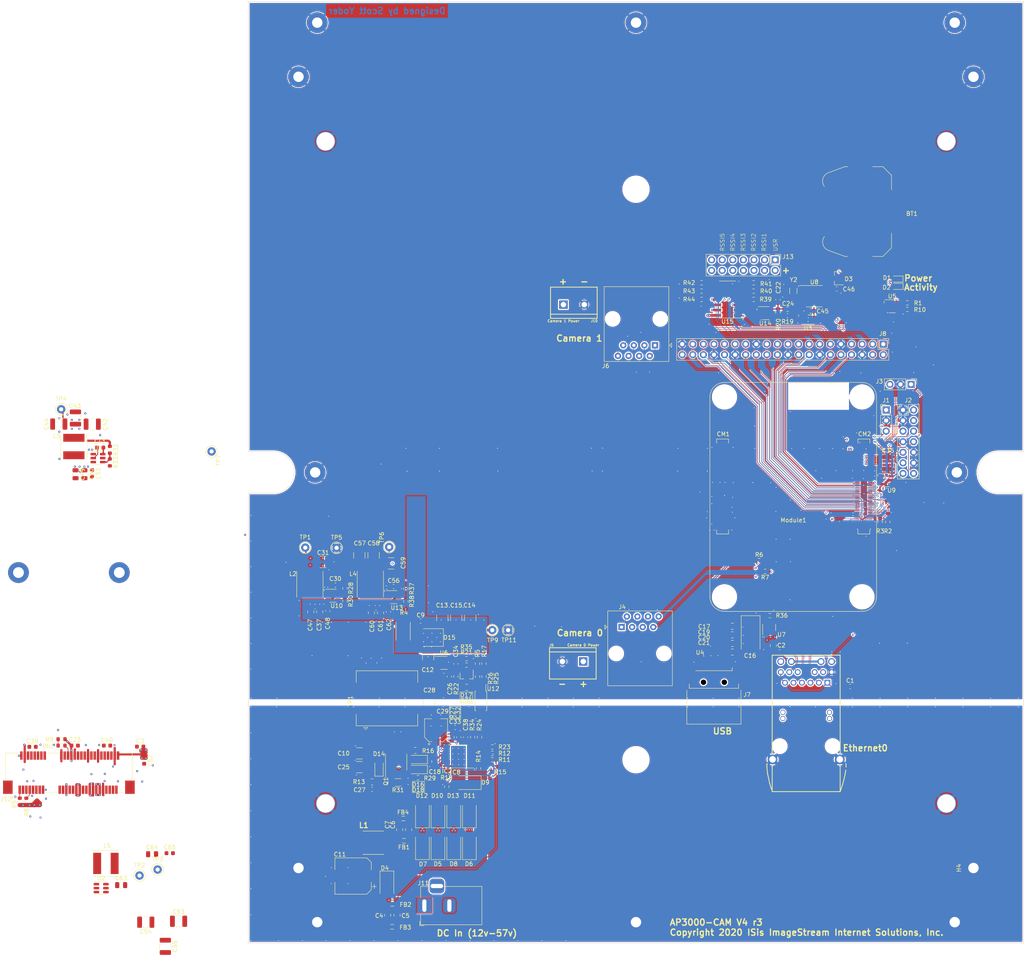
<source format=kicad_pcb>
(kicad_pcb (version 20210606) (generator pcbnew)
  (layers (0 "F.Cu" signal) (1 "In1.Cu" power) (2 "In2.Cu" power) (31 "B.Cu" signal) (34 "B.Paste" user) (35 "F.Paste" user) (36 "B.SilkS" user "B.Silkscreen") (37 "F.SilkS" user "F.Silkscreen") (38 "B.Mask" user) (39 "F.Mask" user) (44 "Edge.Cuts" user))
  (net 0 "")
  (net 1 "GND")
  (net 2 "Net-(BT1-Pad1)")
  (net 3 "Net-(C1-Pad1)")
  (net 4 "GNDPWR")
  (net 5 "Net-(C4-Pad1)")
  (net 6 "Net-(C5-Pad1)")
  (net 7 "Net-(C24-Pad1)")
  (net 8 "/RTC , Wakeup, FAN/nRTC_INT")
  (net 9 "Net-(C5-Pad2)")
  (net 10 "Net-(C6-Pad1)")
  (net 11 "Net-(C6-Pad2)")
  (net 12 "/PoE/VSS")
  (net 13 "/PoE/VDD")
  (net 14 "/CM4_HighSpeed/CAM0_D0_N")
  (net 15 "/CM4_HighSpeed/CAM0_D0_P")
  (net 16 "/CM4_HighSpeed/CAM0_D1_N")
  (net 17 "/CM4_HighSpeed/CAM0_D1_P")
  (net 18 "/CM4_HighSpeed/CAM0_C_N")
  (net 19 "/CM4_HighSpeed/CAM0_C_P")
  (net 20 "/CM4_GPIO ( Ethernet, GPIO, SDCARD)/TR0_TAP")
  (net 21 "/CM4_GPIO ( Ethernet, GPIO, SDCARD)/TR1_TAP")
  (net 22 "/+12v")
  (net 23 "Net-(C9-Pad1)")
  (net 24 "Net-(C10-Pad1)")
  (net 25 "Net-(C32-Pad1)")
  (net 26 "/CM4_HighSpeed/CAM1_C_P")
  (net 27 "/CM4_HighSpeed/CAM1_C_N")
  (net 28 "/CM4_HighSpeed/CAM1_D1_P")
  (net 29 "/CM4_HighSpeed/CAM1_D1_N")
  (net 30 "/CM4_HighSpeed/CAM1_D0_P")
  (net 31 "/CM4_HighSpeed/CAM1_D0_N")
  (net 32 "/PoE/APD")
  (net 33 "Net-(C26-Pad1)")
  (net 34 "/USB2\n/VBUS")
  (net 35 "Net-(C26-Pad2)")
  (net 36 "Net-(C27-Pad2)")
  (net 37 "/PoE/VC")
  (net 38 "Net-(C30-Pad2)")
  (net 39 "Net-(C30-Pad1)")
  (net 40 "Net-(Q1-Pad1)")
  (net 41 "Net-(C33-Pad1)")
  (net 42 "Net-(C34-Pad1)")
  (net 43 "Net-(IC2-Pad8)")
  (net 44 "/CM4_GPIO ( Ethernet, GPIO, SDCARD)/TR2_TAP")
  (net 45 "/CM4_GPIO ( Ethernet, GPIO, SDCARD)/TR3_TAP")
  (net 47 "Net-(C38-Pad2)")
  (net 48 "/CM4_GPIO ( Ethernet, GPIO, SDCARD)/GLOBAL_EN")
  (net 49 "/+1.5v")
  (net 50 "Net-(C56-Pad2)")
  (net 51 "Net-(C56-Pad1)")
  (net 52 "Net-(D15-Pad2)")
  (net 53 "/CM4_GPIO ( Ethernet, GPIO, SDCARD)/GPIO2")
  (net 54 "/CM4_GPIO ( Ethernet, GPIO, SDCARD)/GPIO3")
  (net 55 "/CM4_GPIO ( Ethernet, GPIO, SDCARD)/GPIO4")
  (net 56 "/CM4_GPIO ( Ethernet, GPIO, SDCARD)/GPIO14")
  (net 57 "/CM4_GPIO ( Ethernet, GPIO, SDCARD)/GPIO15")
  (net 58 "/CM4_GPIO ( Ethernet, GPIO, SDCARD)/GPIO17")
  (net 59 "/CM4_GPIO ( Ethernet, GPIO, SDCARD)/GPIO18")
  (net 60 "/CM4_GPIO ( Ethernet, GPIO, SDCARD)/GPIO27")
  (net 61 "/CM4_GPIO ( Ethernet, GPIO, SDCARD)/GPIO22")
  (net 62 "/CM4_GPIO ( Ethernet, GPIO, SDCARD)/GPIO23")
  (net 63 "/CM4_GPIO ( Ethernet, GPIO, SDCARD)/GPIO24")
  (net 64 "/CM4_GPIO ( Ethernet, GPIO, SDCARD)/GPIO10")
  (net 65 "/CM4_GPIO ( Ethernet, GPIO, SDCARD)/GPIO9")
  (net 66 "/CM4_GPIO ( Ethernet, GPIO, SDCARD)/GPIO25")
  (net 67 "/CM4_GPIO ( Ethernet, GPIO, SDCARD)/GPIO11")
  (net 68 "/CM4_GPIO ( Ethernet, GPIO, SDCARD)/GPIO8")
  (net 69 "/CM4_GPIO ( Ethernet, GPIO, SDCARD)/GPIO7")
  (net 70 "/CM4_GPIO ( Ethernet, GPIO, SDCARD)/GPIO5")
  (net 71 "/CM4_GPIO ( Ethernet, GPIO, SDCARD)/GPIO6")
  (net 72 "/CM4_GPIO ( Ethernet, GPIO, SDCARD)/GPIO12")
  (net 73 "/CM4_GPIO ( Ethernet, GPIO, SDCARD)/GPIO13")
  (net 74 "/CM4_GPIO ( Ethernet, GPIO, SDCARD)/GPIO16")
  (net 75 "/CM4_GPIO ( Ethernet, GPIO, SDCARD)/GPIO26")
  (net 76 "/CM4_GPIO ( Ethernet, GPIO, SDCARD)/GPIO20")
  (net 77 "/CM4_GPIO ( Ethernet, GPIO, SDCARD)/GPIO21")
  (net 78 "Net-(D16-Pad2)")
  (net 79 "Net-(D14-Pad2)")
  (net 81 "/CM4_GPIO ( Ethernet, GPIO, SDCARD)/ID_SC")
  (net 82 "/CM4_GPIO ( Ethernet, GPIO, SDCARD)/ID_SD")
  (net 83 "Net-(D17-Pad2)")
  (net 84 "/CM4_GPIO ( Ethernet, GPIO, SDCARD)/SCL0")
  (net 85 "/CM4_GPIO ( Ethernet, GPIO, SDCARD)/SDA0")
  (net 86 "/CM4_HighSpeed/USB2_P")
  (net 87 "/PoE/T2P")
  (net 88 "Net-(IC2-Pad5)")
  (net 89 "Net-(IC2-Pad3)")
  (net 90 "Net-(IC2-Pad2)")
  (net 91 "Net-(J9-Pad20)")
  (net 92 "Net-(J9-Pad17)")
  (net 93 "/CM4_GPIO ( Ethernet, GPIO, SDCARD)/E0_TRD0_P")
  (net 94 "/CM4_GPIO ( Ethernet, GPIO, SDCARD)/E0_TRD0_N")
  (net 95 "/CM4_GPIO ( Ethernet, GPIO, SDCARD)/E0_TRD3_N")
  (net 96 "/CM4_GPIO ( Ethernet, GPIO, SDCARD)/E0_TRD3_P")
  (net 97 "/CM4_GPIO ( Ethernet, GPIO, SDCARD)/E0_TRD1_N")
  (net 98 "/CM4_GPIO ( Ethernet, GPIO, SDCARD)/E0_TRD1_P")
  (net 99 "/CM4_GPIO ( Ethernet, GPIO, SDCARD)/E0_TRD2_P")
  (net 100 "/CM4_GPIO ( Ethernet, GPIO, SDCARD)/E0_TRD2_N")
  (net 102 "Net-(J12-Pad22)")
  (net 103 "Net-(J12-Pad1)")
  (net 104 "Net-(D18-Pad1)")
  (net 105 "/CM4_GPIO ( Ethernet, GPIO, SDCARD)/E0_LEDG")
  (net 106 "/CM4_GPIO ( Ethernet, GPIO, SDCARD)/E0_LEDY")
  (net 107 "/CM4_GPIO ( Ethernet, GPIO, SDCARD)/nPWR_LED")
  (net 108 "/CM4_HighSpeed/USB2_N")
  (net 110 "Net-(D2-Pad1)")
  (net 111 "Net-(D1-Pad1)")
  (net 112 "Net-(R10-Pad2)")
  (net 113 "/CM4_GPIO ( Ethernet, GPIO, SDCARD)/WL_nDis")
  (net 114 "/CM4_GPIO ( Ethernet, GPIO, SDCARD)/GPIO19")
  (net 115 "/+3.3v")
  (net 116 "Net-(R36-Pad1)")
  (net 118 "/CM4_HighSpeed/PCIE_CLK_nREQ")
  (net 121 "/CM4_HighSpeed/PCIE_CLK_N")
  (net 123 "/CM4_HighSpeed/PCIE_CLK_P")
  (net 128 "Net-(Module1-Pad21)")
  (net 129 "Net-(U4-Pad1)")
  (net 130 "Net-(U4-Pad2)")
  (net 131 "/CM4_GPIO ( Ethernet, GPIO, SDCARD)/SYNC_OUT")
  (net 132 "/CM4_GPIO ( Ethernet, GPIO, SDCARD)/SYNC_IN")
  (net 133 "/CM4_GPIO ( Ethernet, GPIO, SDCARD)/AIN0")
  (net 134 "/CM4_GPIO ( Ethernet, GPIO, SDCARD)/AIN1")
  (net 136 "/CM4_GPIO ( Ethernet, GPIO, SDCARD)/RUN_PG")
  (net 137 "Net-(J2-Pad13)")
  (net 138 "/CM4_GPIO ( Ethernet, GPIO, SDCARD)/EEPROM_nWP")
  (net 139 "Net-(U8-Pad2)")
  (net 140 "Net-(U8-Pad1)")
  (net 141 "/+5v")
  (net 142 "/CM4_HighSpeed/PCIE_RX_P")
  (net 143 "/CM4_GPIO ( Ethernet, GPIO, SDCARD)/nRPIBOOT")
  (net 144 "/CM4_HighSpeed/PCIE_RX_N")
  (net 145 "Net-(R16-Pad2)")
  (net 146 "Net-(R25-Pad1)")
  (net 147 "Net-(D18-Pad2)")
  (net 148 "Net-(R28-Pad2)")
  (net 149 "/CM4_GPIO ( Ethernet, GPIO, SDCARD)/BT_nDis")
  (net 150 "Net-(R32-Pad2)")
  (net 151 "Net-(C46-Pad1)")
  (net 152 "Net-(R37-Pad2)")
  (net 154 "/CM4_HighSpeed/PCIE_TX_P")
  (net 156 "/CM4_HighSpeed/PCIE_TX_N")
  (net 164 "Net-(J13-Pad11)")
  (net 165 "Net-(J13-Pad9)")
  (net 166 "Net-(J13-Pad7)")
  (net 167 "Net-(J13-Pad5)")
  (net 168 "Net-(J13-Pad3)")
  (net 169 "Net-(J13-Pad1)")
  (net 174 "/CM4_GPIO ( Ethernet, GPIO, SDCARD)/SD_CMD")
  (net 182 "/CM4_GPIO ( Ethernet, GPIO, SDCARD)/SD_PWR_ON")
  (net 183 "/CM4_GPIO ( Ethernet, GPIO, SDCARD)/SD_DET")
  (net 191 "/CM4_HighSpeed/PCIE_nRST")
  (net 237 "Net-(R39-Pad1)")
  (net 238 "Net-(R40-Pad1)")
  (net 239 "Net-(R41-Pad1)")
  (net 240 "Net-(R42-Pad1)")
  (net 241 "Net-(R43-Pad1)")
  (net 242 "Net-(R44-Pad1)")
  (net 248 "/3v3_PCIe1")
  (net 249 "Net-(C41-Pad1)")
  (net 250 "Net-(C41-Pad2)")
  (net 251 "Net-(C52-Pad1)")
  (net 252 "Net-(C52-Pad2)")
  (net 253 "/3v3_PCIe2")
  (net 254 "Net-(R8-Pad2)")
  (footprint "Connector_BarrelJack:BarrelJack_Horizontal" (layer "F.Cu") (at 42.205999 217.028 180)
    (fp_text reference "J11")
    (fp_text value "Barrel_Jack")
  )
  (footprint "Connector_PinHeader_2.54mm:PinHeader_1x03_P2.54mm_Vertical" (layer "F.Cu") (at 159.02 91.85 -90)
    (fp_text reference "J3")
    (fp_text value "Conn_01x03")
  )
  (footprint "Scott:YJ-USB-AF-SMT-01" (layer "F.Cu") (at 111.796386 164.839751 -90)
    (fp_text reference "J7")
    (fp_text value "YJ-USB-AF_SMT-01")
  )
  (footprint "Scott:BUS_PCI_Express_Mini_Full" (layer "F.Cu") (at -43.110004 185.099995)
    (fp_text reference "J12")
    (fp_text value "Bus_PCI_Express_Mini")
  )
  (footprint "Resistor_SMD:R_0603_1608Metric" (layer "F.Cu") (at 58.505 180.468)
    (fp_text reference "R12")
    (fp_text value "4.42K 1%")
  )
  (footprint "Resistor_SMD:R_0603_1608Metric" (layer "F.Cu") (at 23.1482 140.8358 -90)
    (fp_text reference "R28")
    (fp_text value "73.2K 1%")
  )
  (footprint "Capacitor_SMD:C_0603_1608Metric" (layer "F.Cu") (at 50.476048 176.602111 90)
    (fp_text reference "C32")
    (fp_text value ".47u  16V")
  )
  (footprint "Resistor_SMD:R_0603_1608Metric" (layer "F.Cu") (at 129.370988 73.815931 180)
    (fp_text reference "R19")
    (fp_text value "510K 1%")
  )
  (footprint "Connectors:SCREWTERMINAL-5MM-2" (layer "F.Cu") (at 75.59 72.71)
    (fp_text reference "J10")
    (fp_text value "Camera 1 Power")
  )
  (footprint "Scott:MountingHole_4.4mm_Pad_TopOnly" (layer "F.Cu") (at 18.5 192.5)
    (fp_text reference "H5" hide)
    (fp_text value "FlatAntenna")
  )
  (footprint "Capacitor_Tantalum_SMD:CP_EIA-7343-31_Kemet-D" (layer "F.Cu") (at 120.510841 151.8178 -90)
    (fp_text reference "C16")
    (fp_text value "100uF")
  )
  (footprint "Resistor_SMD:R_0603_1608Metric" (layer "F.Cu") (at 23.1482 143.8838 -90)
    (fp_text reference "R30")
    (fp_text value "10K 1%")
  )
  (footprint "Resistor_SMD:R_0603_1608Metric" (layer "F.Cu") (at 57.489 184.913)
    (fp_text reference "R15")
    (fp_text value "750K 1%")
  )
  (footprint "Diode_SMD:D_SMA" (layer "F.Cu") (at 33.221001 212.122999 -90)
    (fp_text reference "D4")
    (fp_text value "B2100")
  )
  (footprint "Capacitor_SMD:C_1210_3225Metric" (layer "F.Cu") (at -24.660012 221.009991 180)
    (fp_text reference "C54")
    (fp_text value "22uF 16V")
  )
  (footprint "MountingHole:MountingHole_2.5mm_Pad_TopBottom" (layer "F.Cu") (at 170 113)
    (fp_text reference "H12" hide)
    (fp_text value "Mounting Hole")
  )
  (footprint "Resistor_SMD:R_0603_1608Metric" (layer "F.Cu") (at 49.7646 162.0182 90)
    (fp_text reference "R22")
    (fp_text value "1K 1%")
  )
  (footprint "Capacitor_SMD:C_1210_3225Metric" (layer "F.Cu") (at 53.2218 147.956 90)
    (fp_text reference "C14")
    (fp_text value "22uF 16V")
  )
  (footprint "Package_SO:SOIC-14_3.9x8.7mm_P1.27mm" (layer "F.Cu") (at 114.97 71.485 180)
    (fp_text reference "U15")
    (fp_text value "SN74LVC07AD")
  )
  (footprint "Capacitor_SMD:C_0805_2012Metric" (layer "F.Cu") (at 17.07 146.479799 -90)
    (fp_text reference "C37")
    (fp_text value "10u 25v")
  )
  (footprint "Resistor_SMD:R_0603_1608Metric" (layer "F.Cu") (at 52.33 157.7256 180)
    (fp_text reference "R35")
    (fp_text value "2.61K 1%")
  )
  (footprint "Package_SO:SOP-4_4.4x2.6mm_P1.27mm" (layer "F.Cu") (at 55.770301 167.8811 -90)
    (fp_text reference "U12")
    (fp_text value "HMHA2801AR2")
  )
  (footprint "Connector_PinHeader_2.54mm:PinHeader_2x07_P2.54mm_Vertical" (layer "F.Cu") (at 126.4 61.96 -90)
    (fp_text reference "J13")
    (fp_text value "Conn_02x07_Odd_Even")
  )
  (footprint "Package_TO_SOT_SMD:SOT-23" (layer "F.Cu") (at 141.3765 66.3821 180)
    (fp_text reference "D3")
    (fp_text value "BAT54C-7-F")
  )
  (footprint "Resistor_SMD:R_0603_1608Metric" (layer "F.Cu") (at 48.825048 176.602111 -90)
    (fp_text reference "R27")
    (fp_text value "332 1%")
  )
  (footprint "Resistor_SMD:R_0603_1608Metric" (layer "F.Cu") (at 52.33 159.275)
    (fp_text reference "R21")
    (fp_text value "10K 1%")
  )
  (footprint "AP3000:Hirose-DF40C-100DS-0.4V" (layer "F.Cu") (at 147.7 116.385)
    (fp_text reference "CM2")
    (fp_text value "RaspberryPiCM4Hirose")
  )
  (footprint "MountingHole:MountingHole_2.5mm_Pad_TopBottom" (layer "F.Cu") (at 174 18)
    (fp_text reference "H2" hide)
    (fp_text value "Mounting Hole")
  )
  (footprint "Diode_SMD:D_SMA" (layer "F.Cu") (at 41.738802 194.942057 90)
    (fp_text reference "D12")
    (fp_text value "B2100")
  )
  (footprint "Capacitor_SMD:C_0805_2012Metric" (layer "F.Cu") (at 116.130841 154.078912)
    (fp_text reference "C20")
    (fp_text value "10u 25v")
  )
  (footprint "Diode_SMD:D_SOD-123" (layer "F.Cu") (at 40.7006 181.9514 180)
    (fp_text reference "D16")
    (fp_text value "MMSD4148T1G")
  )
  (footprint "TestPoint:TestPoint_Keystone_5000-5004_Miniature" (layer "F.Cu") (at -44.961 97.844991)
    (fp_text reference "TP4")
    (fp_text value "TestPoint")
  )
  (footprint "Scott:L_TDK_VLS6045" (layer "F.Cu") (at 29.239988 139.809991 90)
    (fp_text reference "L4")
    (fp_text value "VLS6045EX-1R0N")
  )
  (footprint "Capacitor_SMD:C_0805_2012Metric" (layer "F.Cu") (at -41.510012 113.441982 -90)
    (fp_text reference "C49")
    (fp_text value "10u 25v")
  )
  (footprint "Diode_SMD:D_SOD-123" (layer "F.Cu") (at 40.6996 184.3554 180)
    (fp_text reference "D18")
    (fp_text value "MMSD4148T1G")
  )
  (footprint "Diode_SMD:D_SMA" (layer "F.Cu") (at 53.008802 194.942057 90)
    (fp_text reference "D11")
    (fp_text value "B2100")
  )
  (footprint "Scott:L_TDK_VLS6045" (layer "F.Cu") (at -34.225012 206.894991)
    (fp_text reference "L5")
    (fp_text value "VLS6045EX-1R5N")
  )
  (footprint "Capacitor_SMD:C_0603_1608Metric" (layer "F.Cu") (at 52.3706 184.913 180)
    (fp_text reference "C8")
    (fp_text value ".1u 100v")
  )
  (footprint "Resistor_SMD:R_0805_2012Metric" (layer "F.Cu") (at 40.026488 179.779651)
    (fp_text reference "R16")
    (fp_text value "20")
  )
  (footprint "Capacitor_SMD:C_0603_1608Metric" (layer "F.Cu") (at -25.040012 182.189991 -90)
    (fp_text reference "C52")
    (fp_text value "100n 50v")
  )
  (footprint "Capacitor_SMD:C_0805_2012Metric" (layer "F.Cu") (at 125.97 154.57 -90)
    (fp_text reference "C2")
    (fp_text value "10u 25v")
  )
  (footprint "Package_TO_SOT_SMD:SOT-23" (layer "F.Cu") (at 52.3554 161.815 -90)
    (fp_text reference "D17")
    (fp_text value "BAT54S")
  )
  (footprint "Diode_SMD:D_SMA" (layer "F.Cu") (at 49.258802 194.942057 90)
    (fp_text reference "D13")
    (fp_text value "B2100")
  )
  (footprint "Resistor_SMD:R_0603_1608Metric" (layer "F.Cu") (at 40.6996 186.31 180)
    (fp_text reference "R29")
    (fp_text value "10 1%")
  )
  (footprint "MountingHole:MountingHole_2.5mm_Pad_TopBottom" (layer "F.Cu") (at 169.5 221)
    (fp_text reference "H15" hide)
    (fp_text value "Mounting Hole")
  )
  (footprint "Resistor_SMD:R_0603_1608Metric" (layer "F.Cu") (at -53.330012 192.059991 -90)
    (fp_text reference "R8")
    (fp_text value "45.3K 1%")
  )
  (footprint "MountingHole:MountingHole_2.5mm_Pad_TopBottom" (layer "F.Cu") (at 93 221)
    (fp_text reference "H9" hide)
    (fp_text value "Mounting Hole")
  )
  (footprint "Scott:L_TDK_VLS6045" (layer "F.Cu") (at -41.913 106.785791 90)
    (fp_text reference "L3")
    (fp_text value "VLS6045EX-1R5N")
  )
  (footprint "Capacitor_SMD:C_0805_2012Metric" (layer "F.Cu") (at -23.140012 204.689991)
    (fp_text reference "C64")
    (fp_text value "10u 25v")
  )
  (footprint "Resistor_SMD:R_0603_1608Metric" (layer "F.Cu") (at 158.1238 72.2894 180)
    (fp_text reference "R1")
    (fp_text value "1K 1%")
  )
  (footprint "Capacitor_SMD:C_0805_2012Metric" (layer "F.Cu") (at 33.388 219.33 -90)
    (fp_text reference "C4")
    (fp_text value "1000p 100v")
  )
  (footprint "Package_TO_SOT_SMD:SOT-23-6" (layer "F.Cu") (at 34.853388 142.957594)
    (fp_text reference "U13")
    (fp_text value "TPS563249DDCR")
  )
  (footprint "Capacitor_SMD:C_0603_1608Metric" (layer "F.Cu") (at 34.840388 140.417594)
    (fp_text reference "C56")
    (fp_text value "100n 50v")
  )
  (footprint "Capacitor_SMD:C_0603_1608Metric" (layer "F.Cu") (at 33.583388 146.490594 -90)
    (fp_text reference "C62")
    (fp_text value "100n 50v")
  )
  (footprint "Capacitor_SMD:C_0603_1608Metric" (layer "F.Cu") (at -41.710012 178.599991)
    (fp_text reference "C23")
    (fp_text value "100n 50v")
  )
  (footprint "Package_TO_SOT_SMD:SOT-23-6" (layer "F.Cu") (at -35.360012 212.829991)
    (fp_text reference "U2")
    (fp_text value "TPS563249DDCR")
  )
  (footprint "Package_SO:SO-8_3.9x4.9mm_P1.27mm" (layer "F.Cu") (at 35.4418 182.5508 90)
    (fp_text reference "Q1")
    (fp_text value "FDS86242")
  )
  (footprint "Capacitor_SMD:C_1210_3225Metric" (layer "F.Cu") (at 17.8904 134.494)
    (fp_text reference "C31")
    (fp_text value "22uF 16V")
  )
  (footprint "Inductor_SMD:L_0805_2012Metric" (layer "F.Cu") (at 37.296 201.459991 180)
    (fp_text reference "FB1")
    (fp_text value "300 OHM")
  )
  (footprint "Connector_RJ:RJ45_Amphenol_54602-x08_Horizontal" (layer "F.Cu") (at 89.533568 150.143251)
    (fp_text reference "J4")
    (fp_text value "Camera 0")
  )
  (footprint "Capacitor_SMD:C_0805_2012Metric" (layer "F.Cu") (at -30.560012 212.109991)
    (fp_text reference "C63")
    (fp_text value "10u 25v")
  )
  (footprint "Resistor_SMD:R_0603_1608Metric" (layer "F.Cu") (at 127.084988 74.565731 90)
    (fp_text reference "R20")
    (fp_text value "510K 1%")
  )
  (footprint "MountingHole:MountingHole_2.5mm_Pad_TopBottom" (layer "F.Cu") (at 16 113)
    (fp_text reference "H11" hide)
    (fp_text value "Mounting Hole")
  )
  (footprint "Diode_SMD:D_SMA" (layer "F.Cu") (at 52.441 187.5038 180)
    (fp_text reference "D9")
    (fp_text value "SMAJ58A")
  )
  (footprint "Capacitor_SMD:C_0805_2012Metric" (layer "F.Cu") (at 116.130841 149.941134)
    (fp_text reference "C17")
    (fp_text value "10u 25v")
  )
  (footprint "Resistor_SMD:R_0603_1608Metric" (layer "F.Cu") (at 53.811049 176.602111 90)
    (fp_text reference "R34")
    (fp_text value "2K 1%")
  )
  (footprint "Crystal:Crystal_SMD_3215-2Pin_3.2x1.5mm" (layer "F.Cu") (at 130.777201 69.404199 -90)
    (fp_text reference "Y2")
    (fp_text value "X32K768S301")
  )
  (footprint "Resistor_SMD:R_0603_1608Metric" (layer "F.Cu") (at -44.875012 178.599991 180)
    (fp_text reference "R61")
    (fp_text value "0R 1%")
  )
  (footprint "Capacitor_SMD:C_0603_1608Metric" (layer "F.Cu") (at 29.676 189.099999)
    (fp_text reference "C27")
    (fp_text value ".1u 100v")
  )
  (footprint "Diode_SMD:D_SMA" (layer "F.Cu") (at 53.008802 202.581257 90)
    (fp_text reference "D6")
    (fp_text value "B2100")
  )
  (footprint "Capacitor_SMD:C_0603_1608Metric" (layer "F.Cu") (at 41.3092 148.718)
    (fp_text reference "C9")
    (fp_text value "2200pF 100v")
  )
  (footprint "TestPoint:TestPoint_Keystone_5000-5004_Miniature" (layer "F.Cu") (at 58.505 150.877)
    (fp_text reference "TP9")
    (fp_text value "TestPoint")
  )
  (footprint "Resistor_SMD:R_0603_1608Metric" (layer "F.Cu") (at -44.870012 177.066991)
    (fp_text reference "R9")
    (fp_text value "10K 1%")
  )
  (footprint "TestPoint:TestPoint_Keystone_5000-5004_Miniature" (layer "F.Cu") (at 21.1416 131.1158)
    (fp_text reference "TP5")
    (fp_text value "TestPoint")
  )
  (footprint "Capacitor_SMD:C_1210_3225Metric" (layer "F.Cu") (at 26.598388 132.925394 90)
    (fp_text reference "C57")
    (fp_text value "22uF 16V")
  )
  (footprint "Resistor_SMD:R_0603_1608Metric" (layer "F.Cu") (at 37.774388 143.973594 -90)
    (fp_text reference "R38")
    (fp_text value "10K 1%")
  )
  (footprint "Resistor_SMD:R_0603_1608Metric" (layer "F.Cu") (at 58.514 178.923)
    (fp_text reference "R23")
    (fp_text value "34K 1%")
  )
  (footprint "Resistor_SMD:R_0603_1608Metric" (layer "F.Cu") (at 108.74 67.46 180)
    (fp_text reference "R42")
    (fp_text value "1K 1%")
  )
  (footprint "Diode_SMD:D_PowerDI-123" (layer "F.Cu") (at 31.327 183.752 90)
    (fp_text reference "D14")
    (fp_text value "DFLU1200-7")
  )
  (footprint "Scott:L_TDK_VLS6045" (layer "F.Cu") (at 14.7408 139.8534 90)
    (fp_text reference "L2")
    (fp_text value "VLS6045EX-1R5N")
  )
  (footprint "Resistor_SMD:R_0603_1608Metric" (layer "F.Cu") (at 123.9862 136.78 180)
    (fp_text reference "R7")
    (fp_text value "2.2K 1%")
  )
  (footprint "Capacitor_SMD:C_0805_2012Metric" (layer "F.Cu") (at 116.130841 156.1478)
    (fp_text reference "C21")
    (fp_text value "10u 25v")
  )
  (footprint "Package_TO_SOT_SMD:SOT-23-5" (layer "F.Cu") (at 46.8944 158.7416)
    (fp_text reference "U6")
    (fp_text value "TL431AIDBVR")
  )
  (footprint "MountingHole:MountingHole_2.5mm_Pad_TopBottom" (layer "F.Cu") (at 16.5 221)
    (fp_text reference "H16" hide)
    (fp_text value "Mounting Hole")
  )
  (footprint "Capacitor_SMD:CP_Elec_8x10.5" (layer "F.Cu") (at 25.104 209.932 180)
    (fp_text reference "C11")
    (fp_text value "22u  100v")
  )
  (footprint "Capacitor_SMD:C_0603_1608Metric" (layer "F.Cu") (at 129.362188 75.357731)
    (fp_text reference "C24")
    (fp_text value "100n 50v")
  )
  (footprint "Resistor_SMD:R_0603_1608Metric" (layer "F.Cu") (at 58.505 181.992 180)
    (fp_text reference "R11")
    (fp_text value "100K 1%")
  )
  (footprint "Resistor_SMD:R_0603_1608Metric" (layer "F.Cu") (at 153.4248 124.8928 90)
    (fp_text reference "R2")
    (fp_text value "470R")
  )
  (footprint "Resistor_SMD:R_0603_1608Metric" (layer "F.Cu") (at 108.74 69.46 180)
    (fp_text reference "R43")
    (fp_text value "1K 1%")
  )
  (footprint "Capacitor_SMD:C_0805_2012Metric" (layer "F.Cu") (at 38.439 198.7966 90)
    (fp_text reference "C6")
    (fp_text value "1000p 100v")
  )
  (footprint "Inductor_SMD:L_0805_2012Metric" (layer "F.Cu") (at 37.169 196.109991 180)
    (fp_text reference "FB4")
    (fp_text value "300 OHM")
  )
  (footprint "TestPoint:TestPoint_Keystone_5000-5004_Miniature" (layer "F.Cu") (at -26.160012 209.809991)
    (fp_text reference "TP2")
    (fp_text value "TestPoint")
  )
  (footprint "Capacitor_SMD:C_0603_1608Metric" (layer "F.Cu") (at 49.600048 174.253111)
    (fp_text reference "C33")
    (fp_text value "330p 50v")
  )
  (footprint "AP3000:Hirose-DF40C-100DS-0.4V" (layer "F.Cu") (at 113.78 116.385)
    (fp_text reference "CM1")
    (fp_text value "RaspberryPiCM4Hirose")
  )
  (footprint "Capacitor_SMD:C_1210_3225Metric" (layer "F.Cu") (at 43.334998 168.2506 90)
    (fp_text reference "C28")
    (fp_text value "2.2nF 2KV")
  )
  (footprint "Package_DFN_QFN:DFN-8-1EP_3x2mm_P0.5mm_EP1.3x1.5mm" (layer "F.Cu") (at 134.31 76.322)
    (fp_text reference "U3")
    (fp_text value "ATECC608A-MAHDA")
  )
  (footprint "Package_TO_SOT_SMD:SOT-23-6" (layer "F.Cu") (at -36.122512 109.566982)
    (fp_text reference "U1")
    (fp_text value "TPS563249DDCR")
  )
  (footprint "Resistor_SMD:R_0603_1608Metric" (layer "F.Cu") (at 122.5638 134.1892)
    (fp_text reference "R6")
    (fp_text value "2.2K 1%")
  )
  (footprint "Resistor_SMD:R_2512_6332Metric" (layer "F.Cu") (at 37.1182 151.131 -90)
    (fp_text reference "R4")
    (fp_text value "7.5 5% 1W")
  )
  (footprint "Resistor_SMD:R_0603_1608Metric" (layer "F.Cu") (at 121.24 71.46)
    (fp_text reference "R39")
    (fp_text value "1K 1%")
  )
  (footprint "Capacitor_SMD:C_1210_3225Metric" (layer "F.Cu") (at -37.510012 101.416982)
    (fp_text reference "C42")
    (fp_text value "22uF 16V")
  )
  (footprint "Resistor_SMD:R_0603_1608Metric" (layer "F.Cu") (at 37.774388 140.925594 -90)
    (fp_text reference "R37")
    (fp_text value "15K 1%")
  )
  (footprint "Capacitor_SMD:C_0805_2012Metric" (layer "F.Cu") (at 36.28 198.7966 90)
    (fp_text reference "C7")
    (fp_text value "1000p 100v")
  )
  (footprint "Capacitor_SMD:C_0603_1608Metric" (layer "F.Cu") (at 141.169 68.9366)
    (fp_text reference "C46")
    (fp_text value "100n 50v")
  )
  (footprint "Resistor_SMD:R_0603_1608Metric" (layer "F.Cu") (at 56.5198 158.9294 90)
    (fp_text reference "R17")
    (fp_text value "0R 1%")
  )
  (footprint "Connector_PinHeader_2.54mm:PinHeader_2x20_P2.54mm_Vertical" (layer "F.Cu") (at 152.35 82.19 -90)
    (fp_text reference "J8")
    (fp_text value "THD-20-R")
  )
  (footprint "Capacitor_SMD:C_0603_1608Metric" (layer "F.Cu") (at 49.7646 158.9572 90)
    (fp_text reference "C34")
    (fp_text value "33n 25v")
  )
  (footprint "TestPoint:TestPoint_Keystone_5000-5004_Miniature" (layer "F.Cu") (at -8.860012 107.959991 -90)
    (fp_text reference "TP7")
    (fp_text value "TestPoint")
  )
  (footprint "Capacitor_SMD:C_0805_2012Metric" (layer "F.Cu") (at 35.645 219.33 -90)
    (fp_text reference "C5")
    (fp_text value "1000p 100v")
  )
  (footprint "Capacitor_SMD:C_1210_3225Metric" (layer "F.Cu") (at 43.1126 157.354 -90)
    (fp_text reference "C12")
    (fp_text value "22uF 16V")
  )
  (footprint "Resistor_SMD:R_0603_1608Metric" (layer "F.Cu") (at -54.900012 192.059991 -90)
    (fp_text reference "R57")
    (fp_text value "4.7K")
  )
  (footprint "Diode_SMD:D_SMA" (layer "F.Cu") (at 45.468803 202.581257 90)
    (fp_text reference "D5")
    (fp_text value "B2100")
  )
  (footprint "Resistor_SMD:R_0603_1608Metric" (layer "F.Cu") (at -33.277 107.553991 -90)
    (fp_text reference "R32")
    (fp_text value "45.3K 1%")
  )
  (footprint "Scott:WE-TPC_4818_482892-744042003" (layer "F.Cu") (at 29.958 201.931 180)
    (fp_text reference "L1")
    (fp_text value "744042003" hide)
  )
  (footprint "Package_TO_SOT_SMD:SOT-23-6" (layer "F.Cu") (at 124.96564 150.2416 90)
    (fp_text reference "U7")
    (fp_text value "AP22653W6")
  )
  (footprint "Resistor_SMD:R_0603_1608Metric" (layer "F.Cu") (at 121.24 69.46)
    (fp_text reference "R40")
    (fp_text value "1K 1%")
  )
  (footprint "Scott:MountingHole_4.4mm_Pad_TopOnly" (layer "F.Cu") (at 18.5 33.5)
    (fp_text reference "H6" hide)
    (fp_text value "FlatAntenna")
  )
  (footprint "Resistor_SMD:R_0805_2012Metric" (layer "F.Cu") (at 29.6525 187.326)
    (fp_text reference "R13")
    (fp_text value "39K 1%")
  )
  (footprint "Capacitor_SMD:C_1210_3225Metric" (layer "F.Cu") (at -41.535012 99.941982 90)
    (fp_text reference "C43")
    (fp_text value "22uF 16V")
  )
  (footprint "MountingHole:MountingHole_2.5mm_Pad_TopBottom" (layer "F.Cu") (at 93 5)
    (fp_text reference "H10" hide)
    (fp_text value "Mounting Hole")
  )
  (footprint "Capacitor_SMD:C_1210_3225Metric" (layer "F.Cu") (at 153.500988 110.744991 -90)
    (fp_text reference "C35")
    (fp_text value "22uF 16V")
  )
  (footprint "Capacitor_SMD:C_0603_1608Metric" (layer "F.Cu") (at -25.998812 178.839911 180)
    (fp_text reference "C3")
    (fp_text value "100n 50v")
  )
  (footprint "AP3000:Raspberry-Pi-4-Compute-Module" (layer "F.Cu") (at 147.7 116.385 180)
    (fp_text reference "Module1")
    (fp_text value "ComputeModule4")
  )
  (footprint "Capacitor_SMD:C_0603_1608Metric" (layer "F.Cu") (at 134.8988 74.218 180)
    (fp_text reference "C45")
    (fp_text value "100n 50v")
  )
  (footprint "MountingHole:MountingHole_2.5mm_Pad_TopBottom" (layer "F.Cu") (at 174 208 90)
    (fp_text reference "H4")
    (fp_text value "Mounting Hole")
  )
  (footprint "Capacitor_SMD:C_0603_1608Metric" (layer "F.Cu") (at 127.074828 71.532771 90)
    (fp_text reference "C22")
    (fp_text value "100n 50v")
  )
  (footprint "Capacitor_SMD:C_0805_2012Metric" (layer "F.Cu") (at 14.944 146.4828 -90)
    (fp_text reference "C47")
    (fp_text value "10u 25v")
  )
  (footprint "0826-1X1T-GH-F:BEL_0826-1X1T-GH-F" (layer "F.Cu") (at 133.85 178.74 180)
    (fp_text reference "J9")
    (fp_text value "0826-1X1T-GH-F")
  )
  (footprint "Capacitor_SMD:C_0805_2012Metric" (layer "F.Cu") (at 116.130841 152.010024)
    (fp_text reference "C19")
    (fp_text value "10u 25v")
  )
  (footprint "Capacitor_SMD:C_1210_3225Metric" (layer "F.Cu") (at -19.960012 226.809991 -90)
    (fp_text reference "C55")
    (fp_text value "22uF 16V")
  )
  (footprint "Capacitor_SMD:C_0603_1608Metric" (layer "F.Cu") (at -35.610012 107.041982)
    (fp_text reference "C41")
    (fp_text value "100n 50v")
  )
  (footprint "Capacitor_SMD:C_1210_3225Metric" (layer "F.Cu") (at 26.628 183.77 180)
    (fp_text reference "C25")
    (fp_text value "2.2u 100v")
  )
  (footprint "Connector_PinHeader_2.54mm:PinHeader_1x03_P2.54mm_Vertical" (layer "F.Cu") (at 153.04 98.01)
    (fp_text reference "J1")
    (fp_text value "Conn_01x03")
  )
  (footprint "Resistor_SMD:R_0603_1608Metric" (layer "F.Cu") (at 47.583 188.469 -90)
    (fp_text reference "R18")
    (fp_text value "63.4 1%")
  )
  (footprint "TestPoint:TestPoint_Keystone_5000-5004_Miniature" (layer "F.Cu") (at -21.810012 208.369991)
    (fp_text reference "TP3")
    (fp_text value "TestPoint")
  )
  (footprint "Package_TO_SOT_SMD:SOT-23-6" (layer "F.Cu") (at 20.278 142.6118)
    (fp_text reference "U10")
    (fp_text value "TPS563249DDCR")
  )
  (footprint "Capacitor_SMD:C_0603_1608Metric" (layer "F.Cu") (at -18.910012 204.439991)
    (fp_text reference "C65")
    (fp_text value "100n 50v")
  )
  (footprint "Capacitor_SMD:C_1210_3225Metric" (layer "F.Cu") (at 34.241988 134.856991)
    (fp_text reference "C59")
    (fp_text value "22uF 16V")
  )
  (footprint "Capacitor_SMD:C_0805_2012Metric" (layer "F.Cu") (at 31.678388 146.710594 -90)
    (fp_text reference "C61")
    (fp_text value "10u 25v")
  )
  (footprint "Capacitor_SMD:C_1210_3225Metric" (layer "F.Cu") (at -45.535012 101.391982 180)
    (fp_text reference "C44")
    (fp_text value "22uF 16V")
  )
  (footprint "Capacitor_SMD:C_0603_1608Metric" (layer "F.Cu") (at -51.830012 178.899991)
    (fp_text reference "C39")
    (fp_text value "100n 50v")
  )
  (footprint "Connectors:SCREWTERMINAL-5MM-2" (layer "F.Cu") (at 80.34 158.41 180)
    (fp_text reference "J5")
    (fp_text value "Camera 0 Power")
  )
  (footprint "Capacitor_SMD:C_0603_1608Metric" (layer "F.Cu") (at 19.008 146.2818 -90)
    (fp_text reference "C48")
    (fp_text value "100n 50v")
  )
  (footprint "MountingHole:MountingHole_2.5mm_Pad_TopBottom" (layer "F.Cu") (at 169.5 5)
    (fp_text reference "H13" hide)
    (fp_text value "Mounting Hole")
  )
  (footprint "Capacitor_SMD:C_0805_2012Metric" (layer "F.Cu") (at 52.365399 164.6087 180)
    (fp_text reference "C36")
    (fp_text value "1u 25v")
  )
  (footprint "Resistor_SMD:R_0603_1608Metric" (layer "F.Cu") (at 56.5342 162.0384 90)
    (fp_text reference "R25")
    (fp_text value "2K 1%")
  )
  (footprint "Capacitor_SMD:C_0603_1608Metric" (layer "F.Cu") (at 20.8528 140.0738)
    (fp_text reference "C30")
    (fp_text value "100n 50v")
  )
  (footprint "Connector_PinHeader_2.54mm:PinHeader_2x07_P2.54mm_Vertical" (layer "F.Cu") (at 157.09 98.01)
    (fp_text reference "J2")
    (fp_text value "Conn_02x07_Odd_Even")
  )
  (footprint "Resistor_SMD:R_0603_1608Metric" (layer "F.Cu") (at 54.982901 162.0384 90)
    (fp_text reference "R26")
    (fp_text value "10K 1%")
  )
  (footprint "MountingHole:MountingHole_2.5mm_Pad_TopBottom" (layer "F.Cu") (at 12 18)
    (fp_text reference "H1" hide)
    (fp_text value "Mounting Hole")
  )
  (footprint "Capacitor_SMD:C_1210_3225Metric" (layer "F.Cu") (at 49.8436 147.9542 90)
    (fp_text reference "C15")
    (fp_text value "22uF 16V")
  )
  (footprint "Capacitor_SMD:C_0603_1608Metric" (layer "F.Cu") (at 52.127048 176.602111 90)
    (fp_text reference "C38")
    (fp_text value ".022u 50v")
  )
  (footprint "Capacitor_SMD:C_0805_2012Metric" (layer "F.Cu") (at -39.385012 113.441982 -90)
    (fp_text reference "C50")
    (fp_text value "10u 25v")
  )
  (footprint "Connector_RJ:RJ45_Amphenol_54602-x08_Horizontal" (layer "F.Cu") (at 97.565 82.48 180)
    (fp_text reference "J6")
    (fp_text value "Camera 1")
  )
  (footprint "Capacitor_SMD:CP_Elec_5x5.8" (layer "F.Cu") (at 45.015048 174.9116 90)
    (fp_text reference "C29")
    (fp_text value "22u  25v")
  )
  (footprint "Scott:USON-10_2.51x1.0mm_P0.5mm" (layer "F.Cu") (at 110.950851 155.967803 90)
    (fp_text reference "U4")
    (fp_text value "TPD4EUSB30" hide)
  )
  (footprint "Resistor_SMD:R_0603_1608Metric" (layer "F.Cu") (at 125.132241 147.385)
    (fp_text reference "R36")
    (fp_text value "15K 1%")
  )
  (footprint "Diode_SMD:D_PowerDI-5" (layer "F.Cu") (at 42.9602 152.655 180)
    (fp_text reference "D15")
    (fp_text value "SBR8A60P5-13")
  )
  (footprint "Capacitor_SMD:C_1210_3225Metric" (layer "F.Cu") (at -16.785012 220.784991)
    (fp_text reference "C53")
    (fp_text value "22uF 16V")
  )
  (footprint "Capacitor_SMD:C_1210_3225Metric" (layer "F.Cu") (at 26.628 180.468 180)
    (fp_text reference "C10")
    (fp_text value "2.2u 100v")
  )
  (footprint "TestPoint:TestPoint_Keystone_5000-5004_Miniature" (layer "F.Cu") (at 33.764988 130.909991 90)
    (fp_text reference "TP6")
    (fp_text value "TestPoint")
  )
  (footprint "TestPoint:TestPoint_Keystone_5000-5004_Miniature" (layer "F.Cu") (at 13.6232 131.065)
    (fp_text reference "TP1")
    (fp_text value "TestPoint")
  )
  (footprint "Inductor_SMD:L_0805_2012Metric" (layer "F.Cu") (at 34.4765 222.124 180)
    (fp_text reference "FB3")
    (fp_text value "300 OHM")
  )
  (footprint "Resistor_SMD:R_0603_1608Metric" (layer "F.Cu") (at 55.203 184.088 90)
    (fp_text reference "R14")
    (fp_text value "24.9K 1%")
  )
  (footprint "Diode_SMD:D_SMA" (layer "F.Cu") (at 45.468803 194.942057 90)
    (fp_text reference "D10")
    (fp_text value "B2100")
  )
  (footprint "Resistor_SMD:R_0603_1608Metric" (layer "F.Cu") (at -33.277 110.601991 -90)
    (fp_text reference "R33")
    (fp_text value "10K 1%")
  )
  (footprint "Package_TO_SOT_SMD:SOT-23-5" (layer "F.Cu") (at 153.089988 114.859991)
    (fp_text reference "U9")
    (fp_text value "74LVC1G07SE-7")
  )
  (footprint "Scott:Transformer_TNK_TSE265" (layer "F.Cu") (at 33.232 168.0474 90)
    (fp_text reference "TR1")
    (fp_text value "TSE265  /  C465989")
  )
  (footprint "Battery:BatteryHolder_Keystone_3034_1x20mm" (layer "F.Cu") (at 146.79 50.36 -90)
    (fp_text reference "BT1")
    (fp_text value "Battery_Cell")
  )
  (footprint "Resistor_SMD:R_1206_3216Metric" (layer "F.Cu") (at 35.8843 187.453 180)
    (fp_text reference "R31")
    (fp_text value ".082 1%")
  )
  (footprint "Capacitor_SMD:C_0603_1608Metric" (layer "F.Cu") (at -33.949012 178.596071 180)
    (fp_text reference "C40")
    (fp_text value "100n 50v")
  )
  (footprint "Diode_SMD:D_SMA" (layer "F.Cu") (at 41.738802 202.581257 90)
    (fp_text reference "D7")
    (fp_text value "B2100")
  )
  (footprint "Resistor_SMD:R_0603_1608Metric" (layer "F.Cu") (at 121.24 67.46)
    (fp_text reference "R41")
    (fp_text value "1K 1%")
  )
  (footprint "Scott:MountingHole_4.4mm_Pad_TopOnly" (layer "F.Cu") (at 167.5 192.5)
    (fp_text reference "H8" hide)
    (fp_text value "FlatAntenna")
  )
  (footprint "Capacitor_SMD:C_1210_3225Metric" (layer "F.Cu") (at 46.5162 147.956 90)
    (fp_text reference "C13")
    (fp_text value "22uF 16V")
  )
  (footprint "Capacitor_SMD:C_0603_1608Metric" (layer "F.Cu") (at 144.4078 164.4152)
    (fp_text reference "C1")
    (fp_text value "100n 50v")
  )
  (footprint "Package_SO:SOIC-8_3.9x4.9mm_P1.27mm" (layer "F.Cu") (at 135.7972 70.6892)
    (fp_text reference "U8")
    (fp_text value "PCF85063AT/AAZ")
  )
  (footprint "Capacitor_SMD:C_0805_2012Metric" (layer "F.Cu") (at 44.728028 182.428871 -90)
    (fp_text reference "C18")
    (fp_text value "1u 25v")
  )
  (footprint "Package_TO_SOT_SMD:SOT-23-5" (layer "F.Cu") (at 154.489988 73.109991)
    (fp_text reference "U5")
    (fp_text value "74LVC1G07SE-7")
  )
  (footprint "Inductor_SMD:L_0805_2012Metric" (layer "F.Cu") (at 34.5275 216.609991 180)
    (fp_text reference "FB2")
    (fp_text value "300 OHM")
  )
  (footprint "Capacitor_SMD:C_0603_1608Metric" (layer "F.Cu") (at -37.535012 113.216982 -90)
    (fp_text reference "C51")
    (fp_text value "100n 50v")
  )
  (footprint "Capacitor_SMD:C_1210_3225Metric" (layer "F.Cu") (at 30.027388 132.925394 90)
    (fp_text reference "C58")
    (fp_text value "22uF 16V")
  )
  (footprint "Scott:HTSSOP-16-1EP_4.4x5mm_P0.65mm_EP3.4x5mm_Mask2.46x2.31mm_ThermalVias" (layer "F.Cu") (at 50.376988 181.229991 180)
    (fp_text reference "IC2")
    (fp_text value "TPS23751PWPR")
  )
  (footprint "Resistor_SMD:R_0603_1608Metric" (layer "F.Cu") (at 158.115 73.86 180)
    (fp_text reference "R10")
    (fp_text value "1K 1%")
  )
  (footprint "Capacitor_SMD:C_0603_1608Metric" (layer "F.Cu") (at 48.2152 162.0182 90)
    (fp_text reference "C26")
    (fp_text value "100pF 50V")
  )
  (footprint "Package_TO_SOT_SMD:SOT-23-5" (layer "F.Cu") (at 124.189988 74.759991)
    (fp_text reference "U14")
    (fp_text value "74LVC1G07SE-7")
  )
  (footprint "Scott:MountingHole_4.4mm_Pad_TopOnly" (layer "F.Cu") (at 167.5 33.5)
    (fp_text reference "H7" hide)
    (fp_text value "FlatAntenna")
  )
  (footprint "LED_SMD:LED_0603_1608Metric" (layer "F.Cu") (at 155.6225 68.33 180)
    (fp_text reference "D2")
    (fp_text value "LED Green")
  )
  (footprint "Resistor_SMD:R_0603_1608Metric" (layer "F.Cu") (at 151.596 124.8928 90)
    (fp_text reference "R3")
    (fp_text value "470R")
  )
  (footprint "Resistor_SMD:R_0603_1608Metric" (layer "F.Cu") (at 55.454448 176.589911 90)
    (fp_text reference "R24")
    (fp_text value "2K 1%")
  )
  (footprint "Diode_SMD:D_SMA" (layer "F.Cu") (at 49.258802 202.581257 90)
    (fp_text reference "D8")
    (fp_text value "B2100")
  )
  (footprint "TestPoint:TestPoint_Keystone_5000-5004_Miniature" (layer "F.Cu") (at 62.315 150.877)
    (fp_text reference "TP11")
    (fp_text value "TestPoint")
  )
  (footprint "Capacitor_SMD:C_0805_2012Metric" (layer "F.Cu") (at 29.493988 146.710594 -90)
    (fp_text reference "C60")
    (fp_text value "10u 25v")
  )
  (footprint "MountingHole:MountingHole_2.5mm_Pad_TopBottom" (layer "F.Cu") (at 12 208)
    (fp_text reference "H3" hide)
    (fp_text value "Mounting Hole")
  )
  (footprint "LED_SMD:LED_0603_1608Metric" (layer "F.Cu") (at 155.61 66.57 180)
    (fp_text reference "D1")
    (fp_text value "LED Red")
  )
  (footprint "Resistor_SMD:R_0603_1608Metric" (layer "F.Cu") (at 54.9462 158.9316 90)
    (fp_text reference "R5")
    (fp_text value "4.99K 1%")
  )
  (footprint "MountingHole:MountingHole_2.5mm_Pad_TopBottom" (layer "F.Cu") (at 16.5 5)
    (fp_text reference "H14" hide)
    (fp_text value "Mounting Hole")
  )
  (footprint "Resistor_SMD:R_0603_1608Metric" (layer "F.Cu") (at 108.74 71.46 180)
    (fp_text reference "R44")
    (fp_text value "1K 1%")
  )
  (gr_rect (start 39.327988 187.198991) (end 42.248988 189.865991) (layer "F.SilkS") (width 0.1016) (fill none))
  (gr_rect (start 50.758 165.736) (end 53.806 168.403) (layer "F.SilkS") (width 0.1016) (fill none))
  (gr_rect (start 48.225608 172.139331) (end 50.920548 169.152291) (layer "F.SilkS") (width 0.1016) (fill none))
  (gr_line (start 186 0) (end 186 108) (layer "Edge.Cuts") (width 0.1))
  (gr_line (start 6 118) (end 0 118) (layer "Edge.Cuts") (width 0.1))
  (gr_line (start 180 108) (end 186 108) (layer "Edge.Cuts") (width 0.1))
  (gr_line (start 186 118) (end 186 226) (layer "Edge.Cuts") (width 0.1))
  (gr_line (start 0 226) (end 0 118) (layer "Edge.Cuts") (width 0.1))
  (gr_circle (center 93 45) (end 96 45) (layer "Edge.Cuts") (width 0.001) (fill none))
  (gr_circle (center 93 181.992) (end 96 181.992) (layer "Edge.Cuts") (width 0.001) (fill none))
  (gr_line (start 6 108) (end 0 108) (layer "Edge.Cuts") (width 0.1))
  (gr_line (start 0 0) (end 186 0) (layer "Edge.Cuts") (width 0.1))
  (gr_line (start 180 118) (end 186 118) (layer "Edge.Cuts") (width 0.1))
  (gr_line (start 0 108) (end 0 0) (layer "Edge.Cuts") (width 0.1))
  (gr_line (start 0 226) (end 186 226) (layer "Edge.Cuts") (width 0.1))
  (gr_arc (start 6 113) (end 6 118) (angle -180) (layer "Edge.Cuts") (width 0.1))
  (gr_arc (start 180 113) (end 180 108) (angle -180) (layer "Edge.Cuts") (width 0.1))
  (gr_text "Designed by Scott Yoder" (at 33.24 2.16) (layer "B.Cu") (effects (font (size 1.5 1.5) (thickness 0.3)) (justify mirror)))
  (gr_text "1" (at 32.863688 186.251571 90) (layer "F.SilkS") (effects (font (size 0.4064 0.4064) (thickness 0.0762))))
  (gr_text "USB" (at 113.749988 175.133991) (layer "F.SilkS") (effects (font (size 1.5 1.5) (thickness 0.3))))
  (gr_text "Activity" (at 161.375 68.5556) (layer "F.SilkS") (effects (font (size 1.5 1.5) (thickness 0.3))))
  (gr_text "RSSI4" (at 116.24 59.96 90) (layer "F.SilkS") (effects (font (size 1 1) (thickness 0.1)) (justify left)))
  (gr_text "RSSI5" (at 113.74 59.96 90) (layer "F.SilkS") (effects (font (size 1 1) (thickness 0.1)) (justify left)))
  (gr_text "1" (at 123.559468 152.477191 90) (layer "F.SilkS") (effects (font (size 0.4064 0.4064) (thickness 0.0762))))
  (gr_text "+" (at 80.389991 163.979998 180) (layer "F.SilkS") (effects (font (size 1.5 1.5) (thickness 0.3))))
  (gr_text "AP3000-CAM V4 r3\nCopyright 2020 ISis ImageStream Internet Solutions, Inc." (at 100.94 222.26) (layer "F.SilkS") (effects (font (size 1.5 1.5) (thickness 0.3)) (justify left)))
  (gr_text "DC In (12v-57v)" (at 54.821988 223.647991) (layer "F.SilkS") (effects (font (size 1.5 1.5) (thickness 0.3))))
  (gr_text "1" (at 132.04 68.26) (layer "F.SilkS") (effects (font (size 0.3048 0.3048) (thickness 0.0762))))
  (gr_text "Ethernet0" (at 148.04 179.198) (layer "F.SilkS") (effects (font (size 1.5 1.5) (thickness 0.3))))
  (gr_text "-" (at 80.599991 67.139998) (layer "F.SilkS") (effects (font (size 1.5 1.5) (thickness 0.3))))
  (gr_text "+" (at 75.5 67.14) (layer "F.SilkS") (effects (font (size 1.5 1.5) (thickness 0.3))))
  (gr_text "RSSI3" (at 118.74 59.96 90) (layer "F.SilkS") (effects (font (size 1 1) (thickness 0.1)) (justify left)))
  (gr_text "1" (at 54.278428 184.311011) (layer "F.SilkS") (effects (font (size 0.4064 0.4064) (thickness 0.0762))))
  (gr_text "RSSI1" (at 123.74 59.96 90) (layer "F.SilkS") (effects (font (size 1 1) (thickness 0.1)) (justify left)))
  (gr_text "+" (at 128.99 64.46) (layer "F.SilkS") (effects (font (size 1.5 1.5) (thickness 0.3))))
  (gr_text "1" (at 44.84 157.16) (layer "F.SilkS") (effects (font (size 0.3048 0.3048) (thickness 0.0762))))
  (gr_text "1" (at 132.025288 75.357711) (layer "F.SilkS") (effects (font (size 0.4064 0.4064) (thickness 0.0762))))
  (gr_text "-" (at 75.29 163.98 180) (layer "F.SilkS") (effects (font (size 1.5 1.5) (thickness 0.3))))
  (gr_text "Power" (at 160.74 66.3712) (layer "F.SilkS") (effects (font (size 1.5 1.5) (thickness 0.3))))
  (gr_text "RSSI2" (at 121.24 59.96 90) (layer "F.SilkS") (effects (font (size 1 1) (thickness 0.1)) (justify left)))
  (gr_text "1" (at 18.157088 141.227531) (layer "F.SilkS") (effects (font (size 0.4064 0.4064) (thickness 0.0762))))
  (gr_text "1" (at 118.659808 76.188291) (layer "F.SilkS") (effects (font (size 0.4064 0.4064) (thickness 0.0762))))
  (gr_text "1" (at -38.435752 108.225962) (layer "F.SilkS") (effects (font (size 0.4064 0.4064) (thickness 0.0762))))
  (gr_text "1" (at 32.653759 141.440103 180) (layer "F.SilkS") (effects (font (size 0.4064 0.4064) (thickness 0.0762))))
  (gr_text "1" (at 152.589988 72.109991) (layer "F.SilkS") (effects (font (size 0.4064 0.4064) (thickness 0.0762))))
  (gr_text "1" (at 122.039988 73.809991) (layer "F.SilkS") (effects (font (size 0.4064 0.4064) (thickness 0.0762))))
  (gr_text "Camera 0" (at 79.539988 151.549991) (layer "F.SilkS") (effects (font (size 1.5 1.5) (thickness 0.3))))
  (gr_text "1" (at 57.44 164.06) (layer "F.SilkS") (effects (font (size 0.3048 0.3048) (thickness 0.0762))))
  (gr_text "Camera 1" (at 79.399988 80.799991) (layer "F.SilkS") (effects (font (size 1.5 1.5) (thickness 0.3))))
  (gr_text "1" (at 109.271968 156.980611) (layer "F.SilkS") (effects (font (size 0.4064 0.4064) (thickness 0.0762))))
  (gr_text "USR" (at 126.49 59.96 90) (layer "F.SilkS") (effects (font (size 1 1) (thickness 0.1)) (justify left)))
  (gr_text "1" (at 151.039988 113.709991) (layer "F.SilkS") (effects (font (size 0.4064 0.4064) (thickness 0.0762))))
  (segment (start 115.31999 124.985002) (end 116.604177 124.985002) (width 0.1778) (layer "F.Cu") (net 1))
  (segment (start 111.415979 118.985002) (end 112.23999 118.985002) (width 0.1778) (layer "F.Cu") (net 1))
  (segment (start 116.123817 122.585002) (end 116.150288 122.558531) (width 0.2032) (layer "F.Cu") (net 1))
  (segment (start 113.164998 115.385002) (end 113.17 115.38) (width 0.1778) (layer "F.Cu") (net 1))
  (segment (start 115.31999 114.185002) (end 114.396837 114.185002) (width 0.1778) (layer "F.Cu") (net 1))
  (segment (start 111.264979 114.185) (end 111.249988 114.199991) (width 0.1778) (layer "F.Cu") (net 1))
  (segment (start -53.710004 180.999995) (end -53.710004 182.529983) (width 0.508) (layer "F.Cu") (net 1))
  (segment (start 116.214979 112.985) (end 116.219988 112.979991) (width 0.1778) (layer "F.Cu") (net 1))
  (segment (start 148.025397 115.785) (end 148.014588 115.774191) (width 0.2032) (layer "F.Cu") (net 1))
  (segment (start 149.980199 123.785002) (end 150.026268 123.831071) (width 0.1778) (layer "F.Cu") (net 1))
  (segment (start -32.110004 180.999995) (end -32.110004 179.179999) (width 0.508) (layer "F.Cu") (net 1))
  (segment (start -34.910004 187.756183) (end -34.888812 187.734991) (width 0.508) (layer "F.Cu") (net 1))
  (segment (start 116.349988 115.449991) (end 116.284999 115.385002) (width 0.1778) (layer "F.Cu") (net 1))
  (segment (start 111.334998 115.385002) (end 111.33 115.39) (width 0.1778) (layer "F.Cu") (net 1))
  (segment (start 149.23999 123.785002) (end 149.980199 123.785002) (width 0.1778) (layer "F.Cu") (net 1))
  (segment (start 147.044979 116.185) (end 147.049388 116.180591) (width 0.2032) (layer "F.Cu") (net 1))
  (segment (start 115.32 114.185) (end 116.194997 114.185) (width 0.1778) (layer "F.Cu") (net 1))
  (segment (start 112.23999 112.985002) (end 113.100017 112.985002) (width 0.1778) (layer "F.Cu") (net 1))
  (segment (start 116.319988 106.979991) (end 116.314977 106.985002) (width 0.1778) (layer "F.Cu") (net 1))
  (segment (start 145.446797 122.185002) (end 145.334888 122.296911) (width 0.1778) (layer "F.Cu") (net 1))
  (segment (start 114.418277 112.985002) (end 114.400228 113.003051) (width 0.1778) (layer "F.Cu") (net 1))
  (segment (start -41.310004 187.958583) (end -41.213412 187.861991) (width 0.508) (layer "F.Cu") (net 1))
  (segment (start 150.010379 126.185002) (end 150.026268 126.200891) (width 0.1778) (layer "F.Cu") (net 1))
  (segment (start -37.310004 189.199995) (end -37.310004 190.562583) (width 0.508) (layer "F.Cu") (net 1))
  (segment (start 113.151937 111.785002) (end 113.158168 111.778771) (width 0.1778) (layer "F.Cu") (net 1))
  (segment (start 113.058557 116.585002) (end 113.071808 116.571751) (width 0.1778) (layer "F.Cu") (net 1))
  (segment (start 145.330959 111.785002) (end 145.332348 111.786391) (width 0.1778) (layer "F.Cu") (net 1))
  (segment (start -38.110004 187.857383) (end -38.013012 187.760391) (width 0.508) (layer "F.Cu") (net 1))
  (segment (start 112.24 106.985) (end 113.104979 106.985) (width 0.1778) (layer "F.Cu") (net 1))
  (segment (start -38.110004 190.381199) (end -38.110004 189.199995) (width 0.508) (layer "F.Cu") (net 1))
  (segment (start 150.026268 123.831071) (end 149.904348 123.831071) (width 0.1778) (layer "F.Cu") (net 1))
  (segment (start -37.936812 190.554391) (end -38.110004 190.381199) (width 0.508) (layer "F.Cu") (net 1))
  (segment (start 149.23999 126.185002) (end 150.010379 126.185002) (width 0.1778) (layer "F.Cu") (net 1))
  (segment (start 150.023077 115.785002) (end 150.021188 115.786891) (width 0.1778) (layer "F.Cu") (net 1))
  (segment (start 115.31999 112.985002) (end 114.418277 112.985002) (width 0.1778) (layer "F.Cu") (net 1))
  (segment (start -44.910004 182.363783) (end -44.921812 182.375591) (width 0.508) (layer "F.Cu") (net 1))
  (segment (start 146.15999 114.585002) (end 145.446179 114.585002) (width 0.1778) (layer "F.Cu") (net 1))
  (segment (start 146.15999 122.185002) (end 145.446797 122.185002) (width 0.1778) (layer "F.Cu") (net 1))
  (segment (start -36.110004 180.999995) (end -36.110004 179.689999) (width 0.508) (layer "F.Cu") (net 1))
  (segment (start 111.204908 118.773931) (end 111.415979 118.985002) (width 0.1778) (layer "F.Cu") (net 1))
  (segment (start 115.31999 109.385002) (end 114.704977 109.385002) (width 0.1778) (layer "F.Cu") (net 1))
  (segment (start 145.322188 118.161791) (end 145.345399 118.185002) (width 0.1778) (layer "F.Cu") (net 1))
  (segment (start 116.201088 118.961891) (end 116.081708 118.961891) (width 0.1778) (layer "F.Cu") (net 1))
  (segment (start 145.332348 111.786391) (end 145.451728 111.786391) (width 0.1778) (layer "F.Cu") (net 1))
  (segment (start 116.094977 110.585002) (end 114.625002 110.585002) (width 0.1778) (layer "F.Cu") (net 1))
  (segment (start 145.514999 123.785002) (end 146.15999 123.785002) (width 0.1778) (layer "F.Cu") (net 1))
  (segment (start 116.081359 123.785002) (end 116.180768 123.884411) (width 0.2032) (layer "F.Cu") (net 1))
  (segment (start 147.042237 114.585002) (end 147.046848 114.580391) (width 0.1778) (layer "F.Cu") (net 1))
  (segment (start 115.32 111.785) (end 116.204979 111.785) (width 0.1778) (layer "F.Cu") (net 1))
  (segment (start 149.24 123.785) (end 148.134979 123.785) (width 0.1778) (layer "F.Cu") (net 1))
  (segment (start 114.584497 111.785002) (end 114.580568 111.788931) (width 0.1778) (layer "F.Cu") (net 1))
  (segment (start 150.011028 112.182631) (end 149.894188 112.182631) (width 0.1778) (layer "F.Cu") (net 1))
  (segment (start 149.24 119.785) (end 148.270979 119.785) (width 0.2032) (layer "F.Cu") (net 1))
  (segment (start 115.32 112.985) (end 116.214979 112.985) (width 0.1778) (layer "F.Cu") (net 1))
  (segment (start 115.32 106.985) (end 112.24 106.985) (width 0.1778) (layer "F.Cu") (net 1))
  (segment (start -44.910004 180.999995) (end -44.910004 179.679999) (width 0.508) (layer "F.Cu") (net 1))
  (segment (start -40.9086 190.5544) (end -41.254187 190.5544) (width 0.508) (layer "F.Cu") (net 1))
  (segment (start 115.31999 111.785002) (end 114.584497 111.785002) (width 0.1778) (layer "F.Cu") (net 1))
  (segment (start 116.604177 124.985002) (end 116.764968 124.824211) (width 0.1778) (layer "F.Cu") (net 1))
  (segment (start -40.9086 190.5544) (end -40.619405 190.5544) (width 0.508) (layer "F.Cu") (net 1))
  (segment (start -38.510004 180.999995) (end -38.510004 182.449983) (width 0.508) (layer "F.Cu") (net 1))
  (segment (start 146.16 116.185) (end 147.044979 116.185) (width 0.2032) (layer "F.Cu") (net 1))
  (segment (start 116.204997 108.185) (end 116.209988 108.189991) (width 0.1778) (layer "F.Cu") (net 1))
  (segment (start 113.100017 112.985002) (end 113.104828 112.980191) (width 0.1778) (layer "F.Cu") (net 1))
  (segment (start 112.24 117.785) (end 113.114979 117.785) (width 0.1778) (layer "F.Cu") (net 1))
  (segment (start 150.021188 115.786891) (end 149.901808 115.786891) (width 0.1778) (layer "F.Cu") (net 1))
  (segment (start 145.311077 113.385002) (end 145.314568 113.381511) (width 0.1778) (layer "F.Cu") (net 1))
  (segment (start 112.24 112.985) (end 111.274979 112.985) (width 0.1778) (layer "F.Cu") (net 1))
  (segment (start -34.910004 190.431599) (end -34.812612 190.528991) (width 0.508) (layer "F.Cu") (net 1))
  (segment (start 146.15999 114.585002) (end 147.042237 114.585002) (width 0.1778) (layer "F.Cu") (net 1))
  (segment (start -38.110004 189.199995) (end -38.110004 187.857383) (width 0.508) (layer "F.Cu") (net 1))
  (segment (start 114.554079 109.385002) (end 114.552628 109.383551) (width 0.1778) (layer "F.Cu") (net 1))
  (segment (start 116.174997 109.385) (end 116.179988 109.389991) (width 0.1778) (layer "F.Cu") (net 1))
  (segment (start -40.510004 189.199995) (end -40.510004 190.444999) (width 0.508) (layer "F.Cu") (net 1))
  (segment (start 112.23999 110.585002) (end 112.970177 110.585002) (width 0.1778) (layer "F.Cu") (net 1))
  (segment (start 116.314977 106.985002) (end 115.31999 106.985002) (width 0.1778) (layer "F.Cu") (net 1))
  (segment (start 146.16 123.785) (end 146.764997 123.785) (width 0.1778) (layer "F.Cu") (net 1))
  (segment (start 116.211248 118.972051) (end 116.201088 118.961891) (width 0.1778) (layer "F.Cu") (net 1))
  (segment (start 149.24 113.385) (end 146.16 113.385) (width 0.1778) (layer "F.Cu") (net 1))
  (segment (start 111.184588 121.082791) (end 111.486799 121.385002) (width 0.1778) (layer "F.Cu") (net 1))
  (segment (start 149.259188 126.594591) (end 149.24 126.575403) (width 0.2032) (layer "F.Cu") (net 1))
  (segment (start 146.15999 111.785002) (end 145.330959 111.785002) (width 0.1778) (layer "F.Cu") (net 1))
  (segment (start 149.24 117.785) (end 148.391379 117.785) (width 0.2032) (layer "F.Cu") (net 1))
  (segment (start 146.15999 113.385002) (end 145.311077 113.385002) (width 0.1778) (layer "F.Cu") (net 1))
  (segment (start 115.31999 118.985002) (end 116.198297 118.985002) (width 0.2032) (layer "F.Cu") (net 1))
  (segment (start -41.710004 180.999995) (end -41.710004 179.570183) (width 0.508) (layer "F.Cu") (net 1))
  (segment (start -43.71 187.9202) (end -43.7026 187.9128) (width 0.508) (layer "F.Cu") (net 1))
  (segment (start 112.24 116.585) (end 111.284997 116.585) (width 0.1778) (layer "F.Cu") (net 1))
  (segment (start 149.23999 124.985002) (end 150.001639 124.985002) (width 0.1778) (layer "F.Cu") (net 1))
  (segment (start 114.355077 115.385002) (end 114.346888 115.393191) (width 0.1778) (layer "F.Cu") (net 1))
  (segment (start -38.510004 182.449983) (end -38.510012 182.449991) (width 0.508) (layer "F.Cu") (net 1))
  (segment (start 150.001639 124.985002) (end 150.000868 124.984231) (width 0.1778) (layer "F.Cu") (net 1))
  (segment (start 110.117788 122.454391) (end 110.248394 122.584997) (width 0.2032) (layer "F.Cu") (net 1))
  (segment (start 146.16 126.619603) (end 146.16 126.185) (width 0.2032) (layer "F.Cu") (net 1))
  (segment (start -38.510004 179.659999) (end -38.510012 179.659991) (width 0.508) (layer "F.Cu") (net 1))
  (segment (start 145.301199 116.185002) (end 146.15999 116.185002) (width 0.1778) (layer "F.Cu") (net 1))
  (segment (start -36.110004 179.689999) (end -36.120012 179.679991) (width 0.508) (layer "F.Cu") (net 1))
  (segment (start 114.704977 109.385002) (end 114.554079 109.385002) (width 0.1778) (layer "F.Cu") (net 1))
  (segment (start 111.457457 109.385002) (end 111.453828 109.388631) (width 0.1778) (layer "F.Cu") (net 1))
  (segment (start -37.936812 190.554391) (end -37.318196 190.554391) (width 0.508) (layer "F.Cu") (net 1))
  (segment (start 114.522399 118.985002) (end 115.31999 118.985002) (width 0.2032) (layer "F.Cu") (net 1))
  (segment (start 112.24 111.785) (end 111.194979 111.785) (width 0.1778) (layer "F.Cu") (net 1))
  (segment (start 115.32 109.385) (end 116.174997 109.385) (width 0.1778) (layer "F.Cu") (net 1))
  (segment (start 114.268148 118.730751) (end 114.522399 118.985002) (width 0.2032) (layer "F.Cu") (net 1))
  (segment (start 146.16 124.985) (end 146.824979 124.985) (width 0.1778) (layer "F.Cu") (net 1))
  (segment (start 146.15999 124.985002) (end 145.433198 124.985002) (width 0.1778) (layer "F.Cu") (net 1))
  (segment (start -32.110004 183.079983) (end -32.110012 183.079991) (width 0.508) (layer "F.Cu") (net 1))
  (segment (start 145.069988 123.339991) (end 145.514999 123.785002) (width 0.1778) (layer "F.Cu") (net 1))
  (segment (start -43.71 190.4782) (end -43.71 187.9202) (width 0.508) (layer "F.Cu") (net 1))
  (segment (start -37.310004 189.199995) (end -37.310004 187.726799) (width 0.508) (layer "F.Cu") (net 1))
  (segment (start 149.24 126.575403) (end 149.24 126.185) (width 0.2032) (layer "F.Cu") (net 1))
  (segment (start 149.24 121.785) (end 148.353779 121.785) (width 0.2032) (layer "F.Cu") (net 1))
  (segment (start 112.24 108.185) (end 115.32 108.185) (width 0.1778) (layer "F.Cu") (net 1))
  (segment (start 112.23999 117.785002) (end 111.414859 117.785002) (width 0.1778) (layer "F.Cu") (net 1))
  (segment (start 111.194979 111.785) (end 111.189988 111.789991) (width 0.1778) (layer "F.Cu") (net 1))
  (segment (start -41.310004 189.199995) (end -41.310004 187.958583) (width 0.508) (layer "F.Cu") (net 1))
  (segment (start 146.15999 120.185002) (end 145.235002 120.185002) (width 0.1778) (layer "F.Cu") (net 1))
  (segment (start 145.235002 120.185002) (end 145.23 120.18) (width 0.1778) (layer "F.Cu") (net 1))
  (segment (start 147.072597 118.185) (end 147.074788 118.187191) (width 0.2032) (layer "F.Cu") (net 1))
  (segment (start 111.284997 116.585) (end 111.279988 116.579991) (width 0.1778) (layer "F.Cu") (net 1))
  (segment (start 148.391379 117.785) (end 148.370188 117.806191) (width 0.2032) (layer "F.Cu") (net 1))
  (segment (start 114.646939 108.185002) (end 114.636448 108.174511) (width 0.1778) (layer "F.Cu") (net 1))
  (segment (start 148.134979 123.785) (end 148.129988 123.789991) (width 0.1778) (layer "F.Cu") (net 1))
  (segment (start 116.071499 121.385002) (end 115.31999 121.385002) (width 0.2032) (layer "F.Cu") (net 1))
  (segment (start 149.23999 115.785002) (end 150.023077 115.785002) (width 0.1778) (layer "F.Cu") (net 1))
  (segment (start 145.539999 106.985002) (end 146.15999 106.985002) (width 0.2032) (layer "F.Cu") (net 1))
  (segment (start 148.484998 112.185002) (end 148.48 112.19) (width 0.2032) (layer "F.Cu") (net 1))
  (segment (start 146.160388 126.619991) (end 146.16 126.619603) (width 0.2032) (layer "F.Cu") (net 1))
  (segment (start 111.184588 125.349991) (end 111.549577 124.985002) (width 0.2032) (layer "F.Cu") (net 1))
  (segment (start 147.042919 111.785002) (end 147.044308 111.786391) (width 0.1778) (layer "F.Cu") (net 1))
  (segment (start 112.23999 110.585002) (end 111.527457 110.585002) (width 0.1778) (layer "F.Cu") (net 1))
  (segment (start -40.510004 188.031999) (end -40.654612 187.887391) (width 0.508) (layer "F.Cu") (net 1))
  (segment (start 111.234999 106.985002) (end 112.23999 106.985002) (width 0.1778) (layer "F.Cu") (net 1))
  (segment (start 113.114979 117.785) (end 113.119988 117.779991) (width 0.1778) (layer "F.Cu") (net 1))
  (segment (start 111.416059 108.185002) (end 111.405568 108.174511) (width 0.1778) (layer "F.Cu") (net 1))
  (segment (start 147.144997 113.385) (end 147.149988 113.389991) (width 0.1778) (layer "F.Cu") (net 1))
  (segment (start -53.710004 182.529983) (end -53.710012 182.529991) (width 0.508) (layer "F.Cu") (net 1))
  (segment (start -41.254187 190.5544) (end -41.310004 190.498583) (width 0.508) (layer "F.Cu") (net 1))
  (segment (start 115.32 108.185) (end 116.204997 108.185) (width 0.1778) (layer "F.Cu") (net 1))
  (segment (start 147.608188 114.478791) (end 147.714399 114.585002) (width 0.1778) (layer "F.Cu") (net 1))
  (segment (start 147.099988 124.119991) (end 147.149988 124.119991) (width 0.1778) (layer "F.Cu") (net 1))
  (segment (start 112.24 109.385) (end 115.32 109.385) (width 0.1778) (layer "F.Cu") (net 1))
  (segment (start 149.23999 112.185002) (end 150.013399 112.185002) (width 0.1778) (layer "F.Cu") (net 1))
  (segment (start -41.310004 189.199995) (end -41.310004 190.498583) (width 0.508) (layer "F.Cu") (net 1))
  (segment (start 146.15999 111.785002) (end 147.042919 111.785002) (width 0.1778) (layer "F.Cu") (net 1))
  (segment (start 148.270979 119.785) (end 148.268588 119.787391) (width 0.2032) (layer "F.Cu") (net 1))
  (segment (start -37.310004 187.726799) (end -37.327212 187.709591) (width 0.508) (layer "F.Cu") (net 1))
  (segment (start 112.23999 116.585002) (end 113.058557 116.585002) (width 0.1778) (layer "F.Cu") (net 1))
  (segment (start 111.414859 117.785002) (end 111.413188 117.783331) (width 0.1778) (layer "F.Cu") (net 1))
  (segment (start -37.318196 190.554391) (end -37.310004 190.562583) (width 0.508) (layer "F.Cu") (net 1))
  (segment (start 146.16 113.385) (end 147.144997 113.385) (width 0.1778) (layer "F.Cu") (net 1))
  (segment (start 112.24 114.185) (end 111.264979 114.185) (width 0.1778) (layer "F.Cu") (net 1))
  (segment (start 149.23999 113.385002) (end 150.037379 113.385002) (width 0.1778) (layer "F.Cu") (net 1))
  (segment (start 112.23999 111.785002) (end 113.151937 111.785002) (width 0.1778) (layer "F.Cu") (net 1))
  (segment (start 145.294248 116.178051) (end 145.301199 116.185002) (width 0.1778) (layer "F.Cu") (net 1))
  (segment (start 114.268148 118.530091) (end 114.268148 118.730751) (width 0.2032) (layer "F.Cu") (net 1))
  (segment (start 146.16 118.185) (end 147.072597 118.185) (width 0.2032) (layer "F.Cu") (net 1))
  (segment (start 116.194997 114.185) (end 116.199988 114.189991) (width 0.1778) (layer "F.Cu") (net 1))
  (segment (start 116.198297 118.985002) (end 116.211248 118.972051) (width 0.2032) (layer "F.Cu") (net 1))
  (segment (start -40.619405 190.5544) (end -40.510004 190.444999) (width 0.508) (layer "F.Cu") (net 1))
  (segment (start 149.23999 112.185002) (end 148.484998 112.185002) (width 0.2032) (layer "F.Cu") (net 1))
  (segment (start -41.710004 179.570183) (end -41.645212 179.505391) (width 0.508) (layer "F.Cu") (net 1))
  (segment (start 150.037379 113.385002) (end 150.044048 113.391671) (width 0.1778) (layer "F.Cu") (net 1))
  (segment (start -53.710004 178.539999) (end -53.830012 178.419991) (width 0.508) (layer "F.Cu") (net 1))
  (segment (start 146.764997 123.785) (end 147.099988 124.119991) (width 0.1778) (layer "F.Cu") (net 1))
  (segment (start 145.189988 106.634991) (end 145.539999 106.985002) (width 0.2032) (layer "F.Cu") (net 1))
  (segment (start 112.23999 115.385002) (end 113.164998 115.385002) (width 0.1778) (layer "F.Cu") (net 1))
  (segment (start 150.013399 112.185002) (end 150.011028 112.182631) (width 0.1778) (layer "F.Cu") (net 1))
  (segment (start -34.910004 189.199995) (end -34.871032 189.238967) (width 0.3048) (layer "F.Cu") (net 1))
  (segment (start 147.714399 114.585002) (end 150.112159 114.585002) (width 0.1778) (layer "F.Cu") (net 1))
  (segment (start -32.110004 179.179999) (end -32.110012 179.179991) (width 0.508) (layer "F.Cu") (net 1))
  (segment (start 112.23999 108.185002) (end 111.416059 108.185002) (width 0.1778) (layer "F.Cu") (net 1))
  (segment (start -34.910004 189.199995) (end -34.910004 187.756183) (width 0.508) (layer "F.Cu") (net 1))
  (segment (start 114.396837 114.185002) (end 114.395148 114.186691) (width 0.1778) (layer "F.Cu") (net 1))
  (segment (start -53.710004 180.999995) (end -53.710004 178.539999) (width 0.508) (layer "F.Cu") (net 1))
  (segment (start 116.284999 115.385002) (end 114.355077 115.385002) (width 0.1778) (layer "F.Cu") (net 1))
  (segment (start 111.511079 120.185002) (end 111.502088 120.176011) (width 0.1778) (layer "F.Cu") (net 1))
  (segment (start 111.486799 121.385002) (end 112.23999 121.385002) (width 0.1778) (layer "F.Cu") (net 1))
  (segment (start 146.824979 124.985) (end 146.829988 124.979991) (width 0.1778) (layer "F.Cu") (net 1))
  (segment (start -44.910004 179.679999) (end -44.910012 179.679991) (width 0.508) (layer "F.Cu") (net 1))
  (segment (start 150.000868 124.984231) (end 149.863708 124.984231) (width 0.1778) (layer "F.Cu") (net 1))
  (segment (start 145.433198 124.985002) (end 145.4238 124.9944) (width 0.1778) (layer "F.Cu") (net 1))
  (segment (start 145.345399 118.185002) (end 146.15999 118.185002) (width 0.1778) (layer "F.Cu") (net 1))
  (segment (start 112.24 110.585) (end 115.32 110.585) (width 0.1778) (layer "F.Cu") (net 1))
  (segment (start 115.31999 123.785002) (end 116.081359 123.785002) (width 0.2032) (layer "F.Cu") (net 1))
  (segment (start 111.527457 110.585002) (end 111.507168 110.605291) (width 0.1778) (layer "F.Cu") (net 1))
  (segment (start 112.970177 110.585002) (end 112.970208 110.584971) (width 0.1778) (layer "F.Cu") (net 1))
  (segment (start 115.31999 122.585002) (end 116.123817 122.585002) (width 0.2032) (layer "F.Cu") (net 1))
  (segment (start 110.248394 122.584997) (end 112.239984 122.584997) (width 0.2032) (layer "F.Cu") (net 1))
  (segment (start 145.314568 113.381511) (end 145.489828 113.381511) (width 0.1778) (layer "F.Cu") (net 1))
  (segment (start 115.31999 120.185002) (end 115.933017 120.185002) (width 0.1778) (layer "F.Cu") (net 1))
  (segment (start -38.510004 180.999995) (end -38.510004 179.659999) (width 0.508) (layer "F.Cu") (net 1))
  (segment (start 111.274979 112.985) (end 111.249988 113.009991) (width 0.1778) (layer "F.Cu") (net 1))
  (segment (start -36.110004 180.999995) (end -36.110004 182.469983) (width 0.508) (layer "F.Cu") (net 1))
  (segment (start 115.933017 120.185002) (end 116.249348 119.868671) (width 0.1778) (layer "F.Cu") (net 1))
  (segment (start 116.204979 111.785) (end 116.209988 111.779991) (width 0.1778) (layer "F.Cu") (net 1))
  (segment (start 116.076628 121.390131) (end 116.071499 121.385002) (width 0.2032) (layer "F.Cu") (net 1))
  (segment (start 110.016188 123.914891) (end 110.146084 123.784995) (width 0.2032) (layer "F.Cu") (net 1))
  (segment (start -44.910004 180.999995) (end -44.910004 182.363783) (width 0.508) (layer "F.Cu") (net 1))
  (segment (start 148.353779 121.785) (end 148.344788 121.793991) (width 0.2032) (layer "F.Cu") (net 1))
  (segment (start -34.910004 189.199995) (end -34.910004 190.431599) (width 0.508) (layer "F.Cu") (net 1))
  (segment (start 113.104979 106.985) (end 113.119988 106.969991) (width 0.1778) (layer "F.Cu") (net 1))
  (segment (start 112.987137 114.185002) (end 113.003228 114.168911) (width 0.1778) (layer "F.Cu") (net 1))
  (segment (start 112.23999 114.185002) (end 112.987137 114.185002) (width 0.1778) (layer "F.Cu") (net 1))
  (segment (start 150.112159 114.585002) (end 150.120248 114.593091) (width 0.1778) (layer "F.Cu") (net 1))
  (segment (start -40.510004 189.199995) (end -40.510004 188.031999) (width 0.508) (layer "F.Cu") (net 1))
  (segment (start 110.146084 123.784995) (end 112.239984 123.784995) (width 0.2032) (layer "F.Cu") (net 1))
  (segment (start 111.549577 124.985002) (end 112.23999 124.985002) (width 0.2032) (layer "F.Cu") (net 1))
  (segment (start 149.24 115.785) (end 148.025397 115.785) (width 0.2032) (layer "F.Cu") (net 1))
  (segment (start 111.184588 120.523991) (end 111.184588 121.082791) (width 0.1778) (layer "F.Cu") (net 1))
  (segment (start 115.31999 108.185002) (end 114.646939 108.185002) (width 0.1778) (layer "F.Cu") (net 1))
  (segment (start 112.23999 115.385002) (end 111.334998 115.385002) (width 0.1778) (layer "F.Cu") (net 1))
  (segment (start 112.23999 120.185002) (end 111.511079 120.185002) (width 0.1778) (layer "F.Cu") (net 1))
  (segment (start 111.229988 106.979991) (end 111.234999 106.985002) (width 0.1778) (layer "F.Cu") (net 1))
  (segment (start -36.110004 182.469983) (end -36.110012 182.469991) (width 0.508) (layer "F.Cu") (net 1))
  (segment (start 145.446179 114.585002) (end 145.299328 114.438151) (width 0.1778) (layer "F.Cu") (net 1))
  (segment (start 112.23999 109.385002) (end 111.457457 109.385002) (width 0.1778) (layer "F.Cu") (net 1))
  (segment (start -32.110004 180.999995) (end -32.110004 183.079983) (width 0.508) (layer "F.Cu") (net 1))
  (segment (start 150.026268 126.200891) (end 149.774808 126.200891) (width 0.1778) (layer "F.Cu") (net 1))
  (via (at 150.325988 124.841991) (size 0.5) (drill 0.2) (layers "F.Cu" "B.Cu") (net 1))
  (via (at 114.268148 118.530091) (size 0.5) (drill 0.2) (layers "F.Cu" "B.Cu") (net 1))
  (via (at 37.753188 107.214391) (size 0.5) (drill 0.2) (layers "F.Cu" "B.Cu") (net 1))
  (via (at 106.9 158.56) (size 0.5) (drill 0.2) (layers "F.Cu" "B.Cu") (net 1))
  (via (at 154.288388 122.606791) (size 0.5) (drill 0.2) (layers "F.Cu" "B.Cu") (net 1))
  (via (at 111.773868 126.861291) (size 0.5) (drill 0.2) (layers "F.Cu" "B.Cu") (net 1))
  (via (at 164.848851 167.1808) (size 0.5) (drill 0.2) (layers "F.Cu" "B.Cu") (net 1))
  (via (at 155.659988 107.646191) (size 0.5) (drill 0.2) (layers "F.Cu" "B.Cu") (net 1))
  (via (at 112.182808 79.409011) (size 0.5) (drill 0.2) (layers "F.Cu" "B.Cu") (net 1))
  (via (at 34.120988 148.971991) (size 0.5) (drill 0.2) (layers "F.Cu" "B.Cu") (net 1))
  (via (at 162.180168 120.226811) (size 0.5) (drill 0.2) (layers "F.Cu" "B.Cu") (net 1))
  (via (at 126 146.09) (size 0.5) (drill 0.2) (layers "F.Cu" "B.Cu") (net 1))
  (via (at -39.029 178.464) (size 0.5) (drill 0.2) (layers "F.Cu" "B.Cu") (net 1))
  (via (at 141.011808 163.744631) (size 0.5) (drill 0.2) (layers "F.Cu" "B.Cu") (net 1))
  (via (at 84.127103 167.1738) (size 0.5) (drill 0.2) (layers "F.Cu" "B.Cu") (net 1))
  (via (at 30.636999 148.742603) (size 0.5) (drill 0.2) (layers "F.Cu" "B.Cu") (net 1))
  (via (at 59.851188 112.649991) (size 0.5) (drill 0.2) (layers "F.Cu" "B.Cu") (net 1))
  (via (at 141.93 88.75) (size 0.5) (drill 0.2) (layers "F.Cu" "B.Cu") (net 1))
  (via (at 9.0004 134.5702) (size 0.5) (drill 0.2) (layers "F.Cu" "B.Cu") (net 1))
  (via (at 157.768188 115.443991) (size 0.5) (drill 0.2) (layers "F.Cu" "B.Cu") (net 1))
  (via (at 45.830388 112.675391) (size 0.5) (drill 0.2) (layers "F.Cu" "B.Cu") (net 1))
  (via (at 129.980588 102.947191) (size 0.5) (drill 0.2) (layers "F.Cu" "B.Cu") (net 1))
  (via (at 38.057988 112.700791) (size 0.5) (drill 0.2) (layers "F.Cu" "B.Cu") (net 1))
  (via (at 29.4474 157.608) (size 0.5) (drill 0.2) (layers "F.Cu" "B.Cu") (net 1))
  (via (at -37.526432 107.542702) (size 0.5) (drill 0.2) (layers "F.Cu" "B.Cu") (net 1))
  (via (at 164.412828 87.191571) (size 0.5) (drill 0.2) (layers "F.Cu" "B.Cu") (net 1))
  (via (at -43.462412 99.114982) (size 0.5) (drill 0.2) (layers "F.Cu" "B.Cu") (net 1))
  (via (at 45.804988 107.214391) (size 0.5) (drill 0.2) (layers "F.Cu" "B.Cu") (net 1))
  (via (at 145.068188 122.708391) (size 0.5) (drill 0.2) (layers "F.Cu" "B.Cu") (net 1))
  (via (at 98.106128 145.936691) (size 0.5) (drill 0.2) (layers "F.Cu" "B.Cu") (net 1))
  (via (at -35.613812 104.042582) (size 0.5) (drill 0.2) (layers "F.Cu" "B.Cu") (net 1))
  (via (at 142.764988 104.434991) (size 0.5) (drill 0.2) (layers "F.Cu" "B.Cu") (net 1))
  (via (at 138.63 124.19) (size 0.5) (drill 0.2) (layers "F.Cu" "B.Cu") (net 1))
  (via (at 27.136 157.5572) (size 0.5) (drill 0.2) (layers "F.Cu" "B.Cu") (net 1))
  (via (at -37.936812 190.554391) (size 0.5) (drill 0.2) (layers "F.Cu" "B.Cu") (net 1))
  (via (at 155.5 131.76) (size 0.5) (drill 0.2) (layers "F.Cu" "B.Cu") (net 1))
  (via (at 145.23 120.18) (size 0.5) (drill 0.2) (layers "F.Cu" "B.Cu") (net 1))
  (via (at 145.294248 116.178051) (size 0.5) (drill 0.2) (layers "F.Cu" "B.Cu") (net 1))
  (via (at 153.339988 74.659991) (size 0.5) (drill 0.2) (layers "F.Cu" "B.Cu") (net 1))
  (via (at 112.69 156.99) (size 0.5) (drill 0.2) (layers "F.Cu" "B.Cu") (net 1))
  (via (at -45.390272 109.765202) (size 0.5) (drill 0.2) (layers "F.Cu" "B.Cu") (net 1))
  (via (at 103.381708 67.717391) (size 0.5) (drill 0.2) (layers "F.Cu" "B.Cu") (net 1))
  (via (at 110.117788 112.675391) (size 0.5) (drill 0.2) (layers "F.Cu" "B.Cu") (net 1))
  (via (at 171.482745 167.1808) (size 0.5) (drill 0.2) (layers "F.Cu" "B.Cu") (net 1))
  (via (at 150.300588 113.894591) (size 0.5) (drill 0.2) (layers "F.Cu" "B.Cu") (net 1))
  (via (at 110.117788 122.454391) (size 0.5) (drill 0.2) (layers "F.Cu" "B.Cu") (net 1))
  (via (at 123.65 155.53) (size 0.5) (drill 0.2) (layers "F.Cu" "B.Cu") (net 1))
  (via (at 127.48 155.57) (size 0.5) (drill 0.2) (layers "F.Cu" "B.Cu") (net 1))
  (via (at 115.992808 126.848591) (size 0.5) (drill 0.2) (layers "F.Cu" "B.Cu") (net 1))
  (via (at 137.067188 107.239791) (size 0.5) (drill 0.2) (layers "F.Cu" "B.Cu") (net 1))
  (via (at 124.53 91.72) (size 0.5) (drill 0.2) (layers "F.Cu" "B.Cu") (net 1))
  (via (at 126.576988 122.403591) (size 0.5) (drill 0.2) (layers "F.Cu" "B.Cu") (net 1))
  (via (at 134.31 76.76) (size 0.5) (drill 0.2) (layers "F.Cu" "B.Cu") (net 1))
  (via (at 111.5402 167.1838) (size 0.5) (drill 0.2) (layers "F.Cu" "B.Cu") (net 1))
  (via (at 119.028108 77.486231) (size 0.5) (drill 0.2) (layers "F.Cu" "B.Cu") (net 1))
  (via (at 116.150288 122.558531) (size 0.5) (drill 0.2) (layers "F.Cu" "B.Cu") (net 1))
  (via (at 126.622708 129.060931) (size 0.5) (drill 0.2) (layers "F.Cu" "B.Cu") (net 1))
  (via (at -37.708212 187.734991) (size 0.5) (drill 0.2) (layers "F.Cu" "B.Cu") (net 1))
  (via (at 48.195128 145.375351) (size 0.5) (drill 0.2) (layers "F.Cu" "B.Cu") (net 1))
  (via (at 116.211248 118.972051) (size 0.5) (drill 0.2) (layers "F.Cu" "B.Cu") (net 1))
  (via (at 55.162348 147.120331) (size 0.5) (drill 0.2) (layers "F.Cu" "B.Cu") (net 1))
  (via (at 116.076628 121.390131) (size 0.5) (drill 0.2) (layers "F.Cu" "B.Cu") (net 1))
  (via (at 118.610841 150.1678) (size 0.5) (drill 0.2) (layers "F.Cu" "B.Cu") (net 1))
  (via (at -55.963192 190.871891) (size 0.5) (drill 0.2) (layers "F.Cu" "B.Cu") (net 1))
  (via (at 111.204908 118.773931) (size 0.5) (drill 0.2) (layers "F.Cu" "B.Cu") (net 1))
  (via (at 132.571388 122.124191) (size 0.5) (drill 0.2) (layers "F.Cu" "B.Cu") (net 1))
  (via (at 125.332388 115.469391) (size 0.5) (drill 0.2) (layers "F.Cu" "B.Cu") (net 1))
  (via (at 158.131408 154.006271) (size 0.5) (drill 0.2) (layers "F.Cu" "B.Cu") (net 1))
  (via (at 91.02 80.3) (size 0.5) (drill 0.2) (layers "F.Cu" "B.Cu") (net 1))
  (via (at 145.939988 103.509991) (size 0.5) (drill 0.2) (layers "F.Cu" "B.Cu") (net 1))
  (via (at 148.141588 123.419591) (size 0.5) (drill 0.2) (layers "F.Cu" "B.Cu") (net 1))
  (via (at 147.658988 112.548391) (size 0.5) (drill 0.2) (layers "F.Cu" "B.Cu") (net 1))
  (via (at 17.737988 148.971991) (size 0.5) (drill 0.2) (layers "F.Cu" "B.Cu") (net 1))
  (via (at 0.62 154.08) (size 0.5) (drill 0.2) (layers "F.Cu" "B.Cu") (net 1))
  (via (at -45.709212 174.857191) (size 0.5) (drill 0.2) (layers "F.Cu" "B.Cu") (net 1))
  (via (at 75.116588 150.064191) (size 0.5) (drill 0.2) (layers "F.Cu" "B.Cu") (net 1))
  (via (at 108.365188 117.679191) (size 0.5) (drill 0.2) (layers "F.Cu" "B.Cu") (net 1))
  (via (at -35.854 178.464) (size 0.5) (drill 0.2) (layers "F.Cu" "B.Cu") (net 1))
  (via (at 117.68 67.1) (size 0.5) (drill 0.2) (layers "F.Cu" "B.Cu") (net 1))
  (via (at 123.98 93.55) (size 0.5) (drill 0.2) (layers "F.Cu" "B.Cu") (net 1))
  (via (at 112.810188 89.078791) (size 0.5) (drill 0.2) (layers "F.Cu" "B.Cu") (net 1))
  (via (at 137.778388 122.479791) (size 0.5) (drill 0.2) (layers "F.Cu" "B.Cu") (net 1))
  (via (at 28.2282 158.7764) (size 0.5) (drill 0.2) (layers "F.Cu" "B.Cu") (net 1))
  (via (at 151.581063 167.1808) (size 0.5) (drill 0.2) (layers "F.Cu" "B.Cu") (net 1))
  (via (at 51.512368 145.390591) (size 0.5) (drill 0.2) (layers "F.Cu" "B.Cu") (net 1))
  (via (at -43.7026 187.9128) (size 0.5) (drill 0.2) (layers "F.Cu" "B.Cu") (net 1))
  (via (at 109.990788 123.902191) (size 0.5) (drill 0.2) (layers "F.Cu" "B.Cu") (net 1))
  (via (at 105.3882 167.1838) (size 0.5) (drill 0.2) (layers "F.Cu" "B.Cu") (net 1))
  (via (at -51.610012 187.079991) (size 0.5) (drill 0.2) (layers "F.Cu" "B.Cu") (net 1))
  (via (at 12.149988 147.447991) (size 0.5) (drill 0.2) (layers "F.Cu" "B.Cu") (net 1))
  (via (at 150.300588 112.624591) (size 0.5) (drill 0.2) (layers "F.Cu" "B.Cu") (net 1))
  (via (at 137.549788 114.402591) (size 0.5) (drill 0.2) (layers "F.Cu" "B.Cu") (net 1))
  (via (at 140.216788 147.574991) (size 0.5) (drill 0.2) (layers "F.Cu" "B.Cu") (net 1))
  (via (at 159.665568 89.053391) (size 0.5) (drill 0.2) (layers "F.Cu" "B.Cu") (net 1))
  (via (at 82.330188 107.188991) (size 0.5) (drill 0.2) (layers "F.Cu" "B.Cu") (net 1))
  (via (at -22.976212 183.340791) (size 0.5) (drill 0.2) (layers "F.Cu" "B.Cu") (net 1))
  (via (at 116.319988 106.979991) (size 0.5) (drill 0.2) (layers "F.Cu" "B.Cu") (net 1))
  (via (at 12.149988 143.764991) (size 0.5) (drill 0.2) (layers "F.Cu" "B.Cu") (net 1))
  (via (at 43.071948 157.272711) (size 0.5) (drill 0.2) (layers "F.Cu" "B.Cu") (net 1))
  (via (at 23.960988 148.971991) (size 0.5) (drill 0.2) (layers "F.Cu" "B.Cu") (net 1))
  (via (at 71.823103 167.1738) (size 0.5) (drill 0.2) (layers "F.Cu" "B.Cu") (net 1))
  (via (at 147.608188 114.478791) (size 0.5) (drill 0.2) (layers "F.Cu" "B.Cu") (net 1))
  (via (at -0.806207 128.0056) (size 0.5) (drill 0.2) (layers "F.Cu" "B.Cu") (net 1))
  (via (at 0.62 135.624) (size 0.5) (drill 0.2) (layers "F.Cu" "B.Cu") (net 1))
  (via (at 152.865988 122.632191) (size 0.5) (drill 0.2) (layers "F.Cu" "B.Cu") (net 1))
  (via (at 94.148808 79.368371) (size 0.5) (drill 0.2) (layers "F.Cu" "B.Cu") (net 1))
  (via (at 116.349988 115.449991) (size 0.5) (drill 0.2) (layers "F.Cu" "B.Cu") (net 1))
  (via (at 43.219268 140.216611) (size 0.5) (drill 0.2) (layers "F.Cu" "B.Cu") (net 1))
  (via (at 121.344588 97.491271) (size 0.5) (drill 0.2) (layers "F.Cu" "B.Cu") (net 1))
  (via (at 130.386988 107.290591) (size 0.5) (drill 0.2) (layers "F.Cu" "B.Cu") (net 1))
  (via (at 160.155788 82.848171) (size 0.5) (drill 0.2) (layers "F.Cu" "B.Cu") (net 1))
  (via (at 46.780901 167.1046) (size 0.5) (drill 0.2) (layers "F.Cu" "B.Cu") (net 1))
  (via (at 37.5702 167.1738) (size 0.5) (drill 0.2) (layers "F.Cu" "B.Cu") (net 1))
  (via (at 144.915788 114.427991) (size 0.5) (drill 0.2) (layers "F.Cu" "B.Cu") (net 1))
  (via (at 20.531988 134.468591) (size 0.5) (drill 0.2) (layers "F.Cu" "B.Cu") (net 1))
  (via (at -45.418212 100.003982) (size 0.5) (drill 0.2) (layers "F.Cu" "B.Cu") (net 1))
  (via (at 0.6582 167.1738) (size 0.5) (drill 0.2) (layers "F.Cu" "B.Cu") (net 1))
  (via (at 14.943988 149.098991) (size 0.5) (drill 0.2) (layers "F.Cu" "B.Cu") (net 1))
  (via (at 128.200048 70.864451) (size 0.5) (drill 0.2) (layers "F.Cu" "B.Cu") (net 1))
  (via (at 140.216788 107.265191) (size 0.5) (drill 0.2) (layers "F.Cu" "B.Cu") (net 1))
  (via (at 110.862008 154.689531) (size 0.5) (drill 0.2) (layers "F.Cu" "B.Cu") (net 1))
  (via (at 129.985668 129.050771) (size 0.5) (drill 0.2) (layers "F.Cu" "B.Cu") (net 1))
  (via (at 110.541968 77.420191) (size 0.5) (drill 0.2) (layers "F.Cu" "B.Cu") (net 1))
  (via (at 145.069988 123.339991) (size 0.5) (drill 0.2) (layers "F.Cu" "B.Cu") (net 1))
  (via (at 154.384908 79.571571) (size 0.5) (drill 0.2) (layers "F.Cu" "B.Cu") (net 1))
  (via (at 19.261988 123.521191) (size 0.5) (drill 0.2) (layers "F.Cu" "B.Cu") (net 1))
  (via (at 33.049999 140.259003) (size 0.5) (drill 0.2) (layers "F.Cu" "B.Cu") (net 1))
  (via (at -53.110012 187.159991) (size 0.5) (drill 0.2) (layers "F.Cu" "B.Cu") (net 1))
  (via (at 23.823828 157.018711) (size 0.5) (drill 0.2) (layers "F.Cu" "B.Cu") (net 1))
  (via (at 126.650648 134.427951) (size 0.5) (drill 0.2) (layers "F.Cu" "B.Cu") (net 1))
  (via (at 178.116639 167.1808) (size 0.5) (drill 0.2) (layers "F.Cu" "B.Cu") (net 1))
  (via (at 154.539848 84.102931) (size 0.5) (drill 0.2) (layers "F.Cu" "B.Cu") (net 1))
  (via (at 133.333388 107.239791) (size 0.5) (drill 0.2) (layers "F.Cu" "B.Cu") (net 1))
  (via (at 126.637948 116.597151) (size 0.5) (drill 0.2) (layers "F.Cu" "B.Cu") (net 1))
  (via (at -39.169812 98.835582) (size 0.5) (drill 0.2) (layers "F.Cu" "B.Cu") (net 1))
  (via (at 15.248788 157.006011) (size 0.5) (drill 0.2) (layers "F.Cu" "B.Cu") (net 1))
  (via (at 110.168588 107.239791) (size 0.5) (drill 0.2) (layers "F.Cu" "B.Cu") (net 1))
  (via (at -49.912912 195.885851) (size 0.5) (drill 0.2) (layers "F.Cu" "B.Cu") (net 1))
  (via (at 147.735188 118.136391) (size 0.5) (drill 0.2) (layers "F.Cu" "B.Cu") (net 1))
  (via (at 0.62 147.928) (size 0.5) (drill 0.2) (layers "F.Cu" "B.Cu") (net 1))
  (via (at 154.816708 76.886791) (size 0.5) (drill 0.2) (layers "F.Cu" "B.Cu") (net 1))
  (via (at 131.834788 77.107771) (size 0.5) (drill 0.2) (layers "F.Cu" "B.Cu") (net 1))
  (via (at 48.007168 158.575731) (size 0.5) (drill 0.2) (layers "F.Cu" "B.Cu") (net 1))
  (via (at -48.610012 191.359991) (size 0.5) (drill 0.2) (layers "F.Cu" "B.Cu") (net 1))
  (via (at 19.023228 140.551891) (size 0.5) (drill 0.2) (layers "F.Cu" "B.Cu") (net 1))
  (via (at 148.217788 107.341391) (size 0.5) (drill 0.2) (layers "F.Cu" "B.Cu") (net 1))
  (via (at -53.830012 178.419991) (size 0.5) (drill 0.2) (layers "F.Cu" "B.Cu") (net 1))
  (via (at 153.239988 113.209991) (size 0.5) (drill 0.2) (layers "F.Cu" "B.Cu") (net 1))
  (via (at 141.054988 112.573791) (size 0.5) (drill 0.2) (layers "F.Cu" "B.Cu") (net 1))
  (via (at 126.858928 163.655731) (size 0.5) (drill 0.2) (layers "F.Cu" "B.Cu") (net 1))
  (via (at 120.59 156.66) (size 0.5) (drill 0.2) (layers "F.Cu" "B.Cu") (net 1))
  (via (at 43.204028 144.306011) (size 0.5) (drill 0.2) (layers "F.Cu" "B.Cu") (net 1))
  (via (at 146.160388 126.619991) (size 0.5) (drill 0.2) (layers "F.Cu" "B.Cu") (net 1))
  (via (at 36.732999 140.919403) (size 0.5) (drill 0.2) (layers "F.Cu" "B.Cu") (net 1))
  (via (at 52.932901 167.1046) (size 0.5) (drill 0.2) (layers "F.Cu" "B.Cu") (net 1))
  (via (at 134.34 75.86) (size 0.5) (drill 0.2) (layers "F.Cu" "B.Cu") (net 1))
  (via (at 159.514988 93.409991) (size 0.5) (drill 0.2) (layers "F.Cu" "B.Cu") (net 1))
  (via (at -32.171 178.4894) (size 0.5) (drill 0.2) (layers "F.Cu" "B.Cu") (net 1))
  (via (at 147.633588 116.129791) (size 0.5) (drill 0.2) (layers "F.Cu" "B.Cu") (net 1))
  (via (at 6.8102 167.1738) (size 0.5) (drill 0.2) (layers "F.Cu" "B.Cu") (net 1))
  (via (at 139.810388 122.733791) (size 0.5) (drill 0.2) (layers "F.Cu" "B.Cu") (net 1))
  (via (at 129.929788 143.587191) (size 0.5) (drill 0.2) (layers "F.Cu" "B.Cu") (net 1))
  (via (at 133.3334 74.2452) (size 0.5) (drill 0.2) (layers "F.Cu" "B.Cu") (net 1))
  (via (at 147.109988 124.587991) (size 0.5) (drill 0.2) (layers "F.Cu" "B.Cu") (net 1))
  (via (at 150.064988 99.384991) (size 0.5) (drill 0.2) (layers "F.Cu" "B.Cu") (net 1))
  (via (at 148.225408 128.309091) (size 0.5) (drill 0.2) (layers "F.Cu" "B.Cu") (net 1))
  (via (at 108.644588 73.076791) (size 0.5) (drill 0.2) (layers "F.Cu" "B.Cu") (net 1))
  (via (at -25.516212 187.226991) (size 0.5) (drill 0.2) (layers "F.Cu" "B.Cu") (net 1))
  (via (at 82.482588 112.649991) (size 0.5) (drill 0.2) (layers "F.Cu" "B.Cu") (net 1))
  (via (at 143.478148 77.036651) (size 0.5) (drill 0.2) (layers "F.Cu" "B.Cu") (net 1))
  (via (at 116.19 67.7) (size 0.5) (drill 0.2) (layers "F.Cu" "B.Cu") (net 1))
  (via (at 153.196188 116.790191) (size 0.5) (drill 0.2) (layers "F.Cu" "B.Cu") (net 1))
  (via (at 0.62 141.776) (size 0.5) (drill 0.2) (layers "F.Cu" "B.Cu") (net 1))
  (via (at 46.848928 161.222411) (size 0.5) (drill 0.2) (layers "F.Cu" "B.Cu") (net 1))
  (via (at 96.26 88.93) (size 0.5) (drill 0.2) (layers "F.Cu" "B.Cu") (net 1))
  (via (at 116.747188 123.899651) (size 0.5) (drill 0.2) (layers "F.Cu" "B.Cu") (net 1))
  (via (at 103.381708 71.105751) (size 0.5) (drill 0.2) (layers "F.Cu" "B.Cu") (net 1))
  (via (at 142.2234 69.9526) (size 0.5) (drill 0.2) (layers "F.Cu" "B.Cu") (net 1))
  (via (at 128.461668 67.874871) (size 0.5) (drill 0.2) (layers "F.Cu" "B.Cu") (net 1))
  (via (at 37.698199 145.770803) (size 0.5) (drill 0.2) (layers "F.Cu" "B.Cu") (net 1))
  (via (at -49.930012 178.389991) (size 0.5) (drill 0.2) (layers "F.Cu" "B.Cu") (net 1))
  (via (at -32.510012 183.629991) (size 0.5) (drill 0.2) (layers "F.Cu" "B.Cu") (net 1))
  (via (at -54.040412 184.356791) (size 0.5) (drill 0.2) (layers "F.Cu" "B.Cu") (net 1))
  (via (at 121.065188 115.443991) (size 0.5) (drill 0.2) (layers "F.Cu" "B.Cu") (net 1))
  (via (at 144.991988 112.599191) (size 0.5) (drill 0.2) (layers "F.Cu" "B.Cu") (net 1))
  (via (at -46.680012 178.439991) (size 0.5) (drill 0.2) (layers "F.Cu" "B.Cu") (net 1))
  (via (at 102.980388 112.649991) (size 0.5) (drill 0.2) (layers "F.Cu" "B.Cu") (net 1))
  (via (at 149.259188 126.594591) (size 0.5) (drill 0.2) (layers "F.Cu" "B.Cu") (net 1))
  (via (at 68.690388 149.911791) (size 0.5) (drill 0.2) (layers "F.Cu" "B.Cu") (net 1))
  (via (at 28.151988 148.971991) (size 0.5) (drill 0.2) (layers "F.Cu" "B.Cu") (net 1))
  (via (at 160.764988 96.534991) (size 0.5) (drill 0.2) (layers "F.Cu" "B.Cu") (net 1))
  (via (at -45.418212 103.255182) (size 0.5) (drill 0.2) (layers "F.Cu" "B.Cu") (net 1))
  (via (at 91.283688 145.911291) (size 0.5) (drill 0.2) (layers "F.Cu" "B.Cu") (net 1))
  (via (at 146.719188 105.868191) (size 0.5) (drill 0.2) (layers "F.Cu" "B.Cu") (net 1))
  (via (at 116.858948 158.489371) (size 0.5) (drill 0.2) (layers "F.Cu" "B.Cu") (net 1))
  (via (at 94.263108 158.484291) (size 0.5) (drill 0.2) (layers "F.Cu" "B.Cu") (net 1))
  (via (at 130.087268 134.410171) (size 0.5) (drill 0.2) (layers "F.Cu" "B.Cu") (net 1))
  (via (at 130.033928 98.413291) (size 0.5) (drill 0.2) (layers "F.Cu" "B.Cu") (net 1))
  (via (at 84.946388 112.675391) (size 0.5) (drill 0.2) (layers "F.Cu" "B.Cu") (net 1))
  (via (at 30.310988 148.971991) (size 0.5) (drill 0.2) (layers "F.Cu" "B.Cu") (net 1))
  (via (at 103.107388 107.214391) (size 0.5) (drill 0.2) (layers "F.Cu" "B.Cu") (net 1))
  (via (at 31.9366 157.5826) (size 0.5) (drill 0.2) (layers "F.Cu" "B.Cu") (net 1))
  (via (at 19.896988 148.971991) (size 0.5) (drill 0.2) (layers "F.Cu" "B.Cu") (net 1))
  (via (at 19.338188 136.398991) (size 0.5) (drill 0.2) (layers "F.Cu" "B.Cu") (net 1))
  (via (at 137.285628 77.102691) (size 0.5) (drill 0.2) (layers "F.Cu" "B.Cu") (net 1))
  (via (at -26.735412 184.737791) (size 0.5) (drill 0.2) (layers "F.Cu" "B.Cu") (net 1))
  (via (at 157.1078 74.9818) (size 0.5) (drill 0.2) (layers "F.Cu" "B.Cu") (net 1))
  (via (at 147.989188 119.939791) (size 0.5) (drill 0.2) (layers "F.Cu" "B.Cu") (net 1))
  (via (at -34.480012 185.399991) (size 0.5) (drill 0.2) (layers "F.Cu" "B.Cu") (net 1))
  (via (at 146.963028 89.119431) (size 0.5) (drill 0.2) (layers "F.Cu" "B.Cu") (net 1))
  (via (at 113.17 115.38) (size 0.5) (drill 0.2) (layers "F.Cu" "B.Cu") (net 1))
  (via (at -43.71 190.4782) (size 0.5) (drill 0.2) (layers "F.Cu" "B.Cu") (net 1))
  (via (at 0.62 129.472) (size 0.5) (drill 0.2) (layers "F.Cu" "B.Cu") (net 1))
  (via (at 0.62 123.32) (size 0.5) (drill 0.2) (layers "F.Cu" "B.Cu") (net 1))
  (via (at 166.861388 120.320791) (size 0.5) (drill 0.2) (layers "F.Cu" "B.Cu") (net 1))
  (via (at -34.520012 187.109991) (size 0.5) (drill 0.2) (layers "F.Cu" "B.Cu") (net 1))
  (via (at 77.975103 167.1738) (size 0.5) (drill 0.2) (layers "F.Cu" "B.Cu") (net 1))
  (via (at 118.690841 152.1378) (size 0.5) (drill 0.2) (layers "F.Cu" "B.Cu") (net 1))
  (via (at 53.971088 157.727371) (size 0.5) (drill 0.2) (layers "F.Cu" "B.Cu") (net 1))
  (via (at 184.750536 167.1808) (size 0.5) (drill 0.2) (layers "F.Cu" "B.Cu") (net 1))
  (via (at 30.819 158.751) (size 0.5) (drill 0.2) (layers "F.Cu" "B.Cu") (net 1))
  (via (at -37.710012 185.459991) (size 0.5) (drill 0.2) (layers "F.Cu" "B.Cu") (net 1))
  (via (at 111.184588 120.523991) (size 0.5) (drill 0.2) (layers "F.Cu" "B.Cu") (net 1))
  (via (at -38.278272 107.540162) (size 0.5) (drill 0.2) (layers "F.Cu" "B.Cu") (net 1))
  (via (at 110.97 157) (size 0.5) (drill 0.2) (layers "F.Cu" "B.Cu") (net 1))
  (via (at 111.229988 106.979991) (size 0.5) (drill 0.2) (layers "F.Cu" "B.Cu") (net 1))
  (via (at 84.971788 107.163591) (size 0.5) (drill 0.2) (layers "F.Cu" "B.Cu") (net 1))
  (via (at 111.33 115.39) (size 0.5) (drill 0.2) (layers "F.Cu" "B.Cu") (net 1))
  (via (at 18.268848 140.554431) (size 0.5) (drill 0.2) (layers "F.Cu" "B.Cu") (net 1))
  (via (at -51.942372 190.676311) (size 0.5) (drill 0.2) (layers "F.Cu" "B.Cu") (net 1))
  (via (at 144.947169 167.1808) (size 0.5) (drill 0.2) (layers "F.Cu" "B.Cu") (net 1))
  (via (at 32.872199 148.285403) (size 0.5) (drill 0.2) (layers "F.Cu" "B.Cu") (net 1))
  (via (at 152.942188 119.279391) (size 0.5) (drill 0.2) (layers "F.Cu" "B.Cu") (net 1))
  (via (at 158.214957 167.1808) (size 0.5) (drill 0.2) (layers "F.Cu" "B.Cu") (net 1))
  (via (at 136.152788 112.599191) (size 0.5) (drill 0.2) (layers "F.Cu" "B.Cu") (net 1))
  (via (at 117.6922 167.1838) (size 0.5) (drill 0.2) (layers "F.Cu" "B.Cu") (net 1))
  (via (at 93.08 88.94) (size 0.5) (drill 0.2) (layers "F.Cu" "B.Cu") (net 1))
  (via (at -31.332812 187.176191) (size 0.5) (drill 0.2) (layers "F.Cu" "B.Cu") (net 1))
  (via (at -52.373412 195.617891) (size 0.5) (drill 0.2) (layers "F.Cu" "B.Cu") (net 1))
  (via (at 121.496988 107.239791) (size 0.5) (drill 0.2) (layers "F.Cu" "B.Cu") (net 1))
  (via (at 151.614988 93.484991) (size 0.5) (drill 0.2) (layers "F.Cu" "B.Cu") (net 1))
  (via (at 151.849988 112.218191) (size 0.5) (drill 0.2) (layers "F.Cu" "B.Cu") (net 1))
  (via (at 124.98 66.71) (size 0.5) (drill 0.2) (layers "F.Cu" "B.Cu") (net 1))
  (via (at 140.013588 156.058591) (size 0.5) (drill 0.2) (layers "F.Cu" "B.Cu") (net 1))
  (via (at 151.466448 154.013891) (size 0.5) (drill 0.2) (layers "F.Cu" "B.Cu") (net 1))
  (via (at 118.700841 154.0878) (size 0.5) (drill 0.2) (layers "F.Cu" "B.Cu") (net 1))
  (via (at 110.676588 126.848591) (size 0.5) (drill 0.2) (layers "F.Cu" "B.Cu") (net 1))
  (via (at 123.039988 76.359991) (size 0.5) (drill 0.2) (layers "F.Cu" "B.Cu") (net 1))
  (via (at 33.202399 141.046403) (size 0.5) (drill 0.2) (layers "F.Cu" "B.Cu") (net 1))
  (via (at 147.989188 121.387591) (size 0.5) (drill 0.2) (layers "F.Cu" "B.Cu") (net 1))
  (via (at 142.664988 107.334991) (size 0.5) (drill 0.2) (layers "F.Cu" "B.Cu") (net 1))
  (via (at 130.031388 119.634991) (size 0.5) (drill 0.2) (layers "F.Cu" "B.Cu") (net 1))
  (via (at 114.346888 115.393191) (size 0.5) (drill 0.2) (layers "F.Cu" "B.Cu") (net 1))
  (via (at 31.4182 167.1738) (size 0.5) (drill 0.2) (layers "F.Cu" "B.Cu") (net 1))
  (via (at 121.860208 146.767271) (size 0.5) (drill 0.2) (layers "F.Cu" "B.Cu") (net 1))
  (via (at 65.671103 167.1738) (size 0.5) (drill 0.2) (layers "F.Cu" "B.Cu") (net 1))
  (via (at 111.184588 125.349991) (size 0.5) (drill 0.2) (layers "F.Cu" "B.Cu") (net 1))
  (via (at 0.62 160.232) (size 0.5) (drill 0.2) (layers "F.Cu" "B.Cu") (net 1))
  (via (at 32.342988 148.971991) (size 0.5) (drill 0.2) (layers "F.Cu" "B.Cu") (net 1))
  (via (at 25.2662 167.1738) (size 0.5) (drill 0.2) (layers "F.Cu" "B.Cu") (net 1))
  (via (at 31.809588 110.998991) (size 0.5) (drill 0.2) (layers "F.Cu" "B.Cu") (net 1))
  (via (at 142.020188 156.119551) (size 0.5) (drill 0.2) (layers "F.Cu" "B.Cu") (net 1))
  (via (at -48.64 189.23) (size 0.5) (drill 0.2) (layers "F.Cu" "B.Cu") (net 1))
  (via (at 44.2556 146.4828) (size 0.5) (drill 0.2) (layers "F.Cu" "B.Cu") (net 1))
  (via (at 141.842388 124.765791) (size 0.5) (drill 0.2) (layers "F.Cu" "B.Cu") (net 1))
  (via (at 145.322188 118.161791) (size 0.5) (drill 0.2) (layers "F.Cu" "B.Cu") (net 1))
  (via (at 121.471588 101.829591) (size 0.5) (drill 0.2) (layers "F.Cu" "B.Cu") (net 1))
  (via (at 59.774988 107.214391) (size 0.5) (drill 0.2) (layers "F.Cu" "B.Cu") (net 1))
  (via (at -40.934 187.8874) (size 0.5) (drill 0.2) (layers "F.Cu" "B.Cu") (net 1))
  (via (at -40.9086 190.5544) (size 0.5) (drill 0.2) (layers "F.Cu" "B.Cu") (net 1))
  (segment (start 157.06 45.81) (end 150.625 39.375) (width 0.508) (layer "F.Cu") (net 2))
  (segment (start 150.725 61.345) (end 157.06 55.01) (width 0.508) (layer "F.Cu") (net 2))
  (segment (start 150.625 39.375) (end 146.79 39.375) (width 0.508) (layer "F.Cu") (net 2))
  (segment (start 157.06 55.01) (end 157.06 45.81) (width 0.508) (layer "F.Cu") (net 2))
  (segment (start 143.3429 67.3321) (end 146.79 63.885) (width 0.508) (layer "F.Cu") (net 2))
  (segment (start 142.3765 67.3321) (end 143.3429 67.3321) (width 0.508) (layer "F.Cu") (net 2))
  (segment (start 146.79 61.345) (end 150.725 61.345) (width 0.508) (layer "F.Cu") (net 2))
  (segment (start 146.79 63.885) (end 146.79 61.345) (width 0.508) (layer "F.Cu") (net 2))
  (segment (start 140.3641 165.6598) (end 142.8584 165.6598) (width 0.2032) (layer "F.Cu") (net 3))
  (segment (start 128.77 163.5) (end 127.754 162.484) (width 0.2032) (layer "F.Cu") (net 3))
  (segment (start 127.754 162.484) (end 127.754 160.96) (width 0.2032) (layer "F.Cu") (net 3))
  (segment (start 142.8584 165.6598) (end 143.6328 164.8854) (width 0.2032) (layer "F.Cu") (net 3))
  (segment (start 139.85515 164.42515) (end 139.85515 165.15085) (width 0.2032) (layer "F.Cu") (net 3))
  (segment (start 143.6328 164.8854) (end 143.6328 164.4152) (width 0.2032) (layer "F.Cu") (net 3))
  (segment (start 138.93 163.5) (end 139.85515 164.42515) (width 0.2032) (layer "F.Cu") (net 3))
  (segment (start 139.85515 165.15085) (end 140.3641 165.6598) (width 0.2032) (layer "F.Cu") (net 3))
  (segment (start 137.13915 165.29085) (end 138.93 163.5) (width 0.2032) (layer "B.Cu") (net 3))
  (segment (start 130.56085 165.29085) (end 137.13915 165.29085) (width 0.2032) (layer "B.Cu") (net 3))
  (segment (start 128.77 163.5) (end 130.56085 165.29085) (width 0.2032) (layer "B.Cu") (net 3))
  (via (at 59.1654 178.1566) (size 0.5) (drill 0.2) (layers "F.Cu" "B.Cu") (net 4))
  (via (at 117.6922 169.2666) (size 0.5) (drill 0.2) (layers "F.Cu" "B.Cu") (net 4))
  (via (at 43.458028 183.625211) (size 0.5) (drill 0.2) (layers "F.Cu" "B.Cu") (net 4))
  (via (at 158.192422 169.292) (size 0.5) (drill 0.2) (layers "F.Cu" "B.Cu") (net 4))
  (via (at 84.122233 169.285) (size 0.5) (drill 0.2) (layers "F.Cu" "B.Cu") (net 4))
  (via (at 25.866 185.6496) (size 0.5) (drill 0.2) (layers "F.Cu" "B.Cu") (net 4))
  (via (at 171.469044 169.292) (size 0.5) (drill 0.2) (layers "F.Cu" "B.Cu") (net 4))
  (via (at 35.01 175.2864) (size 0.5) (drill 0.2) (layers "F.Cu" "B.Cu") (net 4))
  (via (at 65.639734 169.285) (size 0.5) (drill 0.2) (layers "F.Cu" "B.Cu") (net 4))
  (via (at 0.565 194.251664) (size 0.5) (drill 0.2) (layers "F.Cu" "B.Cu") (net 4))
  (via (at 52.8662 169.2158) (size 0.5) (drill 0.2) (layers "F.Cu" "B.Cu") (net 4))
  (via (at 64.664444 225.46) (size 0.5) (drill 0.2) (layers "F.Cu" "B.Cu") (net 4))
  (via (at 0.565 219.218328) (size 0.5) (drill 0.2) (layers "F.Cu" "B.Cu") (net 4))
  (via (at 151.554111 169.292) (size 0.5) (drill 0.2) (layers "F.Cu" "B.Cu") (net 4))
  (via (at 25.612 182.1444) (size 0.5) (drill 0.2) (layers "F.Cu" "B.Cu") (net 4))
  (via (at 46.705367 169.2158) (size 0.5) (drill 0.2) (layers "F.Cu" "B.Cu") (net 4))
  (via (at 48.091 185.548) (size 0.5) (drill 0.2) (layers "F.Cu" "B.Cu") (net 4))
  (via (at 46.250847 173.9148) (size 0.5) (drill 0.2) (layers "F.Cu" "B.Cu") (net 4))
  (via (at 53.164394 225.46) (size 0.5) (drill 0.2) (layers "F.Cu" "B.Cu") (net 4))
  (via (at 46.119948 171.224931) (size 0.5) (drill 0.2) (layers "F.Cu" "B.Cu") (net 4))
  (via (at 0.565 181.768332) (size 0.5) (drill 0.2) (layers "F.Cu" "B.Cu") (net 4))
  (via (at 24.414269 225.46) (size 0.5) (drill 0.2) (layers "F.Cu" "B.Cu") (net 4))
  (via (at 77.9614 169.285) (size 0.5) (drill 0.2) (layers "F.Cu" "B.Cu") (net 4))
  (via (at 71.800567 169.285) (size 0.5) (drill 0.2) (layers "F.Cu" "B.Cu") (net 4))
  (via (at 111.5402 169.2666) (size 0.5) (drill 0.2) (layers "F.Cu" "B.Cu") (net 4))
  (via (at 37.529998 169.285) (size 0.5) (drill 0.2) (layers "F.Cu" "B.Cu") (net 4))
  (via (at 25.6882 178.6392) (size 0.5) (drill 0.2) (layers "F.Cu" "B.Cu") (net 4))
  (via (at 76.164494 225.46) (size 0.5) (drill 0.2) (layers "F.Cu" "B.Cu") (net 4))
  (via (at 31.369165 169.285) (size 0.5) (drill 0.2) (layers "F.Cu" "B.Cu") (net 4))
  (via (at 43.787047 173.9148) (size 0.5) (drill 0.2) (layers "F.Cu" "B.Cu") (net 4))
  (via (at 0.565 169.285) (size 0.5) (drill 0.2) (layers "F.Cu" "B.Cu") (net 4))
  (via (at 0.565 212.976662) (size 0.5) (drill 0.2) (layers "F.Cu" "B.Cu") (net 4))
  (via (at 105.3882 169.2666) (size 0.5) (drill 0.2) (layers "F.Cu" "B.Cu") (net 4))
  (via (at 184.745666 169.292) (size 0.5) (drill 0.2) (layers "F.Cu" "B.Cu") (net 4))
  (via (at 35.914319 225.46) (size 0.5) (drill 0.2) (layers "F.Cu" "B.Cu") (net 4))
  (via (at 136.103326 169.285) (size 0.5) (drill 0.2) (layers "F.Cu" "B.Cu") (net 4))
  (via (at 46.953068 178.415671) (size 0.5) (drill 0.2) (layers "F.Cu" "B.Cu") (net 4))
  (via (at 30.164294 225.46) (size 0.5) (drill 0.2) (layers "F.Cu" "B.Cu") (net 4))
  (via (at 23.8594 207.9254) (size 0.5) (drill 0.2) (layers "F.Cu" "B.Cu") (net 4))
  (via (at 164.830733 169.292) (size 0.5) (drill 0.2) (layers "F.Cu" "B.Cu") (net 4))
  (via (at 46.567 187.961) (size 0.5) (drill 0.2) (layers "F.Cu" "B.Cu") (net 4))
  (via (at 0.565 175.526666) (size 0.5) (drill 0.2) (layers "F.Cu" "B.Cu") (net 4))
  (via (at 25.208332 169.285) (size 0.5) (drill 0.2) (layers "F.Cu" "B.Cu") (net 4))
  (via (at 58.6574 180.595) (size 0.5) (drill 0.2) (layers "F.Cu" "B.Cu") (net 4))
  (via (at 0.565 188.009998) (size 0.5) (drill 0.2) (layers "F.Cu" "B.Cu") (net 4))
  (via (at 70.414469 225.46) (size 0.5) (drill 0.2) (layers "F.Cu" "B.Cu") (net 4))
  (via (at 38.312 186.437) (size 0.5) (drill 0.2) (layers "F.Cu" "B.Cu") (net 4))
  (via (at 0.565 225.46) (size 0.5) (drill 0.2) (layers "F.Cu" "B.Cu") (net 4))
  (via (at 144.9158 169.292) (size 0.5) (drill 0.2) (layers "F.Cu" "B.Cu") (net 4))
  (via (at 12.914219 225.46) (size 0.5) (drill 0.2) (layers "F.Cu" "B.Cu") (net 4))
  (via (at 48.108768 178.400431) (size 0.5) (drill 0.2) (layers "F.Cu" "B.Cu") (net 4))
  (via (at 58.914419 225.46) (size 0.5) (drill 0.2) (layers "F.Cu" "B.Cu") (net 4))
  (via (at 0.565 206.734996) (size 0.5) (drill 0.2) (layers "F.Cu" "B.Cu") (net 4))
  (via (at 54.5426 172.0606) (size 0.5) (drill 0.2) (layers "F.Cu" "B.Cu") (net 4))
  (via (at 19.8716 207.9254) (size 0.5) (drill 0.2) (layers "F.Cu" "B.Cu") (net 4))
  (via (at 18.664244 225.46) (size 0.5) (drill 0.2) (layers "F.Cu" "B.Cu") (net 4))
  (via (at 18.5 210.0082) (size 0.5) (drill 0.2) (layers "F.Cu" "B.Cu") (net 4))
  (via (at 36.5848 175.2864) (size 0.5) (drill 0.2) (layers "F.Cu" "B.Cu") (net 4))
  (via (at 38.312 187.961) (size 0.5) (drill 0.2) (layers "F.Cu" "B.Cu") (net 4))
  (via (at 19.8716 211.7608) (size 0.5) (drill 0.2) (layers "F.Cu" "B.Cu") (net 4))
  (via (at 50.806248 175.040511) (size 0.5) (drill 0.2) (layers "F.Cu" "B.Cu") (net 4))
  (via (at 23.834 211.7608) (size 0.5) (drill 0.2) (layers "F.Cu" "B.Cu") (net 4))
  (via (at 6.725833 169.285) (size 0.5) (drill 0.2) (layers "F.Cu" "B.Cu") (net 4))
  (via (at 129.942493 169.285) (size 0.5) (drill 0.2) (layers "F.Cu" "B.Cu") (net 4))
  (via (at 46.064068 183.927471) (size 0.5) (drill 0.2) (layers "F.Cu" "B.Cu") (net 4))
  (via (at 0.565 200.49333) (size 0.5) (drill 0.2) (layers "F.Cu" "B.Cu") (net 4))
  (via (at 43.887288 171.237631) (size 0.5) (drill 0.2) (layers "F.Cu" "B.Cu") (net 4))
  (via (at 178.107355 169.292) (size 0.5) (drill 0.2) (layers "F.Cu" "B.Cu") (net 4))
  (via (at 47.414369 225.46) (size 0.5) (drill 0.2) (layers "F.Cu" "B.Cu") (net 4))
  (via (at 41.664344 225.46) (size 0.5) (drill 0.2) (layers "F.Cu" "B.Cu") (net 4))
  (via (at 7.164194 225.46) (size 0.5) (drill 0.2) (layers "F.Cu" "B.Cu") (net 4))
  (segment (start 59.394 182.754) (end 59.394 182.056) (width 0.2032) (layer "F.Cu") (net 5))
  (segment (start 59.394 182.056) (end 59.33 181.992) (width 0.2032) (layer "F.Cu") (net 5))
  (via (at 33.663788 215.723191) (size 0.5) (drill 0.2) (layers "F.Cu" "B.Cu") (net 5))
  (via (at 59.394 182.754) (size 0.5) (drill 0.2) (layers "F.Cu" "B.Cu") (net 5))
  (segment (start 42.63 208.154) (end 54.568 208.154) (width 0.2032) (layer "B.Cu") (net 5))
  (segment (start 59.466201 190.555799) (end 59.466201 182.826201) (width 0.2032) (layer "B.Cu") (net 5))
  (segment (start 35.060809 215.723191) (end 42.63 208.154) (width 0.2032) (layer "B.Cu") (net 5))
  (segment (start 34.298809 215.723191) (end 35.060809 215.723191) (width 0.2032) (layer "B.Cu") (net 5))
  (segment (start 33.663788 215.723191) (end 34.298809 215.723191) (width 0.2032) (layer "B.Cu") (net 5))
  (segment (start 54.568 208.154) (end 59.466201 203.255799) (width 0.2032) (layer "B.Cu") (net 5))
  (segment (start 59.466201 182.826201) (end 59.394 182.754) (width 0.2032) (layer "B.Cu") (net 5))
  (segment (start 59.466201 203.255799) (end 59.466201 190.555799) (width 0.2032) (layer "B.Cu") (net 5))
  (segment (start 127.084988 75.390731) (end 126.454248 74.759991) (width 0.2032) (layer "F.Cu") (net 7))
  (segment (start 126.454248 74.759991) (end 123.052488 74.759991) (width 0.2032) (layer "F.Cu") (net 7))
  (segment (start 128.587188 75.357731) (end 127.117988 75.357731) (width 0.2032) (layer "F.Cu") (net 7))
  (segment (start 127.117988 75.357731) (end 127.084988 75.390731) (width 0.2032) (layer "F.Cu") (net 7))
  (segment (start 132.2102 71.3242) (end 133.3222 71.3242) (width 0.2032) (layer "F.Cu") (net 8))
  (segment (start 130.195988 73.815931) (end 130.195988 75.298931) (width 0.2032) (layer "F.Cu") (net 8))
  (segment (start 130.0436 73.4908) (end 132.2102 71.3242) (width 0.2032) (layer "F.Cu") (net 8))
  (segment (start 130.195988 75.298931) (end 130.137188 75.357731) (width 0.2032) (layer "F.Cu") (net 8))
  (segment (start 45.488802 192.942057) (end 45.533002 192.986257) (width 2.032) (layer "F.Cu") (net 11))
  (segment (start 45.418802 192.872057) (end 45.488802 192.942057) (width 2.032) (layer "F.Cu") (net 11))
  (segment (start 48.702 183.505) (end 49.027 183.18) (width 0.4064) (layer "F.Cu") (net 12))
  (segment (start 47.5145 183.505) (end 48.702 183.505) (width 0.4064) (layer "F.Cu") (net 12))
  (segment (start 53.2395 183.505) (end 53.2395 186.3023) (width 0.3048) (layer "F.Cu") (net 13))
  (segment (start 53.2395 186.3023) (end 54.441 187.5038) (width 0.3048) (layer "F.Cu") (net 13))
  (segment (start 113.158168 126.530186) (end 113.158168 121.298691) (width 0.1016) (layer "F.Cu") (net 14))
  (segment (start 90.523568 148.818951) (end 91.316222 148.818951) (width 0.1016) (layer "F.Cu") (net 14))
  (segment (start 90.803568 147.603251) (end 90.413568 147.993251) (width 0.1016) (layer "F.Cu") (net 14))
  (segment (start 90.413568 147.993251) (end 90.413568 148.708951) (width 0.1016) (layer "F.Cu") (net 14))
  (segment (start 91.969268 148.165905) (end 91.969268 146.395905) (width 0.1016) (layer "F.Cu") (net 14))
  (segment (start 113.158168 121.298691) (end 112.851656 120.992179) (width 0.1016) (layer "F.Cu") (net 14))
  (segment (start 112.851656 120.992179) (end 112.247167 120.992179) (width 0.1016) (layer "F.Cu") (net 14))
  (segment (start 112.247167 120.992179) (end 112.23999 120.985002) (width 0.1016) (layer "F.Cu") (net 14))
  (segment (start 94.519403 145.168951) (end 113.158168 126.530186) (width 0.1016) (layer "F.Cu") (net 14))
  (segment (start 90.413568 148.708951) (end 90.523568 148.818951) (width 0.1016) (layer "F.Cu") (net 14))
  (segment (start 91.316222 148.818951) (end 91.969268 148.165905) (width 0.1016) (layer "F.Cu") (net 14))
  (segment (start 93.196222 145.168951) (end 94.519403 145.168951) (width 0.1016) (layer "F.Cu") (net 14))
  (segment (start 91.969268 146.395905) (end 93.196222 145.168951) (width 0.1016) (layer "F.Cu") (net 14))
  (segment (start 89.533568 150.143251) (end 89.533568 150.037551) (width 0.1016) (layer "F.Cu") (net 15))
  (segment (start 92.197868 148.260597) (end 92.197868 146.490597) (width 0.1016) (layer "F.Cu") (net 15))
  (segment (start 94.614095 145.397551) (end 113.386768 126.624878) (width 0.1016) (layer "F.Cu") (net 15))
  (segment (start 89.533568 150.037551) (end 90.523568 149.047551) (width 0.1016) (layer "F.Cu") (net 15))
  (segment (start 93.290914 145.397551) (end 94.614095 145.397551) (width 0.1016) (layer "F.Cu") (net 15))
  (segment (start 113.386768 121.199631) (end 112.787337 120.6002) (width 0.1016) (layer "F.Cu") (net 15))
  (segment (start 113.386768 126.624878) (end 113.386768 121.199631) (width 0.1016) (layer "F.Cu") (net 15))
  (segment (start 90.523568 149.047551) (end 91.410914 149.047551) (width 0.1016) (layer "F.Cu") (net 15))
  (segment (start 112.787337 120.6002) (end 112.255188 120.6002) (width 0.1016) (layer "F.Cu") (net 15))
  (segment (start 91.410914 149.047551) (end 92.197868 148.260597) (width 0.1016) (layer "F.Cu") (net 15))
  (segment (start 92.197868 146.490597) (end 93.290914 145.397551) (width 0.1016) (layer "F.Cu") (net 15))
  (segment (start 112.255188 120.6002) (end 112.23999 120.585002) (width 0.1016) (layer "F.Cu") (net 15))
  (segment (start 113.729668 120.601314) (end 112.827654 119.6993) (width 0.1016) (layer "F.Cu") (net 16))
  (segment (start 113.729668 126.740337) (end 113.729668 120.601314) (width 0.1016) (layer "F.Cu") (net 16))
  (segment (start 112.7205 119.6993) (end 112.634798 119.785002) (width 0.1016) (layer "F.Cu") (net 16))
  (segment (start 93.343568 147.603251) (end 92.873568 148.073251) (width 0.1016) (layer "F.Cu") (net 16))
  (segment (start 92.940914 148.888951) (end 93.816222 148.888951) (width 0.1016) (layer "F.Cu") (net 16))
  (segment (start 113.5 126.97) (end 113.500005 126.97) (width 0.1016) (layer "F.Cu") (net 16))
  (segment (start 112.634798 119.785002) (end 112.23999 119.785002) (width 0.1016) (layer "F.Cu") (net 16))
  (segment (start 113.500005 126.97) (end 113.729668 126.740337) (width 0.1016) (layer "F.Cu") (net 16))
  (segment (start 94.489268 145.980685) (end 96.277785 144.192168) (width 0.1016) (layer "F.Cu") (net 16))
  (segment (start 94.489268 148.215905) (end 94.489268 145.980685) (width 0.1016) (layer "F.Cu") (net 16))
  (segment (start 96.277832 144.192168) (end 113.5 126.97) (width 0.1016) (layer "F.Cu") (net 16))
  (segment (start 92.873568 148.821605) (end 92.940914 148.888951) (width 0.1016) (layer "F.Cu") (net 16))
  (segment (start 112.827654 119.6993) (end 112.7205 119.6993) (width 0.1016) (layer "F.Cu") (net 16))
  (segment (start 96.277785 144.192168) (end 96.277832 144.192168) (width 0.1016) (layer "F.Cu") (net 16))
  (segment (start 92.873568 148.073251) (end 92.873568 148.821605) (width 0.1016) (layer "F.Cu") (net 16))
  (segment (start 93.816222 148.888951) (end 94.489268 148.215905) (width 0.1016) (layer "F.Cu") (net 16))
  (segment (start 94.717868 148.310597) (end 94.717868 146.075377) (width 0.1016) (layer "F.Cu") (net 17))
  (segment (start 92.073568 149.890205) (end 92.846222 149.117551) (width 0.1016) (layer "F.Cu") (net 17))
  (segment (start 96.439489 144.353814) (end 113.72861 127.064693) (width 0.1016) (layer "F.Cu") (net 17))
  (segment (start 93.910914 149.117551) (end 94.717868 148.310597) (width 0.1016) (layer "F.Cu") (net 17))
  (segment (start 96.439431 144.353814) (end 96.439489 144.353814) (width 0.1016) (layer "F.Cu") (net 17))
  (segment (start 113.958268 126.835029) (end 113.958268 120.506611) (width 0.1016) (layer "F.Cu") (net 17))
  (segment (start 112.636402 119.385002) (end 112.23999 119.385002) (width 0.1016) (layer "F.Cu") (net 17))
  (segment (start 112.72209 119.47069) (end 112.636402 119.385002) (width 0.1016) (layer "F.Cu") (net 17))
  (segment (start 94.717868 146.075377) (end 96.439431 144.353814) (width 0.1016) (layer "F.Cu") (net 17))
  (segment (start 113.72861 127.064693) (end 113.728604 127.064693) (width 0.1016) (layer "F.Cu") (net 17))
  (segment (start 113.728604 127.064693) (end 113.958268 126.835029) (width 0.1016) (layer "F.Cu") (net 17))
  (segment (start 92.846222 149.117551) (end 93.910914 149.117551) (width 0.1016) (layer "F.Cu") (net 17))
  (segment (start 112.922347 119.47069) (end 112.72209 119.47069) (width 0.1016) (layer "F.Cu") (net 17))
  (segment (start 113.958268 120.506611) (end 112.922347 119.47069) (width 0.1016) (layer "F.Cu") (net 17))
  (segment (start 92.073568 150.143251) (end 92.073568 149.890205) (width 0.1016) (layer "F.Cu") (net 17))
  (segment (start 97.079268 148.215905) (end 96.356222 148.938951) (width 0.1016) (layer "F.Cu") (net 18))
  (segment (start 114.1257 127.225633) (end 97.079268 144.272065) (width 0.1016) (layer "F.Cu") (net 18))
  (segment (start 95.530914 148.938951) (end 95.383568 148.791605) (width 0.1016) (layer "F.Cu") (net 18))
  (segment (start 112.641018 118.585002) (end 112.7086 118.51742) (width 0.1016) (layer "F.Cu") (net 18))
  (segment (start 97.079268 144.272065) (end 97.079268 148.215905) (width 0.1016) (layer "F.Cu") (net 18))
  (segment (start 112.23999 118.585002) (end 112.641018 118.585002) (width 0.1016) (layer "F.Cu") (net 18))
  (segment (start 114.275768 119.722084) (end 114.275768 127.072598) (width 0.1016) (layer "F.Cu") (net 18))
  (segment (start 112.7086 118.51742) (end 113.071104 118.51742) (width 0.1016) (layer "F.Cu") (net 18))
  (segment (start 114.275768 127.072598) (end 114.125712 127.222654) (width 0.1016) (layer "F.Cu") (net 18))
  (segment (start 114.125712 127.222654) (end 114.1257 127.222654) (width 0.1016) (layer "F.Cu") (net 18))
  (segment (start 95.383568 148.103251) (end 95.883568 147.603251) (width 0.1016) (layer "F.Cu") (net 18))
  (segment (start 95.383568 148.791605) (end 95.383568 148.103251) (width 0.1016) (layer "F.Cu") (net 18))
  (segment (start 96.356222 148.938951) (end 95.530914 148.938951) (width 0.1016) (layer "F.Cu") (net 18))
  (segment (start 114.1257 127.222654) (end 114.1257 127.225633) (width 0.1016) (layer "F.Cu") (net 18))
  (segment (start 113.071104 118.51742) (end 114.275768 119.722084) (width 0.1016) (layer "F.Cu") (net 18))
  (segment (start 112.24 118.185) (end 112.2676 118.2126) (width 0.1016) (layer "F.Cu") (net 19))
  (segment (start 114.35432 127.317338) (end 114.35432 127.320305) (width 0.1016) (layer "F.Cu") (net 19))
  (segment (start 96.450914 149.167551) (end 95.436222 149.167551) (width 0.1016) (layer "F.Cu") (net 19))
  (segment (start 112.2676 118.2126) (end 112.6324 118.2126) (width 0.1016) (layer "F.Cu") (net 19))
  (segment (start 94.613568 149.990205) (end 94.613568 150.143251) (width 0.1016) (layer "F.Cu") (net 19))
  (segment (start 97.307868 144.366757) (end 97.307868 148.310597) (width 0.1016) (layer "F.Cu") (net 19))
  (segment (start 112.7086 118.2888) (end 113.165801 118.2888) (width 0.1016) (layer "F.Cu") (net 19))
  (segment (start 114.506908 127.16475) (end 114.35432 127.317338) (width 0.1016) (layer "F.Cu") (net 19))
  (segment (start 95.436222 149.167551) (end 94.613568 149.990205) (width 0.1016) (layer "F.Cu") (net 19))
  (segment (start 114.506908 119.629907) (end 114.506908 127.16475) (width 0.1016) (layer "F.Cu") (net 19))
  (segment (start 112.6324 118.2126) (end 112.7086 118.2888) (width 0.1016) (layer "F.Cu") (net 19))
  (segment (start 114.35432 127.320305) (end 97.307868 144.366757) (width 0.1016) (layer "F.Cu") (net 19))
  (segment (start 113.165801 118.2888) (end 114.506908 119.629907) (width 0.1016) (layer "F.Cu") (net 19))
  (segment (start 97.307868 148.310597) (end 96.450914 149.167551) (width 0.1016) (layer "F.Cu") (net 19))
  (segment (start 45.468802 196.962057) (end 45.488802 196.942057) (width 1.016) (layer "F.Cu") (net 20))
  (segment (start 45.468794 200.58126) (end 45.468794 196.94205) (width 1.778) (layer "F.Cu") (net 20))
  (via (at 45.4748 198.5782) (size 0.5) (drill 0.2) (layers "F.Cu" "B.Cu") (net 20))
  (via (at 45.1446 199.0354) (size 0.5) (drill 0.2) (layers "F.Cu" "B.Cu") (net 20))
  (via (at 45.805 199.0354) (size 0.5) (drill 0.2) (layers "F.Cu" "B.Cu") (net 20))
  (segment (start 53.008802 198.761257) (end 53.008802 200.581257) (width 1.778) (layer "F.Cu") (net 21))
  (segment (start 53.008802 198.761257) (end 53.008802 196.942057) (width 1.778) (layer "F.Cu") (net 21))
  (via (at 53.0313 198.781257) (size 0.5) (drill 0.2) (layers "F.Cu" "B.Cu") (net 21))
  (via (at 52.4598 198.7814) (size 0.5) (drill 0.2) (layers "F.Cu" "B.Cu") (net 21))
  (via (at 53.6028 198.7814) (size 0.5) (drill 0.2) (layers "F.Cu" "B.Cu") (net 21))
  (segment (start 58.504988 150.876991) (end 56.599988 150.876991) (width 0.508) (layer "F.Cu") (net 22))
  (segment (start 56.5198 158.1044) (end 56.5198 155.5974) (width 0.2032) (layer "F.Cu") (net 22))
  (segment (start 56.5198 155.5974) (end 56.4984 155.576) (width 0.2032) (layer "F.Cu") (net 22))
  (via (at -41.6789 111.617991) (size 0.5) (drill 0.2) (layers "F.Cu" "B.Cu") (net 22))
  (via (at 56.4984 148.464) (size 0.5) (drill 0.2) (layers "F.Cu" "B.Cu") (net 22))
  (via (at -40.5359 111.617991) (size 0.5) (drill 0.2) (layers "F.Cu" "B.Cu") (net 22))
  (via (at 56.4984 155.576) (size 0.5) (drill 0.2) (layers "F.Cu" "B.Cu") (net 22))
  (via (at 46.2368 148.4132) (size 0.5) (drill 0.2) (layers "F.Cu" "B.Cu") (net 22))
  (via (at 42.1474 154.8902) (size 0.5) (drill 0.2) (layers "F.Cu" "B.Cu") (net 22))
  (via (at 49.7928 148.4132) (size 0.5) (drill 0.2) (layers "F.Cu" "B.Cu") (net 22))
  (via (at 51.5708 148.4132) (size 0.5) (drill 0.2) (layers "F.Cu" "B.Cu") (net 22))
  (via (at 46.059 153.671) (size 0.5) (drill 0.2) (layers "F.Cu" "B.Cu") (net 22))
  (via (at 43.9254 154.8902) (size 0.5) (drill 0.2) (layers "F.Cu" "B.Cu") (net 22))
  (via (at -39.3929 111.617991) (size 0.5) (drill 0.2) (layers "F.Cu" "B.Cu") (net 22))
  (via (at 46.059 151.639) (size 0.5) (drill 0.2) (layers "F.Cu" "B.Cu") (net 22))
  (via (at 14.817 144.654) (size 0.5) (drill 0.2) (layers "F.Cu" "B.Cu") (net 22))
  (via (at 42.9602 152.655) (size 0.5) (drill 0.2) (layers "F.Cu" "B.Cu") (net 22))
  (via (at 29.036787 144.957994) (size 0.5) (drill 0.2) (layers "F.Cu" "B.Cu") (net 22))
  (via (at -38.5094 111.617991) (size 0.5) (drill 0.2) (layers "F.Cu" "B.Cu") (net 22))
  (via (at 31.475187 144.957994) (size 0.5) (drill 0.2) (layers "F.Cu" "B.Cu") (net 22))
  (via (at 30.408387 144.957994) (size 0.5) (drill 0.2) (layers "F.Cu" "B.Cu") (net 22))
  (via (at 15.9854 145.797) (size 0.5) (drill 0.2) (layers "F.Cu" "B.Cu") (net 22))
  (via (at 18.0682 144.654) (size 0.5) (drill 0.2) (layers "F.Cu" "B.Cu") (net 22))
  (via (at 17.103 144.654) (size 0.5) (drill 0.2) (layers "F.Cu" "B.Cu") (net 22))
  (via (at 44.027 151.639) (size 0.5) (drill 0.2) (layers "F.Cu" "B.Cu") (net 22))
  (via (at -40.4144 112.805591) (size 0.5) (drill 0.2) (layers "F.Cu" "B.Cu") (net 22))
  (via (at 41.995 151.639) (size 0.5) (drill 0.2) (layers "F.Cu" "B.Cu") (net 22))
  (via (at 48.0148 148.4132) (size 0.5) (drill 0.2) (layers "F.Cu" "B.Cu") (net 22))
  (via (at 15.96 144.654) (size 0.5) (drill 0.2) (layers "F.Cu" "B.Cu") (net 22))
  (via (at 45.17 152.655) (size 0.5) (drill 0.2) (layers "F.Cu" "B.Cu") (net 22))
  (via (at 53.3488 148.4132) (size 0.5) (drill 0.2) (layers "F.Cu" "B.Cu") (net 22))
  (via (at 30.586187 146.050194) (size 0.5) (drill 0.2) (layers "F.Cu" "B.Cu") (net 22))
  (via (at 41.995 153.671) (size 0.5) (drill 0.2) (layers "F.Cu" "B.Cu") (net 22))
  (via (at 44.027 153.671) (size 0.5) (drill 0.2) (layers "F.Cu" "B.Cu") (net 22))
  (segment (start 49.947728 177.905431) (end 50.476048 177.377111) (width 0.2032) (layer "F.Cu") (net 25))
  (segment (start 52.888848 176.615311) (end 54.604048 176.615311) (width 0.2032) (layer "F.Cu") (net 25))
  (segment (start 54.604048 176.615311) (end 55.454448 175.764911) (width 0.2032) (layer "F.Cu") (net 25))
  (segment (start 49.947728 178.072771) (end 49.947728 177.905431) (width 0.2032) (layer "F.Cu") (net 25))
  (segment (start 46.277428 179.545971) (end 46.336448 179.604991) (width 0.2032) (layer "F.Cu") (net 25))
  (segment (start 46.336448 179.604991) (end 47.514488 179.604991) (width 0.2032) (layer "F.Cu") (net 25))
  (segment (start 50.476048 177.377111) (end 52.127048 177.377111) (width 0.2032) (layer "F.Cu") (net 25))
  (segment (start 52.127048 177.377111) (end 52.888848 176.615311) (width 0.2032) (layer "F.Cu") (net 25))
  (via (at 46.277428 179.545971) (size 0.5) (drill 0.2) (layers "F.Cu" "B.Cu") (net 25))
  (via (at 49.947728 178.072771) (size 0.5) (drill 0.2) (layers "F.Cu" "B.Cu") (net 25))
  (segment (start 46.617788 177.818771) (end 46.277428 178.159131) (width 0.2032) (layer "B.Cu") (net 25))
  (segment (start 46.277428 178.159131) (end 46.277428 179.545971) (width 0.2032) (layer "B.Cu") (net 25))
  (segment (start 49.947728 178.072771) (end 49.693728 177.818771) (width 0.2032) (layer "B.Cu") (net 25))
  (segment (start 49.693728 177.818771) (end 46.617788 177.818771) (width 0.2032) (layer "B.Cu") (net 25))
  (segment (start 117.169988 119.568366) (end 117.169988 106.609991) (width 0.1016) (layer "F.Cu") (net 26))
  (segment (start 91.637346 83.4457) (end 91.938115 83.746469) (width 0.1016) (layer "F.Cu") (net 26))
  (segment (start 116.067654 120.6707) (end 117.169988 119.568366) (width 0.1016) (layer "F.Cu") (net 26))
  (segment (start 114.674297 104.1143) (end 106.592654 104.1143) (width 0.1016) (layer "F.Cu") (net 26))
  (segment (start 115.31999 120.585002) (end 115.335188 120.6002) (width 0.1016) (layer "F.Cu") (net 26))
  (segment (start 117.169988 106.609991) (end 114.674297 104.1143) (width 0.1016) (layer "F.Cu") (net 26))
  (segment (start 92.485 83.335) (end 92.485 82.48) (width 0.1016) (layer "F.Cu") (net 26))
  (segment (start 115.8017 120.6707) (end 116.067654 120.6707) (width 0.1016) (layer "F.Cu") (net 26))
  (segment (start 91.938115 83.746469) (end 92.073531 83.746469) (width 0.1016) (layer "F.Cu") (net 26))
  (segment (start 92.073531 83.746469) (end 92.485 83.335) (width 0.1016) (layer "F.Cu") (net 26))
  (segment (start 115.7312 120.6002) (end 115.8017 120.6707) (width 0.1016) (layer "F.Cu") (net 26))
  (segment (start 89.8657 87.387346) (end 89.8657 84.302654) (width 0.1016) (layer "F.Cu") (net 26))
  (segment (start 115.335188 120.6002) (end 115.7312 120.6002) (width 0.1016) (layer "F.Cu") (net 26))
  (segment (start 89.8657 84.302654) (end 90.722654 83.4457) (width 0.1016) (layer "F.Cu") (net 26))
  (segment (start 106.592654 104.1143) (end 89.8657 87.387346) (width 0.1016) (layer "F.Cu") (net 26))
  (segment (start 90.722654 83.4457) (end 91.637346 83.4457) (width 0.1016) (layer "F.Cu") (net 26))
  (segment (start 116.162346 120.8993) (end 117.399988 119.661658) (width 0.1016) (layer "F.Cu") (net 27))
  (segment (start 117.399988 119.661658) (end 117.399988 106.509991) (width 0.1016) (layer "F.Cu") (net 27))
  (segment (start 90.0943 87.292654) (end 90.0943 84.397346) (width 0.1016) (layer "F.Cu") (net 27))
  (segment (start 90.817346 83.6743) (end 91.542654 83.6743) (width 0.1016) (layer "F.Cu") (net 27))
  (segment (start 115.7274 120.985) (end 115.8131 120.8993) (width 0.1016) (layer "F.Cu") (net 27))
  (segment (start 114.775697 103.8857) (end 106.687346 103.8857) (width 0.1016) (layer "F.Cu") (net 27))
  (segment (start 106.687346 103.8857) (end 90.0943 87.292654) (width 0.1016) (layer "F.Cu") (net 27))
  (segment (start 115.8131 120.8993) (end 116.162346 120.8993) (width 0.1016) (layer "F.Cu") (net 27))
  (segment (start 91.79 83.921646) (end 91.79 84.445) (width 0.1016) (layer "F.Cu") (net 27))
  (segment (start 91.542654 83.6743) (end 91.79 83.921646) (width 0.1016) (layer "F.Cu") (net 27))
  (segment (start 90.0943 84.397346) (end 90.817346 83.6743) (width 0.1016) (layer "F.Cu") (net 27))
  (segment (start 117.399988 106.509991) (end 114.775697 103.8857) (width 0.1016) (layer "F.Cu") (net 27))
  (segment (start 115.32 120.985) (end 115.7274 120.985) (width 0.1016) (layer "F.Cu") (net 27))
  (segment (start 91.79 84.445) (end 91.215 85.02) (width 0.1016) (layer "F.Cu") (net 27))
  (segment (start 95.025 82.48) (end 95.025 83.465) (width 0.1016) (layer "F.Cu") (net 28))
  (segment (start 118.579988 120.079991) (end 116.789279 121.8707) (width 0.1016) (layer "F.Cu") (net 28))
  (segment (start 115.7058 121.794) (end 115.328988 121.794) (width 0.1016) (layer "F.Cu") (net 28))
  (segment (start 95.025 83.465) (end 94.73 83.76) (width 0.1016) (layer "F.Cu") (net 28))
  (segment (start 116.789279 121.8707) (end 115.7825 121.8707) (width 0.1016) (layer "F.Cu") (net 28))
  (segment (start 94.73 83.76) (end 94.58 83.76) (width 0.1016) (layer "F.Cu") (net 28))
  (segment (start 115.328988 121.794) (end 115.31999 121.785002) (width 0.1016) (layer "F.Cu") (net 28))
  (segment (start 94.58 83.76) (end 94.3057 83.4857) (width 0.1016) (layer "F.Cu") (net 28))
  (segment (start 92.3857 86.897346) (end 108.102654 102.6143) (width 0.1016) (layer "F.Cu") (net 28))
  (segment (start 108.102654 102.6143) (end 115.054297 102.6143) (width 0.1016) (layer "F.Cu") (net 28))
  (segment (start 115.054297 102.6143) (end 118.579988 106.139991) (width 0.1016) (layer "F.Cu") (net 28))
  (segment (start 92.3857 84.352654) (end 92.3857 86.897346) (width 0.1016) (layer "F.Cu") (net 28))
  (segment (start 93.252654 83.4857) (end 92.3857 84.352654) (width 0.1016) (layer "F.Cu") (net 28))
  (segment (start 115.7825 121.8707) (end 115.7058 121.794) (width 0.1016) (layer "F.Cu") (net 28))
  (segment (start 94.3057 83.4857) (end 93.252654 83.4857) (width 0.1016) (layer "F.Cu") (net 28))
  (segment (start 118.579988 106.139991) (end 118.579988 120.079991) (width 0.1016) (layer "F.Cu") (net 28))
  (segment (start 94.102654 83.7143) (end 94.2043 83.7143) (width 0.1016) (layer "F.Cu") (net 29))
  (segment (start 115.31999 122.185002) (end 115.319992 122.185) (width 0.1016) (layer "F.Cu") (net 29))
  (segment (start 94.2043 83.7143) (end 94.49 84) (width 0.1016) (layer "F.Cu") (net 29))
  (segment (start 118.809988 120.179991) (end 118.809988 106.029991) (width 0.1016) (layer "F.Cu") (net 29))
  (segment (start 116.89067 122.099309) (end 118.809988 120.179991) (width 0.1016) (layer "F.Cu") (net 29))
  (segment (start 115.165697 102.3857) (end 108.197346 102.3857) (width 0.1016) (layer "F.Cu") (net 29))
  (segment (start 108.197346 102.3857) (end 92.6143 86.802654) (width 0.1016) (layer "F.Cu") (net 29))
  (segment (start 94.49 84) (end 94.49 84.285) (width 0.1016) (layer "F.Cu") (net 29))
  (segment (start 92.6143 86.802654) (end 92.6143 84.447346) (width 0.1016) (layer "F.Cu") (net 29))
  (segment (start 94.102654 83.7143) (end 94.142654 83.7143) (width 0.1016) (layer "F.Cu") (net 29))
  (segment (start 115.8169 122.0993) (end 116.062952 122.0993) (width 0.1016) (layer "F.Cu") (net 29))
  (segment (start 115.319992 122.185) (end 115.7312 122.185) (width 0.1016) (layer "F.Cu") (net 29))
  (segment (start 92.6143 84.447346) (end 93.347346 83.7143) (width 0.1016) (layer "F.Cu") (net 29))
  (segment (start 116.062961 122.099309) (end 116.89067 122.099309) (width 0.1016) (layer "F.Cu") (net 29))
  (segment (start 116.062952 122.0993) (end 116.062961 122.099309) (width 0.1016) (layer "F.Cu") (net 29))
  (segment (start 115.7312 122.185) (end 115.8169 122.0993) (width 0.1016) (layer "F.Cu") (net 29))
  (segment (start 94.49 84.285) (end 93.755 85.02) (width 0.1016) (layer "F.Cu") (net 29))
  (segment (start 118.809988 106.029991) (end 115.165697 102.3857) (width 0.1016) (layer "F.Cu") (net 29))
  (segment (start 93.347346 83.7143) (end 94.102654 83.7143) (width 0.1016) (layer "F.Cu") (net 29))
  (segment (start 97.23 83.88) (end 97.38 83.88) (width 0.1016) (layer "F.Cu") (net 30))
  (segment (start 95.772654 83.6157) (end 94.9557 84.432654) (width 0.1016) (layer "F.Cu") (net 30))
  (segment (start 115.8141 123.0707) (end 115.728402 122.985002) (width 0.1016) (layer "F.Cu") (net 30))
  (segment (start 119.879988 105.419991) (end 119.879988 120.619991) (width 0.1016) (layer "F.Cu") (net 30))
  (segment (start 97.38 83.88) (end 97.565 83.695) (width 0.1016) (layer "F.Cu") (net 30))
  (segment (start 96.887346 83.6157) (end 96.895285 83.6157) (width 0.1016) (layer "F.Cu") (net 30))
  (segment (start 115.534297 101.0743) (end 119.879988 105.419991) (width 0.1016) (layer "F.Cu") (net 30))
  (segment (start 94.9557 84.432654) (end 94.9557 86.147346) (width 0.1016) (layer "F.Cu") (net 30))
  (segment (start 96.887346 83.6157) (end 95.772654 83.6157) (width 0.1016) (layer "F.Cu") (net 30))
  (segment (start 117.429279 123.0707) (end 115.8141 123.0707) (width 0.1016) (layer "F.Cu") (net 30))
  (segment (start 115.728402 122.985002) (end 115.31999 122.985002) (width 0.1016) (layer "F.Cu") (net 30))
  (segment (start 96.9657 83.6157) (end 97.23 83.88) (width 0.1016) (layer "F.Cu") (net 30))
  (segment (start 94.9557 86.147346) (end 109.882654 101.0743) (width 0.1016) (layer "F.Cu") (net 30))
  (segment (start 119.879988 120.619991) (end 117.429279 123.0707) (width 0.1016) (layer "F.Cu") (net 30))
  (segment (start 97.565 83.695) (end 97.565 82.48) (width 0.1016) (layer "F.Cu") (net 30))
  (segment (start 96.887346 83.6157) (end 96.9657 83.6157) (width 0.1016) (layer "F.Cu") (net 30))
  (segment (start 109.882654 101.0743) (end 115.534297 101.0743) (width 0.1016) (layer "F.Cu") (net 30))
  (segment (start 115.635697 100.8457) (end 120.109988 105.319991) (width 0.1016) (layer "F.Cu") (net 31))
  (segment (start 115.8169 123.2993) (end 115.731198 123.385002) (width 0.1016) (layer "F.Cu") (net 31))
  (segment (start 97.21 84.2) (end 97.21 84.43) (width 0.1016) (layer "F.Cu") (net 31))
  (segment (start 96.792654 83.8443) (end 95.867346 83.8443) (width 0.1016) (layer "F.Cu") (net 31))
  (segment (start 95.1843 86.052654) (end 109.977346 100.8457) (width 0.1016) (layer "F.Cu") (net 31))
  (segment (start 95.867346 83.8443) (end 95.1843 84.527346) (width 0.1016) (layer "F.Cu") (net 31))
  (segment (start 96.792654 83.8443) (end 96.800593 83.8443) (width 0.1016) (layer "F.Cu") (net 31))
  (segment (start 120.109988 105.319991) (end 120.109988 120.719991) (width 0.1016) (layer "F.Cu") (net 31))
  (segment (start 117.530679 123.2993) (end 115.8169 123.2993) (width 0.1016) (layer "F.Cu") (net 31))
  (segment (start 97.21 84.43) (end 96.62 85.02) (width 0.1016) (layer "F.Cu") (net 31))
  (segment (start 96.792654 83.8443) (end 96.8543 83.8443) (width 0.1016) (layer "F.Cu") (net 31))
  (segment (start 109.977346 100.8457) (end 115.635697 100.8457) (width 0.1016) (layer "F.Cu") (net 31))
  (segment (start 120.109988 120.719991) (end 117.530679 123.2993) (width 0.1016) (layer "F.Cu") (net 31))
  (segment (start 95.1843 84.527346) (end 95.1843 86.052654) (width 0.1016) (layer "F.Cu") (net 31))
  (segment (start 96.8543 83.8443) (end 97.21 84.2) (width 0.1016) (layer "F.Cu") (net 31))
  (segment (start 96.62 85.02) (end 96.295 85.02) (width 0.1016) (layer "F.Cu") (net 31))
  (segment (start 115.731198 123.385002) (end 115.31999 123.385002) (width 0.1016) (layer "F.Cu") (net 31))
  (segment (start 53.2395 181.555) (end 57.243 181.555) (width 0.2032) (layer "F.Cu") (net 32))
  (segment (start 57.68 180.468) (end 57.68 181.992) (width 0.2032) (layer "F.Cu") (net 32))
  (segment (start 57.243 181.555) (end 57.68 181.992) (width 0.2032) (layer "F.Cu") (net 32))
  (segment (start 49.7928 162.815) (end 52.3554 162.815) (width 0.2032) (layer "F.Cu") (net 33))
  (segment (start 49.7146 162.7932) (end 49.7646 162.8432) (width 0.2032) (layer "F.Cu") (net 33))
  (segment (start 49.7646 162.8432) (end 49.7928 162.815) (width 0.2032) (layer "F.Cu") (net 33))
  (segment (start 55.135301 163.0158) (end 54.982901 162.8634) (width 0.2032) (layer "F.Cu") (net 33))
  (segment (start 53.315399 164.6087) (end 53.315399 163.232199) (width 0.2032) (layer "F.Cu") (net 33))
  (segment (start 53.400299 164.6936) (end 53.315399 164.6087) (width 0.2032) (layer "F.Cu") (net 33))
  (segment (start 52.3554 162.815) (end 52.3554 162.3484) (width 0.2032) (layer "F.Cu") (net 33))
  (segment (start 55.135301 164.6936) (end 55.135301 163.0158) (width 0.2032) (layer "F.Cu") (net 33))
  (segment (start 52.8982 162.815) (end 52.3554 162.815) (width 0.2032) (layer "F.Cu") (net 33))
  (segment (start 55.132501 163.013) (end 54.982901 162.8634) (width 0.2032) (layer "F.Cu") (net 33))
  (segment (start 53.3054 160.815) (end 53.8878 160.815) (width 0.2032) (layer "F.Cu") (net 33))
  (segment (start 53.312599 163.229399) (end 52.8982 162.815) (width 0.2032) (layer "F.Cu") (net 33))
  (segment (start 53.3054 161.3984) (end 53.3054 160.815) (width 0.2032) (layer "F.Cu") (net 33))
  (segment (start 53.315399 163.232199) (end 53.312599 163.229399) (width 0.2032) (layer "F.Cu") (net 33))
  (segment (start 55.135301 164.6936) (end 53.400299 164.6936) (width 0.2032) (layer "F.Cu") (net 33))
  (segment (start 52.3554 162.3484) (end 53.3054 161.3984) (width 0.2032) (layer "F.Cu") (net 33))
  (segment (start 45.7569 162.5317) (end 45.7569 159.6916) (width 0.2032) (layer "F.Cu") (net 33))
  (segment (start 48.2152 162.7932) (end 49.7146 162.7932) (width 0.2032) (layer "F.Cu") (net 33))
  (segment (start 46.0184 162.7932) (end 45.7569 162.5317) (width 0.2032) (layer "F.Cu") (net 33))
  (segment (start 48.2152 162.7932) (end 46.0184 162.7932) (width 0.2032) (layer "F.Cu") (net 33))
  (segment (start 53.8878 160.815) (end 54.9462 159.7566) (width 0.2032) (layer "F.Cu") (net 33))
  (segment (start 115.196386 156.926386) (end 115.180841 156.910841) (width 1.016) (layer "F.Cu") (net 34))
  (segment (start 120.510841 148.7053) (end 120.073341 148.2678) (width 1.016) (layer "F.Cu") (net 34))
  (segment (start 119.230841 148.2678) (end 115.950841 148.2678) (width 1.016) (layer "F.Cu") (net 34))
  (segment (start 115.860841 148.2678) (end 115.180841 148.9478) (width 1.016) (layer "F.Cu") (net 34))
  (segment (start 120.762342 149.0978) (end 123.810841 149.0978) (width 1.016) (layer "F.Cu") (net 34))
  (segment (start 120.073341 148.2678) (end 119.230841 148.2678) (width 1.016) (layer "F.Cu") (net 34))
  (segment (start 115.180841 156.910841) (end 115.180841 156.156134) (width 1.016) (layer "F.Cu") (net 34))
  (segment (start 115.24064 156.215933) (end 115.180841 156.156134) (width 0.127) (layer "F.Cu") (net 34))
  (segment (start 115.19 156.146975) (end 115.180841 156.156134) (width 1.016) (layer "F.Cu") (net 34))
  (segment (start 115.19 149.74) (end 115.19 156.146975) (width 1.016) (layer "F.Cu") (net 34))
  (segment (start 115.950841 148.2678) (end 115.860841 148.2678) (width 1.016) (layer "F.Cu") (net 34))
  (segment (start 115.180841 148.9478) (end 115.180841 149.941134) (width 1.016) (layer "F.Cu") (net 34))
  (segment (start 115.196386 158.989751) (end 115.196386 156.926386) (width 1.016) (layer "F.Cu") (net 34))
  (segment (start 49.7646 158.1822) (end 50.2212 157.7256) (width 0.2032) (layer "F.Cu") (net 35))
  (segment (start 48.2152 161.2432) (end 48.2152 159.8749) (width 0.2032) (layer "F.Cu") (net 35))
  (segment (start 49.5413 158.1822) (end 49.7646 158.1822) (width 0.2032) (layer "F.Cu") (net 35))
  (segment (start 51.505 159.275) (end 51.505 157.7256) (width 0.2032) (layer "F.Cu") (net 35))
  (segment (start 48.0319 159.6916) (end 49.5413 158.1822) (width 0.2032) (layer "F.Cu") (net 35))
  (segment (start 48.2152 159.8749) (end 48.0319 159.6916) (width 0.2032) (layer "F.Cu") (net 35))
  (segment (start 50.2212 157.7256) (end 51.505 157.7256) (width 0.2032) (layer "F.Cu") (net 35))
  (segment (start 44.697548 181.448391) (end 44.697548 177.4291) (width 0.9144) (layer "F.Cu") (net 37))
  (segment (start 44.728028 181.478871) (end 44.430673 181.478871) (width 0.4064) (layer "F.Cu") (net 37))
  (segment (start 44.728028 181.478871) (end 44.697548 181.448391) (width 0.9144) (layer "F.Cu") (net 37))
  (segment (start 42.642 181.66) (end 42.3506 181.9514) (width 0.6096) (layer "F.Cu") (net 37))
  (segment (start 47.439 180.905) (end 46.152839 180.905) (width 0.4064) (layer "F.Cu") (net 37))
  (segment (start 46.152839 180.905) (end 45.578968 181.478871) (width 0.4064) (layer "F.Cu") (net 37))
  (segment (start 45.578968 181.478871) (end 44.728028 181.478871) (width 0.4064) (layer "F.Cu") (net 37))
  (segment (start 44.728028 181.478871) (end 44.546899 181.66) (width 0.6096) (layer "F.Cu") (net 37))
  (segment (start 44.430673 181.478871) (end 44.315201 181.363399) (width 0.4064) (layer "F.Cu") (net 37))
  (segment (start 44.697548 177.4291) (end 45.015048 177.1116) (width 0.9144) (layer "F.Cu") (net 37))
  (segment (start 44.546899 181.66) (end 42.642 181.66) (width 0.6096) (layer "F.Cu") (net 37))
  (segment (start 21.4155 140.2861) (end 21.6278 140.0738) (width 0.3048) (layer "F.Cu") (net 38))
  (segment (start 21.4155 141.6618) (end 21.4155 140.2861) (width 0.3048) (layer "F.Cu") (net 38))
  (segment (start 20.3542 140.3502) (end 20.3542 141.8854) (width 0.2032) (layer "F.Cu") (net 39))
  (segment (start 20.0778 140.0738) (end 20.3542 140.3502) (width 0.2032) (layer "F.Cu") (net 39))
  (segment (start 20.3542 141.8854) (end 19.6278 142.6118) (width 0.2032) (layer "F.Cu") (net 39))
  (segment (start 19.6278 142.6118) (end 19.1405 142.6118) (width 0.2032) (layer "F.Cu") (net 39))
  (segment (start 48.824048 177.428111) (end 48.825048 177.427111) (width 0.3048) (layer "F.Cu") (net 40))
  (segment (start 48.825048 177.427111) (end 48.278448 177.427111) (width 0.3048) (layer "F.Cu") (net 40))
  (segment (start 48.278448 177.427111) (end 48.047808 177.196471) (width 0.3048) (layer "F.Cu") (net 40))
  (segment (start 36.0768 183.9732) (end 36.0768 185.1258) (width 0.3048) (layer "F.Cu") (net 40))
  (via (at 36.0768 183.9732) (size 0.5) (drill 0.2) (layers "F.Cu" "B.Cu") (net 40))
  (via (at 48.047808 177.196471) (size 0.5) (drill 0.2) (layers "F.Cu" "B.Cu") (net 40))
  (segment (start 58.314 184.282583) (end 58.314 184.913) (width 0.2032) (layer "F.Cu") (net 41))
  (segment (start 45.795197 180.255) (end 47.5145 180.255) (width 0.2032) (layer "F.Cu") (net 41))
  (segment (start 58.159548 184.128131) (end 58.314 184.282583) (width 0.2032) (layer "F.Cu") (net 41))
  (segment (start 48.022408 175.809631) (end 48.792528 175.809631) (width 0.2032) (layer "F.Cu") (net 41))
  (segment (start 45.794828 180.254631) (end 45.795197 180.255) (width 0.2032) (layer "F.Cu") (net 41))
  (segment (start 48.825048 174.253111) (end 48.825048 175.777111) (width 0.2032) (layer "F.Cu") (net 41))
  (segment (start 48.792528 175.809631) (end 48.825048 175.777111) (width 0.2032) (layer "F.Cu") (net 41))
  (segment (start 48.698048 175.904111) (end 48.825048 175.777111) (width 0.2032) (layer "F.Cu") (net 41))
  (via (at 45.794828 180.254631) (size 0.5) (drill 0.2) (layers "F.Cu" "B.Cu") (net 41))
  (via (at 58.159548 184.128131) (size 0.5) (drill 0.2) (layers "F.Cu" "B.Cu") (net 41))
  (via (at 48.022408 175.809631) (size 0.5) (drill 0.2) (layers "F.Cu" "B.Cu") (net 41))
  (segment (start 45.794828 182.616828) (end 45.794828 180.254631) (width 0.2032) (layer "B.Cu") (net 41))
  (segment (start 48.022408 175.809631) (end 47.288369 175.809631) (width 0.2032) (layer "B.Cu") (net 41))
  (segment (start 47.288369 175.809631) (end 45.794828 177.303172) (width 0.2032) (layer "B.Cu") (net 41))
  (segment (start 45.794828 177.303172) (end 45.794828 180.254631) (width 0.2032) (layer "B.Cu") (net 41))
  (segment (start 58.159548 184.128131) (end 57.120679 185.167) (width 0.2032) (layer "B.Cu") (net 41))
  (segment (start 48.345 185.167) (end 45.794828 182.616828) (width 0.2032) (layer "B.Cu") (net 41))
  (segment (start 57.120679 185.167) (end 48.345 185.167) (width 0.2032) (layer "B.Cu") (net 41))
  (segment (start 49.7646 159.7322) (end 49.7646 161.1932) (width 0.2032) (layer "F.Cu") (net 42))
  (segment (start 56.4222 176.447159) (end 56.4222 171.085499) (width 0.2032) (layer "F.Cu") (net 43))
  (segment (start 55.442248 177.427111) (end 55.454448 177.414911) (width 0.2032) (layer "F.Cu") (net 43))
  (segment (start 53.814468 178.380011) (end 53.239488 178.954991) (width 0.2032) (layer "F.Cu") (net 43))
  (segment (start 56.4222 171.085499) (end 56.405301 171.0686) (width 0.2032) (layer "F.Cu") (net 43))
  (segment (start 53.331001 178.863499) (end 53.2395 178.955) (width 0.2032) (layer "F.Cu") (net 43))
  (segment (start 56.418781 176.450578) (end 56.4222 176.447159) (width 0.2032) (layer "F.Cu") (net 43))
  (segment (start 53.814468 177.036251) (end 53.814468 178.380011) (width 0.2032) (layer "F.Cu") (net 43))
  (segment (start 55.454448 177.414911) (end 56.418781 176.450578) (width 0.2032) (layer "F.Cu") (net 43))
  (segment (start 53.811049 177.427111) (end 55.442248 177.427111) (width 0.2032) (layer "F.Cu") (net 43))
  (segment (start 41.738802 200.581257) (end 41.738802 198.761257) (width 1.778) (layer "F.Cu") (net 44))
  (segment (start 41.738802 198.761257) (end 41.738802 196.942057) (width 1.778) (layer "F.Cu") (net 44))
  (via (at 41.7664 198.5782) (size 0.5) (drill 0.2) (layers "F.Cu" "B.Cu") (net 44))
  (via (at 42.0966 199.0354) (size 0.5) (drill 0.2) (layers "F.Cu" "B.Cu") (net 44))
  (via (at 41.4362 199.0354) (size 0.5) (drill 0.2) (layers "F.Cu" "B.Cu") (net 44))
  (segment (start 49.258802 200.581257) (end 49.248802 198.761257) (width 1.778) (layer "F.Cu") (net 45))
  (segment (start 49.248802 198.761257) (end 49.258802 196.942057) (width 1.778) (layer "F.Cu") (net 45))
  (via (at 48.9038 199.0354) (size 0.5) (drill 0.2) (layers "F.Cu" "B.Cu") (net 45))
  (via (at 49.2594 198.6036) (size 0.5) (drill 0.2) (layers "F.Cu" "B.Cu") (net 45))
  (via (at 49.615 199.0354) (size 0.5) (drill 0.2) (layers "F.Cu" "B.Cu") (net 45))
  (segment (start 52.127048 175.827111) (end 53.761049 175.827111) (width 0.2032) (layer "F.Cu") (net 47))
  (segment (start 53.761049 175.827111) (end 53.811049 175.777111) (width 0.2032) (layer "F.Cu") (net 47))
  (segment (start 161.74 81.97) (end 161.74 93.38) (width 0.127) (layer "F.Cu") (net 48))
  (segment (start 127.409996 77.792499) (end 157.562499 77.792499) (width 0.127) (layer "F.Cu") (net 48))
  (segment (start 154.39 99.36) (end 154.39 103.506) (width 0.127) (layer "F.Cu") (net 48))
  (segment (start 159.08 96.04) (end 155.01 96.04) (width 0.127) (layer "F.Cu") (net 48))
  (segment (start 157.562499 77.792499) (end 161.74 81.97) (width 0.127) (layer "F.Cu") (net 48))
  (segment (start 151.311 106.585) (end 149.24 106.585) (width 0.127) (layer "F.Cu") (net 48))
  (segment (start 153.04 98.01) (end 154.39 99.36) (width 0.127) (layer "F.Cu") (net 48))
  (segment (start 155.01 96.04) (end 153.04 98.01) (width 0.127) (layer "F.Cu") (net 48))
  (segment (start 125.327488 75.709991) (end 127.409996 77.792499) (width 0.127) (layer "F.Cu") (net 48))
  (segment (start 161.74 93.38) (end 159.08 96.04) (width 0.127) (layer "F.Cu") (net 48))
  (segment (start 154.39 103.506) (end 151.311 106.585) (width 0.127) (layer "F.Cu") (net 48))
  (via (at 152.89 105.01) (size 0.5) (drill 0.2) (layers "F.Cu" "B.Cu") (net 48))
  (segment (start 158.43 107.75) (end 157.615 106.935) (width 0.127) (layer "B.Cu") (net 48))
  (segment (start 158.43 112.05) (end 159.63 113.25) (width 0.127) (layer "B.Cu") (net 48))
  (segment (start 158.43 112.05) (end 158.43 107.75) (width 0.127) (layer "B.Cu") (net 48))
  (segment (start 156.465 106.935) (end 154.54 105.01) (width 0.127) (layer "B.Cu") (net 48))
  (segment (start 154.54 105.01) (end 152.865 105.01) (width 0.127) (layer "B.Cu") (net 48))
  (segment (start 157.615 106.935) (end 156.465 106.935) (width 0.127) (layer "B.Cu") (net 48))
  (segment (start 36.715784 138.412991) (end 33.430988 138.412991) (width 0.508) (layer "F.Cu") (net 49))
  (segment (start 33.764988 132.259991) (end 32.889988 133.134991) (width 0.2032) (layer "F.Cu") (net 49))
  (segment (start 33.764988 130.909991) (end 33.764988 132.259991) (width 0.2032) (layer "F.Cu") (net 49))
  (segment (start 37.774388 140.100594) (end 37.774388 139.471595) (width 0.508) (layer "F.Cu") (net 49))
  (segment (start 37.748987 139.446194) (end 36.715784 138.412991) (width 0.508) (layer "F.Cu") (net 49))
  (segment (start 37.774388 139.471595) (end 37.748987 139.446194) (width 0.508) (layer "F.Cu") (net 49))
  (segment (start 35.615388 141.632094) (end 35.615388 140.417594) (width 0.3048) (layer "F.Cu") (net 50))
  (segment (start 35.990888 142.007594) (end 35.615388 141.632094) (width 0.3048) (layer "F.Cu") (net 50))
  (segment (start 34.700987 142.290994) (end 34.034387 142.957594) (width 0.2032) (layer "F.Cu") (net 51))
  (segment (start 34.034387 142.957594) (end 33.715888 142.957594) (width 0.2032) (layer "F.Cu") (net 51))
  (segment (start 34.700987 141.053193) (end 34.700987 142.290994) (width 0.2032) (layer "F.Cu") (net 51))
  (segment (start 34.065388 140.417594) (end 34.700987 141.053193) (width 0.2032) (layer "F.Cu") (net 51))
  (segment (start 148.58 85.97) (end 148.58 83.42) (width 0.127) (layer "F.Cu") (net 53))
  (segment (start 129.36649 91.266412) (end 130.782902 89.85) (width 0.127) (layer "F.Cu") (net 53))
  (segment (start 118.74 75.46) (end 118.575 75.295) (width 0.127) (layer "F.Cu") (net 53))
  (segment (start 146.16 114.985) (end 137.155 114.985) (width 0.127) (layer "F.Cu") (net 53))
  (segment (start 144.7 89.85) (end 148.58 85.97) (width 0.127) (layer "F.Cu") (net 53))
  (segment (start 118.575 75.295) (end 117.445 75.295) (width 0.127) (layer "F.Cu") (net 53))
  (segment (start 148.58 83.42) (end 149.81 82.19) (width 0.127) (layer "F.Cu") (net 53))
  (segment (start 130.782902 89.85) (end 144.7 89.85) (width 0.127) (layer "F.Cu") (net 53))
  (segment (start 129.36649 107.19649) (end 129.36649 91.266412) (width 0.127) (layer "F.Cu") (net 53))
  (segment (start 137.155 114.985) (end 129.36649 107.19649) (width 0.127) (layer "F.Cu") (net 53))
  (via (at 118.74 75.46) (size 0.5) (drill 0.2) (layers "F.Cu" "B.Cu") (net 53))
  (segment (start 121.24 77.96) (end 118.74 75.46) (width 0.127) (layer "B.Cu") (net 53))
  (segment (start 147.08 79.46) (end 140.24 79.46) (width 0.127) (layer "B.Cu") (net 53))
  (segment (start 127.99 77.96) (end 121.24 77.96) (width 0.127) (layer "B.Cu") (net 53))
  (segment (start 140.24 79.46) (end 139.24 79.46) (width 0.127) (layer "B.Cu") (net 53))
  (segment (start 139.24 79.46) (end 137.74 77.96) (width 0.127) (layer "B.Cu") (net 53))
  (segment (start 137.74 77.96) (end 127.99 77.96) (width 0.127) (layer "B.Cu") (net 53))
  (segment (start 149.81 82.19) (end 147.08 79.46) (width 0.127) (layer "B.Cu") (net 53))
  (segment (start 116.285 72.755) (end 117.445 72.755) (width 0.127) (layer "F.Cu") (net 54))
  (segment (start 142.43 89.38) (end 146.04 85.77) (width 0.127) (layer "F.Cu") (net 54))
  (segment (start 130.07 89.38) (end 142.43 89.38) (width 0.127) (layer "F.Cu") (net 54))
  (segment (start 129.03 107.51) (end 129.03 90.42) (width 0.127) (layer "F.Cu") (net 54))
  (segment (start 146.04 85.77) (end 146.04 83.42) (width 0.127) (layer "F.Cu") (net 54))
  (segment (start 146.04 83.42) (end 147.27 82.19) (width 0.127) (layer "F.Cu") (net 54))
  (segment (start 129.03 90.42) (end 130.07 89.38) (width 0.127) (layer "F.Cu") (net 54))
  (segment (start 146.16 115.385) (end 136.905 115.385) (width 0.127) (layer "F.Cu") (net 54))
  (segment (start 136.905 115.385) (end 129.03 107.51) (width 0.127) (layer "F.Cu") (net 54))
  (segment (start 116.24 72.71) (end 116.285 72.755) (width 0.127) (layer "F.Cu") (net 54))
  (via (at 116.24 72.71) (size 0.5) (drill 0.2) (layers "F.Cu" "B.Cu") (net 54))
  (segment (start 137.49 78.46) (end 138.99 79.96) (width 0.127) (layer "B.Cu") (net 54))
  (segment (start 118.49 78.46) (end 137.49 78.46) (width 0.127) (layer "B.Cu") (net 54))
  (segment (start 116.24 72.71) (end 116.24 76.21) (width 0.127) (layer "B.Cu") (net 54))
  (segment (start 144.99 79.96) (end 147.22 82.19) (width 0.127) (layer "B.Cu") (net 54))
  (segment (start 138.99 79.96) (end 144.99 79.96) (width 0.127) (layer "B.Cu") (net 54))
  (segment (start 147.22 82.19) (end 147.27 82.19) (width 0.127) (layer "B.Cu") (net 54))
  (segment (start 116.24 76.21) (end 118.49 78.46) (width 0.127) (layer "B.Cu") (net 54))
  (segment (start 116.485 70.215) (end 117.445 70.215) (width 0.127) (layer "F.Cu") (net 55))
  (segment (start 136.665 115.785) (end 145.085 115.785) (width 0.127) (layer "F.Cu") (net 55))
  (segment (start 129.48 88.85) (end 140.41 88.85) (width 0.127) (layer "F.Cu") (net 55))
  (segment (start 145.085 115.785) (end 145.120501 115.749499) (width 0.127) (layer "F.Cu") (net 55))
  (segment (start 143.51 85.75) (end 143.51 83.41) (width 0.127) (layer "F.Cu") (net 55))
  (segment (start 145.120501 115.749499) (end 145.719499 115.749499) (width 0.127) (layer "F.Cu") (net 55))
  (segment (start 136.665 115.785) (end 128.71 107.83) (width 0.127) (layer "F.Cu") (net 55))
  (segment (start 128.71 89.62) (end 129.48 88.85) (width 0.127) (layer "F.Cu") (net 55))
  (segment (start 128.71 107.83) (end 128.71 89.62) (width 0.127) (layer "F.Cu") (net 55))
  (segment (start 145.719499 115.749499) (end 145.755 115.785) (width 0.127) (layer "F.Cu") (net 55))
  (segment (start 143.51 83.41) (end 144.73 82.19) (width 0.127) (layer "F.Cu") (net 55))
  (segment (start 140.41 88.85) (end 143.51 85.75) (width 0.127) (layer "F.Cu") (net 55))
  (segment (start 145.755 115.785) (end 146.16 115.785) (width 0.127) (layer "F.Cu") (net 55))
  (segment (start 115.24 71.46) (end 116.485 70.215) (width 0.127) (layer "F.Cu") (net 55))
  (via (at 115.24 71.46) (size 0.5) (drill 0.2) (layers "F.Cu" "B.Cu") (net 55))
  (segment (start 115.99 77.71) (end 114.74 76.46) (width 0.127) (layer "B.Cu") (net 55))
  (segment (start 114.74 71.96) (end 115.24 71.46) (width 0.127) (layer "B.Cu") (net 55))
  (segment (start 117.24 78.96) (end 115.99 77.71) (width 0.127) (layer "B.Cu") (net 55))
  (segment (start 143 80.46) (end 140.24 80.46) (width 0.127) (layer "B.Cu") (net 55))
  (segment (start 144.73 82.19) (end 143 80.46) (width 0.127) (layer "B.Cu") (net 55))
  (segment (start 137.24 78.96) (end 126.99 78.96) (width 0.127) (layer "B.Cu") (net 55))
  (segment (start 138.74 80.46) (end 137.24 78.96) (width 0.127) (layer "B.Cu") (net 55))
  (segment (start 126.99 78.96) (end 117.24 78.96) (width 0.127) (layer "B.Cu") (net 55))
  (segment (start 114.74 76.46) (end 114.74 71.96) (width 0.127) (layer "B.Cu") (net 55))
  (segment (start 140.24 80.46) (end 138.74 80.46) (width 0.127) (layer "B.Cu") (net 55))
  (segment (start 149.273591 115.418591) (end 149.24 115.385) (width 0.127) (layer "F.Cu") (net 56))
  (segment (start 150.300588 115.418591) (end 149.273591 115.418591) (width 0.127) (layer "F.Cu") (net 56))
  (via (at 150.300588 115.418591) (size 0.5) (drill 0.2) (layers "F.Cu" "B.Cu") (net 56))
  (segment (start 150.139188 115.579991) (end 145.280009 115.579991) (width 0.127) (layer "B.Cu") (net 56))
  (segment (start 145.280009 115.579991) (end 145.08 115.78) (width 0.127) (layer "B.Cu") (net 56))
  (segment (start 128.84 90.76) (end 129.97 89.63) (width 0.127) (layer "B.Cu") (net 56))
  (segment (start 150.300588 115.418591) (end 150.139188 115.579991) (width 0.127) (layer "B.Cu") (net 56))
  (segment (start 129.97 89.63) (end 139.83 89.63) (width 0.127) (layer "B.Cu") (net 56))
  (segment (start 128.84 107.97) (end 128.84 90.76) (width 0.127) (layer "B.Cu") (net 56))
  (segment (start 145.08 115.78) (end 136.65 115.78) (width 0.127) (layer "B.Cu") (net 56))
  (segment (start 136.65 115.78) (end 128.84 107.97) (width 0.127) (layer "B.Cu") (net 56))
  (segment (start 139.83 89.63) (end 144.73 84.73) (width 0.127) (layer "B.Cu") (net 56))
  (segment (start 150.325988 116.155191) (end 150.296179 116.185) (width 0.127) (layer "F.Cu") (net 57))
  (segment (start 150.296179 116.185) (end 149.24 116.185) (width 0.127) (layer "F.Cu") (net 57))
  (via (at 150.325988 116.155191) (size 0.5) (drill 0.2) (layers "F.Cu" "B.Cu") (net 57))
  (segment (start 138.18 88.74) (end 142.19 84.73) (width 0.127) (layer "B.Cu") (net 57))
  (segment (start 145.08 116.58) (end 136.28 116.58) (width 0.127) (layer "B.Cu") (net 57))
  (segment (start 136.28 116.58) (end 127.95 108.25) (width 0.127) (layer "B.Cu") (net 57))
  (segment (start 149.698278 116.630501) (end 145.130501 116.630501) (width 0.127) (layer "B.Cu") (net 57))
  (segment (start 150.190788 116.019991) (end 150.190788 116.137991) (width 0.127) (layer "B.Cu") (net 57))
  (segment (start 129.67 88.74) (end 138.18 88.74) (width 0.127) (layer "B.Cu") (net 57))
  (segment (start 127.95 108.25) (end 127.95 90.46) (width 0.127) (layer "B.Cu") (net 57))
  (segment (start 150.325988 116.155191) (end 150.190788 116.019991) (width 0.127) (layer "B.Cu") (net 57))
  (segment (start 150.190788 116.137991) (end 149.698278 116.630501) (width 0.127) (layer "B.Cu") (net 57))
  (segment (start 145.130501 116.630501) (end 145.08 116.58) (width 0.127) (layer "B.Cu") (net 57))
  (segment (start 127.95 90.46) (end 129.67 88.74) (width 0.127) (layer "B.Cu") (net 57))
  (segment (start 138.39 83.45) (end 139.65 82.19) (width 0.127) (layer "F.Cu") (net 58))
  (segment (start 136.295 116.585) (end 127.93 108.22) (width 0.127) (layer "F.Cu") (net 58))
  (segment (start 145.075 116.585) (end 136.295 116.585) (width 0.127) (layer "F.Cu") (net 58))
  (segment (start 145.120511 116.630511) (end 145.120501 116.630501) (width 0.127) (layer "F.Cu") (net 58))
  (segment (start 138.39 86.13) (end 138.39 83.45) (width 0.127) (layer "F.Cu") (net 58))
  (segment (start 146.15999 116.585002) (end 146.157992 116.587) (width 0.127) (layer "F.Cu") (net 58))
  (segment (start 145.754 116.587) (end 145.710489 116.630511) (width 0.127) (layer "F.Cu") (net 58))
  (segment (start 128.83 87.85) (end 136.67 87.85) (width 0.127) (layer "F.Cu") (net 58))
  (segment (start 114.24 69.46) (end 113.725 68.945) (width 0.127) (layer "F.Cu") (net 58))
  (segment (start 114.24 71.46) (end 114.24 69.46) (width 0.127) (layer "F.Cu") (net 58))
  (segment (start 127.93 108.22) (end 127.93 88.75) (width 0.127) (layer "F.Cu") (net 58))
  (segment (start 127.93 88.75) (end 128.83 87.85) (width 0.127) (layer "F.Cu") (net 58))
  (segment (start 136.67 87.85) (end 138.39 86.13) (width 0.127) (layer "F.Cu") (net 58))
  (segment (start 146.157992 116.587) (end 145.754 116.587) (width 0.127) (layer "F.Cu") (net 58))
  (segment (start 113.725 68.945) (end 112.495 68.945) (width 0.127) (layer "F.Cu") (net 58))
  (segment (start 145.120511 116.630511) (end 145.075 116.585) (width 0.127) (layer "F.Cu") (net 58))
  (segment (start 145.710489 116.630511) (end 145.120511 116.630511) (width 0.127) (layer "F.Cu") (net 58))
  (via (at 114.24 71.46) (size 0.5) (drill 0.2) (layers "F.Cu" "B.Cu") (net 58))
  (segment (start 116.24 79.46) (end 113.24 76.46) (width 0.127) (layer "B.Cu") (net 58))
  (segment (start 139.65 82.19) (end 136.92 79.46) (width 0.127) (layer "B.Cu") (net 58))
  (segment (start 113.24 72.46) (end 114.24 71.46) (width 0.127) (layer "B.Cu") (net 58))
  (segment (start 113.24 76.46) (end 113.24 72.46) (width 0.127) (layer "B.Cu") (net 58))
  (segment (start 136.92 79.46) (end 116.24 79.46) (width 0.127) (layer "B.Cu") (net 58))
  (segment (start 149.241991 116.586991) (end 149.24 116.585) (width 0.127) (layer "F.Cu") (net 59))
  (segment (start 150.833988 116.586991) (end 149.241991 116.586991) (width 0.127) (layer "F.Cu") (net 59))
  (via (at 150.833988 116.586991) (size 0.5) (drill 0.2) (layers "F.Cu" "B.Cu") (net 59))
  (segment (start 127.59 108.53) (end 127.59 89.69) (width 0.127) (layer "B.Cu") (net 59))
  (segment (start 150.833988 116.586991) (end 150.173588 116.586991) (width 0.127) (layer "B.Cu") (net 59))
  (segment (start 136.03 116.97) (end 127.59 108.53) (width 0.127) (layer "B.Cu") (net 59))
  (segment (start 127.59 89.69) (end 129.42 87.86) (width 0.127) (layer "B.Cu") (net 59))
  (segment (start 149.790579 116.97) (end 136.03 116.97) (width 0.127) (layer "B.Cu") (net 59))
  (segment (start 150.173588 116.586991) (end 149.790579 116.97) (width 0.127) (layer "B.Cu") (net 59))
  (segment (start 129.42 87.86) (end 136.52 87.86) (width 0.127) (layer "B.Cu") (net 59))
  (segment (start 136.52 87.86) (end 139.65 84.73) (width 0.127) (layer "B.Cu") (net 59))
  (segment (start 128.83 87.41) (end 134.04 87.41) (width 0.127) (layer "F.Cu") (net 60))
  (segment (start 127.57 88.67) (end 128.83 87.41) (width 0.127) (layer "F.Cu") (net 60))
  (segment (start 111.265 71.485) (end 112.495 71.485) (width 0.127) (layer "F.Cu") (net 60))
  (segment (start 134.04 87.41) (end 135.89 85.56) (width 0.127) (layer "F.Cu") (net 60))
  (segment (start 111.24 71.46) (end 111.265 71.485) (width 0.127) (layer "F.Cu") (net 60))
  (segment (start 136.015 116.985) (end 127.57 108.54) (width 0.127) (layer "F.Cu") (net 60))
  (segment (start 135.89 83.41) (end 137.11 82.19) (width 0.127) (layer "F.Cu") (net 60))
  (segment (start 127.57 108.54) (end 127.57 88.67) (width 0.127) (layer "F.Cu") (net 60))
  (segment (start 135.89 85.56) (end 135.89 83.41) (width 0.127) (layer "F.Cu") (net 60))
  (segment (start 146.16 116.985) (end 136.015 116.985) (width 0.127) (layer "F.Cu") (net 60))
  (via (at 111.24 71.46) (size 0.5) (drill 0.2) (layers "F.Cu" "B.Cu") (net 60))
  (segment (start 112.24 76.46) (end 112.24 72.46) (width 0.127) (layer "B.Cu") (net 60))
  (segment (start 113.24 77.46) (end 112.24 76.46) (width 0.127) (layer "B.Cu") (net 60))
  (segment (start 137.11 82.19) (end 136.97 82.19) (width 0.127) (layer "B.Cu") (net 60))
  (segment (start 112.24 72.46) (end 111.24 71.46) (width 0.127) (layer "B.Cu") (net 60))
  (segment (start 134.74 79.96) (end 122.74 79.96) (width 0.127) (layer "B.Cu") (net 60))
  (segment (start 122.74 79.96) (end 115.74 79.96) (width 0.127) (layer "B.Cu") (net 60))
  (segment (start 115.74 79.96) (end 113.24 77.46) (width 0.127) (layer "B.Cu") (net 60))
  (segment (start 136.97 82.19) (end 134.74 79.96) (width 0.127) (layer "B.Cu") (net 60))
  (segment (start 127.18 108.84) (end 127.18 88.52) (width 0.127) (layer "F.Cu") (net 61))
  (segment (start 135.725 117.385) (end 127.18 108.84) (width 0.127) (layer "F.Cu") (net 61))
  (segment (start 146.16 117.385) (end 135.725 117.385) (width 0.127) (layer "F.Cu") (net 61))
  (segment (start 133.34 83.42) (end 134.57 82.19) (width 0.127) (layer "F.Cu") (net 61))
  (segment (start 132.09 86.95) (end 133.34 85.7) (width 0.127) (layer "F.Cu") (net 61))
  (segment (start 127.18 88.52) (end 128.75 86.95) (width 0.127) (layer "F.Cu") (net 61))
  (segment (start 112.43 73.96) (end 112.495 74.025) (width 0.127) (layer "F.Cu") (net 61))
  (segment (start 111.24 73.96) (end 112.43 73.96) (width 0.127) (layer "F.Cu") (net 61))
  (segment (start 128.75 86.95) (end 132.09 86.95) (width 0.127) (layer "F.Cu") (net 61))
  (segment (start 133.34 85.7) (end 133.34 83.42) (width 0.127) (layer "F.Cu") (net 61))
  (via (at 111.24 73.96) (size 0.5) (drill 0.2) (layers "F.Cu" "B.Cu") (net 61))
  (segment (start 111.24 73.96) (end 111.24 76.96) (width 0.127) (layer "B.Cu") (net 61))
  (segment (start 111.24 76.96) (end 114.74 80.46) (width 0.127) (layer "B.Cu") (net 61))
  (segment (start 134.47 82.19) (end 134.57 82.19) (width 0.127) (layer "B.Cu") (net 61))
  (segment (start 132.74 80.46) (end 134.47 82.19) (width 0.127) (layer "B.Cu") (net 61))
  (segment (start 114.74 80.46) (end 132.74 80.46) (width 0.127) (layer "B.Cu") (net 61))
  (segment (start 149.273791 117.018791) (end 149.24 116.985) (width 0.127) (layer "F.Cu") (net 62))
  (segment (start 150.376788 117.018791) (end 149.273791 117.018791) (width 0.127) (layer "F.Cu") (net 62))
  (via (at 150.376788 117.018791) (size 0.5) (drill 0.2) (layers "F.Cu" "B.Cu") (net 62))
  (segment (start 132.11 87.19) (end 134.57 84.73) (width 0.127) (layer "B.Cu") (net 62))
  (segment (start 127.19 89.11) (end 129.11 87.19) (width 0.127) (layer "B.Cu") (net 62))
  (segment (start 135.619991 117.299991) (end 127.19 108.87) (width 0.127) (layer "B.Cu") (net 62))
  (segment (start 129.11 87.19) (end 132.11 87.19) (width 0.127) (layer "B.Cu") (net 62))
  (segment (start 150.376788 117.018791) (end 150.095588 117.299991) (width 0.127) (layer "B.Cu") (net 62))
  (segment (start 127.19 108.87) (end 127.19 89.11) (width 0.127) (layer "B.Cu") (net 62))
  (segment (start 150.095588 117.299991) (end 135.619991 117.299991) (width 0.127) (layer "B.Cu") (net 62))
  (segment (start 150.275188 117.628391) (end 150.031797 117.385) (width 0.127) (layer "F.Cu") (net 63))
  (segment (start 150.031797 117.385) (end 149.24 117.385) (width 0.127) (layer "F.Cu") (net 63))
  (segment (start 150.427588 117.628391) (end 150.275188 117.628391) (width 0.127) (layer "F.Cu") (net 63))
  (via (at 150.427588 117.628391) (size 0.5) (drill 0.2) (layers "F.Cu" "B.Cu") (net 63))
  (segment (start 150.427588 117.628391) (end 135.298391 117.628391) (width 0.127) (layer "B.Cu") (net 63))
  (segment (start 126.72 88.67) (end 128.72 86.67) (width 0.127) (layer "B.Cu") (net 63))
  (segment (start 130.09 86.67) (end 132.03 84.73) (width 0.127) (layer "B.Cu") (net 63))
  (segment (start 126.72 109.05) (end 126.72 88.67) (width 0.127) (layer "B.Cu") (net 63))
  (segment (start 128.72 86.67) (end 130.09 86.67) (width 0.127) (layer "B.Cu") (net 63))
  (segment (start 135.298391 117.628391) (end 126.72 109.05) (width 0.127) (layer "B.Cu") (net 63))
  (segment (start 135.46 117.79) (end 135.45 117.78) (width 0.127) (layer "F.Cu") (net 64))
  (segment (start 145.682002 117.785002) (end 145.636499 117.739499) (width 0.127) (layer "F.Cu") (net 64))
  (segment (start 126.71 109.05) (end 126.71 88.46) (width 0.127) (layer "F.Cu") (net 64))
  (segment (start 135.445 117.785) (end 126.71 109.05) (width 0.127) (layer "F.Cu") (net 64))
  (segment (start 128.26 83.42) (end 129.49 82.19) (width 0.127) (layer "F.Cu") (net 64))
  (segment (start 135.45 117.78) (end 135.445 117.785) (width 0.127) (layer "F.Cu") (net 64))
  (segment (start 145.08 117.79) (end 135.46 117.79) (width 0.127) (layer "F.Cu") (net 64))
  (segment (start 126.71 88.46) (end 128.26 86.91) (width 0.127) (layer "F.Cu") (net 64))
  (segment (start 145.636499 117.739499) (end 145.130501 117.739499) (width 0.127) (layer "F.Cu") (net 64))
  (segment (start 146.15999 117.785002) (end 145.682002 117.785002) (width 0.127) (layer "F.Cu") (net 64))
  (segment (start 145.130501 117.739499) (end 145.08 117.79) (width 0.127) (layer "F.Cu") (net 64))
  (segment (start 128.26 86.91) (end 128.26 83.42) (width 0.127) (layer "F.Cu") (net 64))
  (segment (start 145.090511 118.620511) (end 145.090501 118.620501) (width 0.127) (layer "F.Cu") (net 65))
  (segment (start 125.85 83.29) (end 126.95 82.19) (width 0.127) (layer "F.Cu") (net 65))
  (segment (start 145.090511 118.620511) (end 145.055 118.585) (width 0.127) (layer "F.Cu") (net 65))
  (segment (start 135.035 118.585) (end 125.85 109.4) (width 0.127) (layer "F.Cu") (net 65))
  (segment (start 145.696955 118.585002) (end 145.661446 118.620511) (width 0.127) (layer "F.Cu") (net 65))
  (segment (start 146.15999 118.585002) (end 145.696955 118.585002) (width 0.127) (layer "F.Cu") (net 65))
  (segment (start 145.661446 118.620511) (end 145.090511 118.620511) (width 0.127) (layer "F.Cu") (net 65))
  (segment (start 125.85 109.4) (end 125.85 83.29) (width 0.127) (layer "F.Cu") (net 65))
  (segment (start 145.055 118.585) (end 135.035 118.585) (width 0.127) (layer "F.Cu") (net 65))
  (segment (start 151.011788 118.060191) (end 150.910188 118.161791) (width 0.127) (layer "F.Cu") (net 66))
  (segment (start 149.263209 118.161791) (end 149.24 118.185) (width 0.127) (layer "F.Cu") (net 66))
  (segment (start 150.910188 118.161791) (end 149.263209 118.161791) (width 0.127) (layer "F.Cu") (net 66))
  (via (at 151.011788 118.060191) (size 0.5) (drill 0.2) (layers "F.Cu" "B.Cu") (net 66))
  (segment (start 126.95 87.38) (end 126.95 84.73) (width 0.127) (layer "B.Cu") (net 66))
  (segment (start 149.653779 118.58) (end 135.03 118.58) (width 0.127) (layer "B.Cu") (net 66))
  (segment (start 135.03 118.58) (end 125.86 109.41) (width 0.127) (layer "B.Cu") (net 66))
  (segment (start 125.86 88.47) (end 126.95 87.38) (width 0.127) (layer "B.Cu") (net 66))
  (segment (start 125.86 109.41) (end 125.86 88.47) (width 0.127) (layer "B.Cu") (net 66))
  (segment (start 151.011788 118.060191) (end 150.173588 118.060191) (width 0.127) (layer "B.Cu") (net 66))
  (segment (start 150.173588 118.060191) (end 149.653779 118.58) (width 0.127) (layer "B.Cu") (net 66))
  (segment (start 123.14 83.46) (end 124.41 82.19) (width 0.127) (layer "F.Cu") (net 67))
  (segment (start 123.14 89.21) (end 123.14 83.46) (width 0.127) (layer "F.Cu") (net 67))
  (segment (start 125.48 109.66) (end 125.48 91.55) (width 0.127) (layer "F.Cu") (net 67))
  (segment (start 134.805 118.985) (end 125.48 109.66) (width 0.127) (layer "F.Cu") (net 67))
  (segment (start 125.48 91.55) (end 123.14 89.21) (width 0.127) (layer "F.Cu") (net 67))
  (segment (start 146.16 118.985) (end 134.805 118.985) (width 0.127) (layer "F.Cu") (net 67))
  (segment (start 150.986388 118.720591) (end 150.833988 118.568191) (width 0.127) (layer "F.Cu") (net 68))
  (segment (start 150.833988 118.568191) (end 149.256809 118.568191) (width 0.127) (layer "F.Cu") (net 68))
  (segment (start 149.256809 118.568191) (end 149.24 118.585) (width 0.127) (layer "F.Cu") (net 68))
  (via (at 150.986388 118.720591) (size 0.5) (drill 0.2) (layers "F.Cu" "B.Cu") (net 68))
  (segment (start 124.41 87.34) (end 124.41 84.73) (width 0.127) (layer "B.Cu") (net 68))
  (segment (start 150.148188 118.491991) (end 149.792588 118.847591) (width 0.127) (layer "B.Cu") (net 68))
  (segment (start 125.48 109.66) (end 125.48 88.41) (width 0.127) (layer "B.Cu") (net 68))
  (segment (start 125.48 88.41) (end 124.41 87.34) (width 0.127) (layer "B.Cu") (net 68))
  (segment (start 150.757788 118.491991) (end 150.148188 118.491991) (width 0.127) (layer "B.Cu") (net 68))
  (segment (start 150.986388 118.720591) (end 150.757788 118.491991) (width 0.127) (layer "B.Cu") (net 68))
  (segment (start 149.792588 118.847591) (end 134.667591 118.847591) (width 0.127) (layer "B.Cu") (net 68))
  (segment (start 134.667591 118.847591) (end 125.48 109.66) (width 0.127) (layer "B.Cu") (net 68))
  (segment (start 150.285597 118.985) (end 149.24 118.985) (width 0.127) (layer "F.Cu") (net 69))
  (segment (start 150.300588 118.999991) (end 150.285597 118.985) (width 0.127) (layer "F.Cu") (net 69))
  (via (at 150.300588 118.999991) (size 0.5) (drill 0.2) (layers "F.Cu" "B.Cu") (net 69))
  (segment (start 150.148188 119.152391) (end 134.262391 119.152391) (width 0.127) (layer "B.Cu") (net 69))
  (segment (start 125.04 109.93) (end 125.04 91.06) (width 0.127) (layer "B.Cu") (net 69))
  (segment (start 121.87 87.89) (end 121.87 84.73) (width 0.127) (layer "B.Cu") (net 69))
  (segment (start 150.300588 118.999991) (end 150.148188 119.152391) (width 0.127) (layer "B.Cu") (net 69))
  (segment (start 125.04 91.06) (end 121.87 87.89) (width 0.127) (layer "B.Cu") (net 69))
  (segment (start 134.262391 119.152391) (end 125.04 109.93) (width 0.127) (layer "B.Cu") (net 69))
  (segment (start 145.621703 119.785002) (end 146.15999 119.785002) (width 0.127) (layer "F.Cu") (net 70))
  (segment (start 124.52 110.07) (end 134.186591 119.736591) (width 0.127) (layer "F.Cu") (net 70))
  (segment (start 146.16 119.785) (end 146.149898 119.795102) (width 0.127) (layer "F.Cu") (net 70))
  (segment (start 118.04 83.44) (end 118.04 88.38) (width 0.127) (layer "F.Cu") (net 70))
  (segment (start 118.04 88.38) (end 124.52 94.86) (width 0.127) (layer "F.Cu") (net 70))
  (segment (start 134.186591 119.736591) (end 145.573292 119.736591) (width 0.127) (layer "F.Cu") (net 70))
  (segment (start 145.573292 119.736591) (end 145.621703 119.785002) (width 0.127) (layer "F.Cu") (net 70))
  (segment (start 116.79 82.19) (end 118.04 83.44) (width 0.127) (layer "F.Cu") (net 70))
  (segment (start 124.52 94.86) (end 124.52 110.07) (width 0.127) (layer "F.Cu") (net 70))
  (segment (start 146.159998 120.585002) (end 146.16 120.585) (width 0.127) (layer "F.Cu") (net 71))
  (segment (start 145.476955 120.585002) (end 146.159998 120.585002) (width 0.127) (layer "F.Cu") (net 71))
  (segment (start 144.895 120.585) (end 144.895002 120.585002) (width 0.127) (layer "F.Cu") (net 71))
  (segment (start 114.25 82.19) (end 115.54 83.48) (width 0.127) (layer "F.Cu") (net 71))
  (segment (start 144.895002 120.585002) (end 144.983045 120.585002) (width 0.127) (layer "F.Cu") (net 71))
  (segment (start 115.54 83.48) (end 115.54 88.1) (width 0.127) (layer "F.Cu") (net 71))
  (segment (start 144.983045 120.585002) (end 145.018554 120.620511) (width 0.127) (layer "F.Cu") (net 71))
  (segment (start 133.845 120.585) (end 144.895 120.585) (width 0.127) (layer "F.Cu") (net 71))
  (segment (start 123.65 96.21) (end 123.65 110.39) (width 0.127) (layer "F.Cu") (net 71))
  (segment (start 115.54 88.1) (end 123.65 96.21) (width 0.127) (layer "F.Cu") (net 71))
  (segment (start 123.65 110.39) (end 133.845 120.585) (width 0.127) (layer "F.Cu") (net 71))
  (segment (start 145.018554 120.620511) (end 145.441446 120.620511) (width 0.127) (layer "F.Cu") (net 71))
  (segment (start 145.441446 120.620511) (end 145.476955 120.585002) (width 0.127) (layer "F.Cu") (net 71))
  (segment (start 150.202188 120.193791) (end 149.248791 120.193791) (width 0.127) (layer "F.Cu") (net 72))
  (segment (start 149.248791 120.193791) (end 149.24 120.185) (width 0.127) (layer "F.Cu") (net 72))
  (segment (start 150.325988 120.069991) (end 150.202188 120.193791) (width 0.127) (layer "F.Cu") (net 72))
  (via (at 150.325988 120.069991) (size 0.5) (drill 0.2) (layers "F.Cu" "B.Cu") (net 72))
  (segment (start 114.25 85.01) (end 114.25 84.73) (width 0.127) (layer "B.Cu") (net 72))
  (segment (start 149.973588 120.422391) (end 145.717609 120.422391) (width 0.127) (layer "B.Cu") (net 72))
  (segment (start 123.65 110.4) (end 123.65 94.41) (width 0.127) (layer "B.Cu") (net 72))
  (segment (start 145.463609 120.676391) (end 133.926391 120.676391) (width 0.127) (layer "B.Cu") (net 72))
  (segment (start 133.926391 120.676391) (end 123.65 110.4) (width 0.127) (layer "B.Cu") (net 72))
  (segment (start 123.65 94.41) (end 114.25 85.01) (width 0.127) (layer "B.Cu") (net 72))
  (segment (start 150.325988 120.069991) (end 149.973588 120.422391) (width 0.127) (layer "B.Cu") (net 72))
  (segment (start 145.717609 120.422391) (end 145.463609 120.676391) (width 0.127) (layer "B.Cu") (net 72))
  (segment (start 146.16 120.985) (end 133.665 120.985) (width 0.127) (layer "F.Cu") (net 73))
  (segment (start 123.2 110.52) (end 123.2 96.47) (width 0.127) (layer "F.Cu") (net 73))
  (segment (start 113.01 83.49) (end 111.71 82.19) (width 0.127) (layer "F.Cu") (net 73))
  (segment (start 123.2 96.47) (end 113.01 86.28) (width 0.127) (layer "F.Cu") (net 73))
  (segment (start 113.01 86.28) (end 113.01 83.49) (width 0.127) (layer "F.Cu") (net 73))
  (segment (start 133.665 120.985) (end 123.2 110.52) (width 0.127) (layer "F.Cu") (net 73))
  (segment (start 150.960988 120.396991) (end 150.783188 120.574791) (width 0.127) (layer "F.Cu") (net 74))
  (segment (start 150.783188 120.574791) (end 149.250209 120.574791) (width 0.127) (layer "F.Cu") (net 74))
  (segment (start 149.250209 120.574791) (end 149.24 120.585) (width 0.127) (layer "F.Cu") (net 74))
  (via (at 150.960988 120.396991) (size 0.5) (drill 0.2) (layers "F.Cu" "B.Cu") (net 74))
  (segment (start 111.22 86.78) (end 109.17 84.73) (width 0.127) (layer "B.Cu") (net 74))
  (segment (start 114.27 86.78) (end 111.22 86.78) (width 0.127) (layer "B.Cu") (net 74))
  (segment (start 133.711991 121.031991) (end 123.21 110.53) (width 0.127) (layer "B.Cu") (net 74))
  (segment (start 150.630788 120.396991) (end 150.325988 120.701791) (width 0.127) (layer "B.Cu") (net 74))
  (segment (start 123.21 95.72) (end 114.27 86.78) (width 0.127) (layer "B.Cu") (net 74))
  (segment (start 123.21 110.53) (end 123.21 95.72) (width 0.127) (layer "B.Cu") (net 74))
  (segment (start 145.608009 121.031991) (end 133.711991 121.031991) (width 0.127) (layer "B.Cu") (net 74))
  (segment (start 145.938209 120.701791) (end 145.608009 121.031991) (width 0.127) (layer "B.Cu") (net 74))
  (segment (start 150.325988 120.701791) (end 145.938209 120.701791) (width 0.127) (layer "B.Cu") (net 74))
  (segment (start 150.960988 120.396991) (end 150.630788 120.396991) (width 0.127) (layer "B.Cu") (net 74))
  (segment (start 107.9 85.6) (end 107.9 83.46) (width 0.127) (layer "F.Cu") (net 75))
  (segment (start 107.9 83.46) (end 106.63 82.19) (width 0.127) (layer "F.Cu") (net 75))
  (segment (start 109.71 87.41) (end 107.9 85.6) (width 0.127) (layer "F.Cu") (net 75))
  (segment (start 133.265 121.785) (end 122.19 110.71) (width 0.127) (layer "F.Cu") (net 75))
  (segment (start 122.19 97.11) (end 113.155 88.075) (width 0.127) (layer "F.Cu") (net 75))
  (segment (start 122.19 110.71) (end 122.19 97.11) (width 0.127) (layer "F.Cu") (net 75))
  (segment (start 112.49 87.41) (end 109.71 87.41) (width 0.127) (layer "F.Cu") (net 75))
  (segment (start 113.155 88.075) (end 113.11 88.03) (width 0.127) (layer "F.Cu") (net 75))
  (segment (start 146.16 121.785) (end 133.265 121.785) (width 0.127) (layer "F.Cu") (net 75))
  (segment (start 113.155 88.075) (end 112.49 87.41) (width 0.127) (layer "F.Cu") (net 75))
  (segment (start 149.261591 121.006591) (end 149.24 120.985) (width 0.127) (layer "F.Cu") (net 76))
  (segment (start 150.757788 121.006591) (end 149.261591 121.006591) (width 0.127) (layer "F.Cu") (net 76))
  (via (at 150.757788 121.006591) (size 0.5) (drill 0.2) (layers "F.Cu" "B.Cu") (net 76))
  (segment (start 150.757788 121.006591) (end 150.706988 120.955791) (width 0.127) (layer "B.Cu") (net 76))
  (segment (start 113.8 87.43) (end 109.33 87.43) (width 0.127) (layer "B.Cu") (net 76))
  (segment (start 133.47 121.38) (end 122.66 110.57) (width 0.127) (layer "B.Cu") (net 76))
  (segment (start 146.074209 120.955791) (end 145.65 121.38) (width 0.127) (layer "B.Cu") (net 76))
  (segment (start 150.706988 120.955791) (end 146.074209 120.955791) (width 0.127) (layer "B.Cu") (net 76))
  (segment (start 109.33 87.43) (end 106.63 84.73) (width 0.127) (layer "B.Cu") (net 76))
  (segment (start 122.66 110.57) (end 122.66 96.29) (width 0.127) (layer "B.Cu") (net 76))
  (segment (start 122.66 96.29) (end 113.8 87.43) (width 0.127) (layer "B.Cu") (net 76))
  (segment (start 145.65 121.38) (end 133.47 121.38) (width 0.127) (layer "B.Cu") (net 76))
  (segment (start 150.325988 121.463791) (end 150.249788 121.387591) (width 0.127) (layer "F.Cu") (net 77))
  (segment (start 150.249788 121.387591) (end 149.242591 121.387591) (width 0.127) (layer "F.Cu") (net 77))
  (segment (start 149.242591 121.387591) (end 149.24 121.385) (width 0.127) (layer "F.Cu") (net 77))
  (via (at 150.325988 121.463791) (size 0.5) (drill 0.2) (layers "F.Cu" "B.Cu") (net 77))
  (segment (start 147.227188 121.235191) (end 146.211188 121.235191) (width 0.127) (layer "B.Cu") (net 77))
  (segment (start 122.19 97.11) (end 113.35 88.27) (width 0.127) (layer "B.Cu") (net 77))
  (segment (start 150.325988 121.463791) (end 149.970388 121.819391) (width 0.127) (layer "B.Cu") (net 77))
  (segment (start 107.63 88.27) (end 104.09 84.73) (width 0.127) (layer "B.Cu") (net 77))
  (segment (start 149.970388 121.819391) (end 147.811388 121.819391) (width 0.127) (layer "B.Cu") (net 77))
  (segment (start 145.626988 121.819391) (end 133.269391 121.819391) (width 0.127) (layer "B.Cu") (net 77))
  (segment (start 133.269391 121.819391) (end 122.19 110.74) (width 0.127) (layer "B.Cu") (net 77))
  (segment (start 113.35 88.27) (end 107.63 88.27) (width 0.127) (layer "B.Cu") (net 77))
  (segment (start 122.19 110.74) (end 122.19 97.11) (width 0.127) (layer "B.Cu") (net 77))
  (segment (start 147.811388 121.819391) (end 147.227188 121.235191) (width 0.127) (layer "B.Cu") (net 77))
  (segment (start 146.211188 121.235191) (end 145.626988 121.819391) (width 0.127) (layer "B.Cu") (net 77))
  (segment (start 39.137311 179.749602) (end 39.137311 180.962689) (width 0.9144) (layer "F.Cu") (net 78))
  (segment (start 39.137311 180.962689) (end 39.0506 181.0494) (width 0.9144) (layer "F.Cu") (net 78))
  (segment (start 39.0506 181.0494) (end 39.0506 181.9514) (width 0.9144) (layer "F.Cu") (net 78))
  (segment (start 140.023009 124.206991) (end 132.32 131.91) (width 0.127) (layer "F.Cu") (net 81))
  (segment (start 149.261391 119.406391) (end 149.24 119.385) (width 0.1524) (layer "F.Cu") (net 81))
  (segment (start 150.148188 119.609591) (end 151.240388 119.609591) (width 0.1524) (layer "F.Cu") (net 81))
  (segment (start 149.923597 119.385) (end 150.148188 119.609591) (width 0.1524) (layer "F.Cu") (net 81))
  (segment (start 151.240388 119.609591) (end 151.265788 119.584191) (width 0.1524) (layer "F.Cu") (net 81))
  (segment (start 132.32 131.91) (end 127.99 131.91) (width 0.127) (layer "F.Cu") (net 81))
  (segment (start 140.089788 124.206991) (end 140.023009 124.206991) (width 0.127) (layer "F.Cu") (net 81))
  (segment (start 149.24 119.385) (end 149.923597 119.385) (width 0.1524) (layer "F.Cu") (net 81))
  (segment (start 127.99 131.91) (end 121.85 138.05) (width 0.127) (layer "F.Cu") (net 81))
  (segment (start 121.85 138.05) (end 121.8272 138.05) (width 0.127) (layer "F.Cu") (net 81))
  (via (at 140.089788 124.206991) (size 0.5) (drill 0.2) (layers "F.Cu" "B.Cu") (net 81))
  (via (at 121.8272 138.05) (size 0.5) (drill 0.2) (layers "F.Cu" "B.Cu") (net 81))
  (via (at 151.265788 119.584191) (size 0.5) (drill 0.2) (layers "F.Cu" "B.Cu") (net 81))
  (segment (start 109.980779 138.06) (end 109.980779 138.06762) (width 0.127) (layer "B.Cu") (net 81))
  (segment (start 153.526388 120.796388) (end 153.526388 122.759191) (width 0.127) (layer "B.Cu") (net 81))
  (segment (start 119.33 87.69) (end 119.33 84.73) (width 0.127) (layer "B.Cu") (net 81))
  (segment (start 152.154788 124.130791) (end 140.165988 124.130791) (width 0.127) (layer "B.Cu") (net 81))
  (segment (start 109.980779 138.06) (end 121.8172 138.06) (width 0.127) (layer "B.Cu") (net 81))
  (segment (start 152.314191 119.584191) (end 153.526388 120.796388) (width 0.127) (layer "B.Cu") (net 81))
  (segment (start 109.980779 138.06762) (end 97.905138 150.143261) (width 0.127) (layer "B.Cu") (net 81))
  (segment (start 151.265788 119.584191) (end 151.113388 119.431791) (width 0.127) (layer "B.Cu") (net 81))
  (segment (start 153.526388 122.759191) (end 152.154788 124.130791) (width 0.127) (layer "B.Cu") (net 81))
  (segment (start 97.905138 150.143261) (end 97.153578 150.143261) (width 0.127) (layer "B.Cu") (net 81))
  (segment (start 124.52 110.06) (end 124.52 92.88) (width 0.127) (layer "B.Cu") (net 81))
  (segment (start 133.891791 119.431791) (end 124.52 110.06) (width 0.127) (layer "B.Cu") (net 81))
  (segment (start 151.113388 119.431791) (end 133.891791 119.431791) (width 0.127) (layer "B.Cu") (net 81))
  (segment (start 151.265788 119.584191) (end 152.314191 119.584191) (width 0.127) (layer "B.Cu") (net 81))
  (segment (start 124.52 92.88) (end 119.33 87.69) (width 0.127) (layer "B.Cu") (net 81))
  (segment (start 140.165988 124.130791) (end 140.089788 124.206991) (width 0.127) (layer "B.Cu") (net 81))
  (segment (start 121.8172 138.06) (end 121.8272 138.05) (width 0.127) (layer "B.Cu") (net 81))
  (segment (start 147.227188 121.743191) (end 147.227188 119.727188) (width 0.127) (layer "F.Cu") (net 82))
  (segment (start 138.718188 122.632191) (end 138.669389 122.68099) (width 0.127) (layer "F.Cu") (net 82))
  (segment (start 121.7256 135.9672) (end 123.4528 134.24) (width 0.127) (layer "F.Cu") (net 82))
  (segment (start 146.885 119.385) (end 146.16 119.385) (width 0.127) (layer "F.Cu") (net 82))
  (segment (start 145.876498 119.385) (end 145.871498 119.38) (width 0.127) (layer "F.Cu") (net 82))
  (segment (start 138.718188 122.632191) (end 138.794379 122.556) (width 0.127) (layer "F.Cu") (net 82))
  (segment (start 125.04 109.92) (end 125.04 93.04) (width 0.127) (layer "F.Cu") (net 82))
  (segment (start 123.4396 134.24) (end 123.4528 134.24) (width 0.127) (layer "F.Cu") (net 82))
  (segment (start 125.04 93.04) (end 120.58 88.58) (width 0.127) (layer "F.Cu") (net 82))
  (segment (start 123.3888 134.1892) (end 123.4396 134.24) (width 0.127) (layer "F.Cu") (net 82))
  (segment (start 138.669389 122.68099) (end 138.669389 122.690611) (width 0.127) (layer "F.Cu") (net 82))
  (segment (start 134.505 119.385) (end 125.04 109.92) (width 0.127) (layer "F.Cu") (net 82))
  (segment (start 146.16 119.385) (end 134.505 119.385) (width 0.127) (layer "F.Cu") (net 82))
  (segment (start 120.58 88.58) (end 120.58 83.44) (width 0.127) (layer "F.Cu") (net 82))
  (segment (start 138.669389 122.690611) (end 131.51 129.85) (width 0.127) (layer "F.Cu") (net 82))
  (segment (start 146.16 119.385) (end 145.876498 119.385) (width 0.127) (layer "F.Cu") (net 82))
  (segment (start 147.227188 119.727188) (end 146.885 119.385) (width 0.127) (layer "F.Cu") (net 82))
  (segment (start 120.58 83.44) (end 119.33 82.19) (width 0.127) (layer "F.Cu") (net 82))
  (segment (start 131.51 129.85) (end 127.8428 129.85) (width 0.127) (layer "F.Cu") (net 82))
  (segment (start 147.176388 121.793991) (end 147.227188 121.743191) (width 0.127) (layer "F.Cu") (net 82))
  (segment (start 127.8428 129.85) (end 123.4528 134.24) (width 0.127) (layer "F.Cu") (net 82))
  (via (at 121.7256 135.9672) (size 0.5) (drill 0.2) (layers "F.Cu" "B.Cu") (net 82))
  (via (at 138.718188 122.632191) (size 0.5) (drill 0.2) (layers "F.Cu" "B.Cu") (net 82))
  (via (at 147.176388 121.793991) (size 0.5) (drill 0.2) (layers "F.Cu" "B.Cu") (net 82))
  (segment (start 98.423568 147.602991) (end 98.423568 147.603251) (width 0.127) (layer "B.Cu") (net 82))
  (segment (start 139.251588 122.098791) (end 138.718188 122.632191) (width 0.127) (layer "B.Cu") (net 82))
  (segment (start 147.176388 121.793991) (end 146.871588 122.098791) (width 0.127) (layer "B.Cu") (net 82))
  (segment (start 121.7256 135.9672) (end 110.059359 135.9672) (width 0.127) (layer "B.Cu") (net 82))
  (segment (start 110.059359 135.9672) (end 98.423568 147.602991) (width 0.127) (layer "B.Cu") (net 82))
  (segment (start 146.871588 122.098791) (end 139.251588 122.098791) (width 0.127) (layer "B.Cu") (net 82))
  (segment (start 56.5198 159.7544) (end 54.9462 158.1808) (width 0.2032) (layer "F.Cu") (net 83))
  (segment (start 51.615 160.815) (end 53.155 159.275) (width 0.2032) (layer "F.Cu") (net 83))
  (segment (start 53.7524 159.275) (end 53.155 159.275) (width 0.2032) (layer "F.Cu") (net 83))
  (segment (start 54.9462 158.1066) (end 54.9208 158.1066) (width 0.2032) (layer "F.Cu") (net 83))
  (segment (start 56.5342 159.7688) (end 56.5198 159.7544) (width 0.2032) (layer "F.Cu") (net 83))
  (segment (start 54.982901 161.2134) (end 56.5342 161.2134) (width 0.2032) (layer "F.Cu") (net 83))
  (segment (start 54.9208 158.1066) (end 53.7524 159.275) (width 0.2032) (layer "F.Cu") (net 83))
  (segment (start 54.9462 158.1808) (end 54.9462 158.1066) (width 0.2032) (layer "F.Cu") (net 83))
  (segment (start 51.4054 160.815) (end 51.615 160.815) (width 0.2032) (layer "F.Cu") (net 83))
  (segment (start 56.5342 161.2134) (end 56.5342 159.7688) (width 0.2032) (layer "F.Cu") (net 83))
  (segment (start 145.339997 110.585) (end 146.16 110.585) (width 0.127) (layer "F.Cu") (net 84))
  (segment (start 150.66 97.71) (end 150.66 99.614979) (width 0.127) (layer "F.Cu") (net 84))
  (segment (start 141.53 76.27) (end 139.97 74.71) (width 0.127) (layer "F.Cu") (net 84))
  (segment (start 89.945 82.48) (end 93.7856 78.6394) (width 0.127) (layer "F.Cu") (net 84))
  (segment (start 139.97 74.71) (end 139.97 71.9156) (width 0.127) (layer "F.Cu") (net 84))
  (segment (start 139.3786 71.3242) (end 138.2722 71.3242) (width 0.127) (layer "F.Cu") (net 84))
  (segment (start 142.7568 78.6394) (end 157.3394 78.6394) (width 0.127) (layer "F.Cu") (net 84))
  (segment (start 153.04 95.33) (end 150.66 97.71) (width 0.127) (layer "F.Cu") (net 84))
  (segment (start 160.95 82.25) (end 160.95 93.12) (width 0.127) (layer "F.Cu") (net 84))
  (segment (start 143.314988 106.959991) (end 143.314988 108.559991) (width 0.127) (layer "F.Cu") (net 84))
  (segment (start 157.3394 78.6394) (end 157.585 78.885) (width 0.127) (layer "F.Cu") (net 84))
  (segment (start 143.314988 108.559991) (end 145.339997 110.585) (width 0.127) (layer "F.Cu") (net 84))
  (segment (start 136.61 71.7306) (end 137.0164 71.3242) (width 0.127) (layer "F.Cu") (net 84))
  (segment (start 136.61 71.8068) (end 136.61 71.7306) (width 0.127) (layer "F.Cu") (net 84))
  (segment (start 139.4294 71.375) (end 139.3786 71.3242) (width 0.127) (layer "F.Cu") (net 84))
  (segment (start 158.74 95.33) (end 153.04 95.33) (width 0.127) (layer "F.Cu") (net 84))
  (segment (start 150.66 99.614979) (end 143.314988 106.959991) (width 0.127) (layer "F.Cu") (net 84))
  (segment (start 137.6058 71.3242) (end 137.8042 71.3242) (width 0.127) (layer "F.Cu") (net 84))
  (segment (start 136.61 76.1756) (end 136.61 71.8068) (width 0.127) (layer "F.Cu") (net 84))
  (segment (start 160.95 93.12) (end 158.74 95.33) (width 0.127) (layer "F.Cu") (net 84))
  (segment (start 135.76 76.572) (end 136.2136 76.572) (width 0.127) (layer "F.Cu") (net 84))
  (segment (start 136.2136 76.572) (end 136.61 76.1756) (width 0.127) (layer "F.Cu") (net 84))
  (segment (start 139.97 71.9156) (end 139.4294 71.375) (width 0.127) (layer "F.Cu") (net 84))
  (segment (start 157.3394 78.6394) (end 160.95 82.25) (width 0.127) (layer "F.Cu") (net 84))
  (segment (start 93.7856 78.6394) (end 142.7568 78.6394) (width 0.127) (layer "F.Cu") (net 84))
  (segment (start 137.0164 71.3242) (end 138.2722 71.3242) (width 0.127) (layer "F.Cu") (net 84))
  (via (at 141.53 76.27) (size 0.5) (drill 0.2) (layers "F.Cu" "B.Cu") (net 84))
  (via (at 142.7568 78.6394) (size 0.5) (drill 0.2) (layers "F.Cu" "B.Cu") (net 84))
  (segment (start 142.7568 77.4968) (end 142.7568 78.6394) (width 0.127) (layer "B.Cu") (net 84))
  (segment (start 141.46 76.27) (end 141.53 76.27) (width 0.127) (layer "B.Cu") (net 84))
  (segment (start 141.53 76.27) (end 141.52 76.26) (width 0.127) (layer "B.Cu") (net 84))
  (segment (start 141.53 76.27) (end 142.7568 77.4968) (width 0.127) (layer "B.Cu") (net 84))
  (segment (start 139.47 73.61) (end 139.47 75.11) (width 0.127) (layer "F.Cu") (net 85))
  (segment (start 137.2958 72.5942) (end 137.01 72.88) (width 0.127) (layer "F.Cu") (net 85))
  (segment (start 88.675 85.02) (end 88.675 81.35) (width 0.127) (layer "F.Cu") (net 85))
  (segment (start 136.37 77.09) (end 135.778 77.09) (width 0.127) (layer "F.Cu") (net 85))
  (segment (start 153.17 95.7) (end 158.93 95.7) (width 0.127) (layer "F.Cu") (net 85))
  (segment (start 161.37 82.08) (end 157.4976 78.2076) (width 0.127) (layer "F.Cu") (net 85))
  (segment (start 157.4976 78.2076) (end 141.7916 78.2076) (width 0.127) (layer "F.Cu") (net 85))
  (segment (start 139.47 73.61) (end 139.47 73.33) (width 0.127) (layer "F.Cu") (net 85))
  (segment (start 150.990211 99.634768) (end 150.990211 97.879789) (width 0.127) (layer "F.Cu") (net 85))
  (segment (start 150.990211 97.879789) (end 153.17 95.7) (width 0.127) (layer "F.Cu") (net 85))
  (segment (start 146.16 110.185) (end 145.339997 110.185) (width 0.127) (layer "F.Cu") (net 85))
  (segment (start 161.37 93.26) (end 161.37 82.08) (width 0.127) (layer "F.Cu") (net 85))
  (segment (start 158.93 95.7) (end 161.37 93.26) (width 0.127) (layer "F.Cu") (net 85))
  (segment (start 139.47 73.33) (end 139.47 72.8838) (width 0.127) (layer "F.Cu") (net 85))
  (segment (start 88.675 81.35) (end 91.8174 78.2076) (width 0.127) (layer "F.Cu") (net 85))
  (segment (start 143.589988 108.434991) (end 143.589988 107.034991) (width 0.127) (layer "F.Cu") (net 85))
  (segment (start 153.169938 95.7) (end 153.17 95.7) (width 0.127) (layer "F.Cu") (net 85))
  (segment (start 135.778 77.09) (end 135.76 77.072) (width 0.127) (layer "F.Cu") (net 85))
  (segment (start 139.1804 72.5942) (end 138.2722 72.5942) (width 0.127) (layer "F.Cu") (net 85))
  (segment (start 91.8174 78.2076) (end 141.7916 78.2076) (width 0.127) (layer "F.Cu") (net 85))
  (segment (start 139.47 72.8838) (end 139.1804 72.5942) (width 0.127) (layer "F.Cu") (net 85))
  (segment (start 139.47 75.11) (end 141.14 76.78) (width 0.127) (layer "F.Cu") (net 85))
  (segment (start 143.589988 107.034991) (end 150.990211 99.634768) (width 0.127) (layer "F.Cu") (net 85))
  (segment (start 137.01 76.45) (end 136.37 77.09) (width 0.127) (layer "F.Cu") (net 85))
  (segment (start 145.339997 110.185) (end 143.589988 108.434991) (width 0.127) (layer "F.Cu") (net 85))
  (segment (start 138.2722 72.5942) (end 137.2958 72.5942) (width 0.127) (layer "F.Cu") (net 85))
  (segment (start 137.01 72.88) (end 137.01 76.45) (width 0.127) (layer "F.Cu") (net 85))
  (via (at 141.7916 78.2076) (size 0.5) (drill 0.2) (layers "F.Cu" "B.Cu") (net 85))
  (via (at 141.14 76.78) (size 0.5) (drill 0.2) (layers "F.Cu" "B.Cu") (net 85))
  (segment (start 141.14 76.78) (end 141.7916 77.4316) (width 0.127) (layer "B.Cu") (net 85))
  (segment (start 141.7916 77.4316) (end 141.7916 78.2076) (width 0.127) (layer "B.Cu") (net 85))
  (segment (start 118.807509 131.728076) (end 110.351849 140.183736) (width 0.153162) (layer "F.Cu") (net 86))
  (segment (start 111.880739 156.81532) (end 111.951668 156.744391) (width 0.1524) (layer "F.Cu") (net 86))
  (segment (start 115.31999 125.385002) (end 115.936379 125.385002) (width 0.153162) (layer "F.Cu") (net 86))
  (segment (start 111.951668 155.549486) (end 111.950851 155.550303) (width 0.1524) (layer "F.Cu") (net 86))
  (segment (start 111.880739 157.219781) (end 111.880739 156.81532) (width 0.1524) (layer "F.Cu") (net 86))
  (segment (start 112.702558 158.0416) (end 111.880739 157.219781) (width 0.153162) (layer "F.Cu") (net 86))
  (segment (start 111.860609 154.697151) (end 111.860609 155.101392) (width 0.1524) (layer "F.Cu") (net 86))
  (segment (start 111.860609 155.101392) (end 111.951668 155.192451) (width 0.1524) (layer "F.Cu") (net 86))
  (segment (start 110.351849 140.183736) (end 110.351849 145.083106) (width 0.153162) (layer "F.Cu") (net 86))
  (segment (start 116.702944 125.406821) (end 118.807509 127.511386) (width 0.153162) (layer "F.Cu") (net 86))
  (segment (start 111.860609 146.591866) (end 111.860609 154.697151) (width 0.153162) (layer "F.Cu") (net 86))
  (segment (start 115.936379 125.385002) (end 115.958198 125.406821) (width 0.153162) (layer "F.Cu") (net 86))
  (segment (start 115.958198 125.406821) (end 116.702944 125.406821) (width 0.153162) (layer "F.Cu") (net 86))
  (segment (start 111.951668 156.744391) (end 111.951668 156.38612) (width 0.1524) (layer "F.Cu") (net 86))
  (segment (start 110.351849 145.083106) (end 111.860609 146.591866) (width 0.153162) (layer "F.Cu") (net 86))
  (segment (start 112.702558 158.9916) (end 112.702558 158.0416) (width 0.153162) (layer "F.Cu") (net 86))
  (segment (start 111.951668 155.192451) (end 111.951668 155.549486) (width 0.1524) (layer "F.Cu") (net 86))
  (segment (start 111.951668 156.38612) (end 111.950851 156.385303) (width 0.1524) (layer "F.Cu") (net 86))
  (segment (start 118.807509 127.511386) (end 118.807509 131.728076) (width 0.153162) (layer "F.Cu") (net 86))
  (segment (start 111.950851 156.385303) (end 111.950851 155.550303) (width 0.1524) (layer "F.Cu") (net 86))
  (segment (start 57.129 178.923) (end 57.689 178.923) (width 0.2032) (layer "F.Cu") (net 88))
  (segment (start 55.147 180.905) (end 57.129 178.923) (width 0.2032) (layer "F.Cu") (net 88))
  (segment (start 53.2395 180.905) (end 55.147 180.905) (width 0.2032) (layer "F.Cu") (net 88))
  (segment (start 55.797 182.205) (end 53.2395 182.205) (width 0.2032) (layer "F.Cu") (net 89))
  (segment (start 58.886 185.929) (end 59.394 185.421) (width 0.2032) (layer "F.Cu") (net 89))
  (segment (start 59.394 184.947774) (end 59.394 184.405) (width 0.2032) (layer "F.Cu") (net 89))
  (segment (start 59.394 185.421) (end 59.394 184.947774) (width 0.2032) (layer "F.Cu") (net 89))
  (segment (start 56.854 183.262) (end 55.797 182.205) (width 0.2032) (layer "F.Cu") (net 89))
  (segment (start 58.632 185.929) (end 58.886 185.929) (width 0.2032) (layer "F.Cu") (net 89))
  (segment (start 47.583 187.644) (end 47.583 187.453) (width 0.2032) (layer "F.Cu") (net 89))
  (segment (start 59.394 184.405) (end 58.251 183.262) (width 0.2032) (layer "F.Cu") (net 89))
  (segment (start 58.251 183.262) (end 56.854 183.262) (width 0.2032) (layer "F.Cu") (net 89))
  (segment (start 47.583 187.453) (end 48.091 186.945) (width 0.2032) (layer "F.Cu") (net 89))
  (via (at 58.632 185.929) (size 0.5) (drill 0.2) (layers "F.Cu" "B.Cu") (net 89))
  (via (at 48.091 186.945) (size 0.5) (drill 0.2) (layers "F.Cu" "B.Cu") (net 89))
  (segment (start 48.599 186.437) (end 58.124 186.437) (width 0.2032) (layer "B.Cu") (net 89))
  (segment (start 48.091 186.945) (end 48.599 186.437) (width 0.2032) (layer "B.Cu") (net 89))
  (segment (start 58.124 186.437) (end 58.632 185.929) (width 0.2032) (layer "B.Cu") (net 89))
  (segment (start 53.2395 182.855) (end 54.795 182.855) (width 0.2032) (layer "F.Cu") (net 90))
  (segment (start 54.795 182.855) (end 55.203 183.263) (width 0.2032) (layer "F.Cu") (net 90))
  (segment (start 153.424788 143.675212) (end 145.13 151.97) (width 0.127) (layer "F.Cu") (net 91))
  (segment (start 151.596 125.7178) (end 153.424788 127.546588) (width 0.127) (layer "F.Cu") (net 91))
  (segment (start 153.424788 127.546588) (end 153.424788 143.675212) (width 0.127) (layer "F.Cu") (net 91))
  (via (at 145.13 151.97) (size 0.5) (drill 0.2) (layers "F.Cu" "B.Cu") (net 91))
  (segment (start 145.13 151.97) (end 139.96 157.14) (width 0.127) (layer "B.Cu") (net 91))
  (segment (start 129.034 157.14) (end 127.754 158.42) (width 0.127) (layer "B.Cu") (net 91))
  (segment (start 139.96 157.14) (end 129.034 157.14) (width 0.127) (layer "B.Cu") (net 91))
  (segment (start 154.720188 144.599812) (end 140.9 158.42) (width 0.127) (layer "F.Cu") (net 92))
  (segment (start 140.9 158.42) (end 139.946 158.42) (width 0.127) (layer "F.Cu") (net 92))
  (segment (start 154.720188 127.013188) (end 154.720188 144.599812) (width 0.127) (layer "F.Cu") (net 92))
  (segment (start 153.4248 125.7178) (end 154.720188 127.013188) (width 0.127) (layer "F.Cu") (net 92))
  (segment (start 142.586481 133.093443) (end 142.586481 126.233443) (width 0.122174) (layer "F.Cu") (net 93))
  (segment (start 131.397313 159.322611) (end 131.397313 157.517389) (width 0.122174) (layer "F.Cu") (net 93))
  (segment (start 131.397313 157.517389) (end 129.647313 155.767389) (width 0.122174) (layer "F.Cu") (net 93))
  (segment (start 129.647313 146.032611) (end 142.586481 133.093443) (width 0.122174) (layer "F.Cu") (net 93))
  (segment (start 142.586481 126.233443) (end 144.597609 124.222315) (width 0.122174) (layer "F.Cu") (net 93))
  (segment (start 129.647313 155.767389) (end 129.647313 146.032611) (width 0.122174) (layer "F.Cu") (net 93))
  (segment (start 144.597609 124.222315) (end 145.550704 124.222315) (width 0.122174) (layer "F.Cu") (net 93))
  (segment (start 130.639312 159.570612) (end 130.852611 159.357313) (width 0.122174) (layer "F.Cu") (net 93))
  (segment (start 130.852611 159.357313) (end 131.362611 159.357313) (width 0.122174) (layer "F.Cu") (net 93))
  (segment (start 130.639312 160.106688) (end 130.639312 159.570612) (width 0.122174) (layer "F.Cu") (net 93))
  (segment (start 145.550704 124.222315) (end 145.588017 124.185002) (width 0.122174) (layer "F.Cu") (net 93))
  (segment (start 129.786 160.96) (end 130.639312 160.106688) (width 0.122174) (layer "F.Cu") (net 93))
  (segment (start 131.362611 159.357313) (end 131.397313 159.322611) (width 0.122174) (layer "F.Cu") (net 93))
  (segment (start 145.588017 124.185002) (end 146.15999 124.185002) (width 0.122174) (layer "F.Cu") (net 93))
  (segment (start 129.972687 146.167389) (end 129.972687 146.37329) (width 0.122174) (layer "F.Cu") (net 94))
  (segment (start 131.824287 157.796292) (end 131.824287 158.050292) (width 0.122174) (layer "F.Cu") (net 94))
  (segment (start 142.911855 126.368221) (end 142.911855 131.519524) (width 0.122174) (layer "F.Cu") (net 94))
  (segment (start 130.987389 159.682687) (end 130.964688 159.705388) (width 0.122174) (layer "F.Cu") (net 94))
  (segment (start 130.964688 160.106688) (end 131.818 160.96) (width 0.122174) (layer "F.Cu") (net 94))
  (segment (start 129.972687 146.83049) (end 129.972687 147.08449) (width 0.122174) (layer "F.Cu") (net 94))
  (segment (start 142.911855 131.976724) (end 142.911855 132.230724) (width 0.122174) (layer "F.Cu") (net 94))
  (segment (start 130.964688 159.705388) (end 130.964688 160.106688) (width 0.122174) (layer "F.Cu") (net 94))
  (segment (start 131.722687 157.382611) (end 131.722687 157.694692) (width 0.122174) (layer "F.Cu") (net 94))
  (segment (start 130.074287 154.440892) (end 130.074287 154.694892) (width 0.122174) (layer "F.Cu") (net 94))
  (segment (start 129.972687 155.632611) (end 131.722687 157.382611) (width 0.122174) (layer "F.Cu") (net 94))
  (segment (start 129.972687 150.788282) (end 129.972687 151.062692) (width 0.122174) (layer "F.Cu") (net 94))
  (segment (start 142.911855 133.228221) (end 129.972687 146.167389) (width 0.122174) (layer "F.Cu") (net 94))
  (segment (start 131.722687 159.457389) (end 131.497389 159.682687) (width 0.122174) (layer "F.Cu") (net 94))
  (segment (start 130.074287 146.47489) (end 130.074287 146.72889) (width 0.122174) (layer "F.Cu") (net 94))
  (segment (start 144.732387 124.547689) (end 142.911855 126.368221) (width 0.122174) (layer "F.Cu") (net 94))
  (segment (start 143.013455 131.621124) (end 143.013455 131.875124) (width 0.122174) (layer "F.Cu") (net 94))
  (segment (start 131.722687 158.151892) (end 131.722687 158.405892) (width 0.122174) (layer "F.Cu") (net 94))
  (segment (start 146.15999 124.585002) (end 145.552203 124.585002) (width 0.122174) (layer "F.Cu") (net 94))
  (segment (start 131.722687 158.405892) (end 131.722687 159.457389) (width 0.122174) (layer "F.Cu") (net 94))
  (segment (start 145.552203 124.585002) (end 145.51489 124.547689) (width 0.122174) (layer "F.Cu") (net 94))
  (segment (start 145.51489 124.547689) (end 144.732387 124.547689) (width 0.122174) (layer "F.Cu") (net 94))
  (segment (start 129.972687 151.062692) (end 129.972687 154.339292) (width 0.122174) (layer "F.Cu") (net 94))
  (segment (start 129.972687 147.08449) (end 129.972687 150.351492) (width 0.122174) (layer "F.Cu") (net 94))
  (segment (start 142.911855 132.230724) (end 142.911855 133.228221) (width 0.122174) (layer "F.Cu") (net 94))
  (segment (start 129.972687 154.796492) (end 129.972687 155.050492) (width 0.122174) (layer "F.Cu") (net 94))
  (segment (start 129.972687 155.050492) (end 129.972687 155.632611) (width 0.122174) (layer "F.Cu") (net 94))
  (segment (start 130.053877 150.432682) (end 130.053877 150.707092) (width 0.122174) (layer "F.Cu") (net 94))
  (segment (start 131.497389 159.682687) (end 130.987389 159.682687) (width 0.122174) (layer "F.Cu") (net 94))
  (arc (start 142.962655 131.925924) (mid 142.926734 131.940803) (end 142.911855 131.976724) (width 0.122174) (layer "F.Cu") (net 94))
  (arc (start 143.013455 131.875124) (mid 142.998576 131.911045) (end 142.962655 131.925924) (width 0.122174) (layer "F.Cu") (net 94))
  (arc (start 129.972687 150.351492) (mid 129.984577 150.380197) (end 130.013282 150.392087) (width 0.122174) (layer "F.Cu") (net 94))
  (arc (start 130.053877 150.707092) (mid 130.041987 150.735797) (end 130.013282 150.747687) (width 0.122174) (layer "F.Cu") (net 94))
  (arc (start 142.911855 131.519524) (mid 142.926734 131.555445) (end 142.962655 131.570324) (width 0.122174) (layer "F.Cu") (net 94))
  (arc (start 131.824287 158.050292) (mid 131.809408 158.086213) (end 131.773487 158.101092) (width 0.122174) (layer "F.Cu") (net 94))
  (arc (start 130.013282 150.747687) (mid 129.984577 150.759577) (end 129.972687 150.788282) (width 0.122174) (layer "F.Cu") (net 94))
  (arc (start 129.972687 154.339292) (mid 129.987566 154.375213) (end 130.023487 154.390092) (width 0.122174) (layer "F.Cu") (net 94))
  (arc (start 130.013282 150.392087) (mid 130.041987 150.403977) (end 130.053877 150.432682) (width 0.122174) (layer "F.Cu") (net 94))
  (arc (start 130.023487 154.390092) (mid 130.059408 154.404971) (end 130.074287 154.440892) (width 0.122174) (layer "F.Cu") (net 94))
  (arc (start 130.074287 154.694892) (mid 130.059408 154.730813) (end 130.023487 154.745692) (width 0.122174) (layer "F.Cu") (net 94))
  (arc (start 142.962655 131.570324) (mid 142.998576 131.585203) (end 143.013455 131.621124) (width 0.122174) (layer "F.Cu") (net 94))
  (arc (start 131.773487 157.745492) (mid 131.809408 157.760371) (end 131.824287 157.796292) (width 0.122174) (layer "F.Cu") (net 94))
  (arc (start 131.722687 157.694692) (mid 131.737566 157.730613) (end 131.773487 157.745492) (width 0.122174) (layer "F.Cu") (net 94))
  (arc (start 130.023487 146.77969) (mid 129.987566 146.794569) (end 129.972687 146.83049) (width 0.122174) (layer "F.Cu") (net 94))
  (arc (start 130.023487 146.42409) (mid 130.059408 146.438969) (end 130.074287 146.47489) (width 0.122174) (layer "F.Cu") (net 94))
  (arc (start 131.773487 158.101092) (mid 131.737566 158.115971) (end 131.722687 158.151892) (width 0.122174) (layer "F.Cu") (net 94))
  (arc (start 129.972687 146.37329) (mid 129.987566 146.409211) (end 130.023487 146.42409) (width 0.122174) (layer "F.Cu") (net 94))
  (arc (start 130.023487 154.745692) (mid 129.987566 154.760571) (end 129.972687 154.796492) (width 0.122174) (layer "F.Cu") (net 94))
  (arc (start 130.074287 146.72889) (mid 130.059408 146.764811) (end 130.023487 146.77969) (width 0.122174) (layer "F.Cu") (net 94))
  (segment (start 137.977313 156.767389) (end 138.527313 157.317389) (width 0.122174) (layer "F.Cu") (net 95))
  (segment (start 148.848899 138.933784) (end 145.686195 138.933784) (width 0.122174) (layer "F.Cu") (net 95))
  (segment (start 138.527313 157.317389) (end 138.527313 159.042611) (width 0.122174) (layer "F.Cu") (net 95))
  (segment (start 136.735312 160.106688) (end 135.882 160.96) (width 0.122174) (layer "F.Cu") (net 95))
  (segment (start 149.23999 125.385002) (end 148.595321 125.385002) (width 0.122174) (layer "F.Cu") (net 95))
  (segment (start 136.735312 159.894612) (end 136.735312 160.106688) (width 0.122174) (layer "F.Cu") (net 95))
  (segment (start 138.042611 159.527313) (end 137.102611 159.527313) (width 0.122174) (layer "F.Cu") (net 95))
  (segment (start 150.363961 129.524037) (end 150.363961 137.418722) (width 0.122174) (layer "F.Cu") (net 95))
  (segment (start 137.102611 159.527313) (end 136.735312 159.894612) (width 0.122174) (layer "F.Cu") (net 95))
  (segment (start 148.108441 125.871882) (end 148.108441 127.268517) (width 0.122174) (layer "F.Cu") (net 95))
  (segment (start 150.363961 137.418722) (end 148.848899 138.933784) (width 0.122174) (layer "F.Cu") (net 95))
  (segment (start 148.595321 125.385002) (end 148.108441 125.871882) (width 0.122174) (layer "F.Cu") (net 95))
  (segment (start 138.527313 159.042611) (end 138.042611 159.527313) (width 0.122174) (layer "F.Cu") (net 95))
  (segment (start 145.686195 138.933784) (end 137.977313 146.642666) (width 0.122174) (layer "F.Cu") (net 95))
  (segment (start 137.977313 146.642666) (end 137.977313 156.767389) (width 0.122174) (layer "F.Cu") (net 95))
  (segment (start 148.108441 127.268517) (end 150.363961 129.524037) (width 0.122174) (layer "F.Cu") (net 95))
  (segment (start 138.404287 153.58569) (end 138.404287 153.33169) (width 0.122174) (layer "F.Cu") (net 96))
  (segment (start 148.433815 127.133739) (end 148.433815 126.00666) (width 0.122174) (layer "F.Cu") (net 96))
  (segment (start 138.302687 155.839092) (end 138.302687 155.585092) (width 0.122174) (layer "F.Cu") (net 96))
  (segment (start 150.689335 129.389259) (end 148.433815 127.133739) (width 0.122174) (layer "F.Cu") (net 96))
  (segment (start 138.302687 149.908624) (end 138.302687 149.616092) (width 0.122174) (layer "F.Cu") (net 96))
  (segment (start 145.890821 139.259234) (end 145.890821 139.259158) (width 0.122174) (layer "F.Cu") (net 96))
  (segment (start 147.598155 139.259158) (end 147.852155 139.259158) (width 0.122174) (layer "F.Cu") (net 96))
  (segment (start 147.852155 139.259158) (end 148.983677 139.259158) (width 0.122174) (layer "F.Cu") (net 96))
  (segment (start 138.302687 146.847292) (end 138.302763 146.847292) (width 0.122174) (layer "F.Cu") (net 96))
  (segment (start 138.954287 159.075789) (end 138.954287 158.821789) (width 0.122174) (layer "F.Cu") (net 96))
  (segment (start 138.302687 147.152292) (end 138.302687 146.847292) (width 0.122174) (layer "F.Cu") (net 96))
  (segment (start 138.852687 157.182611) (end 138.302687 156.632611) (width 0.122174) (layer "F.Cu") (net 96))
  (segment (start 137.237389 159.852687) (end 138.177389 159.852687) (width 0.122174) (layer "F.Cu") (net 96))
  (segment (start 138.404287 147.507892) (end 138.404287 147.253892) (width 0.122174) (layer "F.Cu") (net 96))
  (segment (start 138.302763 146.847292) (end 145.890821 139.259234) (width 0.122174) (layer "F.Cu") (net 96))
  (segment (start 138.302687 156.632611) (end 138.302687 156.296292) (width 0.122174) (layer "F.Cu") (net 96))
  (segment (start 138.302687 152.97609) (end 138.302687 150.327292) (width 0.122174) (layer "F.Cu") (net 96))
  (segment (start 137.060688 160.106688) (end 137.060688 160.029388) (width 0.122174) (layer "F.Cu") (net 96))
  (segment (start 137.914 160.96) (end 137.060688 160.106688) (width 0.122174) (layer "F.Cu") (net 96))
  (segment (start 138.365755 150.264224) (end 138.365755 149.971692) (width 0.122174) (layer "F.Cu") (net 96))
  (segment (start 148.983677 139.259158) (end 150.689335 137.5535) (width 0.122174) (layer "F.Cu") (net 96))
  (segment (start 148.655473 125.785002) (end 149.23999 125.785002) (width 0.122174) (layer "F.Cu") (net 96))
  (segment (start 137.060688 160.029388) (end 137.237389 159.852687) (width 0.122174) (layer "F.Cu") (net 96))
  (segment (start 138.852687 158.720189) (end 138.852687 158.466189) (width 0.122174) (layer "F.Cu") (net 96))
  (segment (start 148.433815 126.00666) (end 148.655473 125.785002) (width 0.122174) (layer "F.Cu") (net 96))
  (segment (start 150.689335 137.5535) (end 150.689335 129.389259) (width 0.122174) (layer "F.Cu") (net 96))
  (segment (start 145.890821 139.259158) (end 147.140955 139.259158) (width 0.122174) (layer "F.Cu") (net 96))
  (segment (start 138.177389 159.852687) (end 138.903487 159.126589) (width 0.122174) (layer "F.Cu") (net 96))
  (segment (start 138.404287 156.194692) (end 138.404287 155.940692) (width 0.122174) (layer "F.Cu") (net 96))
  (segment (start 147.242555 139.360758) (end 147.496555 139.360758) (width 0.122174) (layer "F.Cu") (net 96))
  (segment (start 138.302687 149.616092) (end 138.302687 147.609492) (width 0.122174) (layer "F.Cu") (net 96))
  (segment (start 138.852687 158.466189) (end 138.852687 157.182611) (width 0.122174) (layer "F.Cu") (net 96))
  (segment (start 138.302687 155.585092) (end 138.302687 153.68729) (width 0.122174) (layer "F.Cu") (net 96))
  (segment (start 138.302687 153.23009) (end 138.302687 152.97609) (width 0.122174) (layer "F.Cu") (net 96))
  (arc (start 138.353487 155.889892) (mid 138.317566 155.875013) (end 138.302687 155.839092) (width 0.122174) (layer "F.Cu") (net 96))
  (arc (start 138.404287 155.940692) (mid 138.389408 155.904771) (end 138.353487 155.889892) (width 0.122174) (layer "F.Cu") (net 96))
  (arc (start 138.404287 147.253892) (mid 138.389408 147.217971) (end 138.353487 147.203092) (width 0.122174) (layer "F.Cu") (net 96))
  (arc (start 138.334221 150.295758) (mid 138.356519 150.286522) (end 138.365755 150.264224) (width 0.122174) (layer "F.Cu") (net 96))
  (arc (start 138.954287 158.821789) (mid 138.939408 158.785868) (end 138.903487 158.770989) (width 0.122174) (layer "F.Cu") (net 96))
  (arc (start 138.302687 150.327292) (mid 138.311923 150.304994) (end 138.334221 150.295758) (width 0.122174) (layer "F.Cu") (net 96))
  (arc (start 138.365755 149.971692) (mid 138.356519 149.949394) (end 138.334221 149.940158) (width 0.122174) (layer "F.Cu") (net 96))
  (arc (start 147.496555 139.360758) (mid 147.532476 139.345879) (end 147.547355 139.309958) (width 0.122174) (layer "F.Cu") (net 96))
  (arc (start 147.547355 139.309958) (mid 147.562234 139.274037) (end 147.598155 139.259158) (width 0.122174) (layer "F.Cu") (net 96))
  (arc (start 138.353487 147.203092) (mid 138.317566 147.188213) (end 138.302687 147.152292) (width 0.122174) (layer "F.Cu") (net 96))
  (arc (start 147.191755 139.309958) (mid 147.206634 139.345879) (end 147.242555 139.360758) (width 0.122174) (layer "F.Cu") (net 96))
  (arc (start 138.353487 147.558692) (mid 138.389408 147.543813) (end 138.404287 147.507892) (width 0.122174) (layer "F.Cu") (net 96))
  (arc (start 138.302687 156.296292) (mid 138.317566 156.260371) (end 138.353487 156.245492) (width 0.122174) (layer "F.Cu") (net 96))
  (arc (start 138.334221 149.940158) (mid 138.311923 149.930922) (end 138.302687 149.908624) (width 0.122174) (layer "F.Cu") (net 96))
  (arc (start 138.353487 156.245492) (mid 138.389408 156.230613) (end 138.404287 156.194692) (width 0.122174) (layer "F.Cu") (net 96))
  (arc (start 138.302687 153.68729) (mid 138.317566 153.651369) (end 138.353487 153.63649) (width 0.122174) (layer "F.Cu") (net 96))
  (arc (start 138.903487 159.126589) (mid 138.939408 159.11171) (end 138.954287 159.075789) (width 0.122174) (layer "F.Cu") (net 96))
  (arc (start 138.353487 153.28089) (mid 138.317566 153.266011) (end 138.302687 153.23009) (width 0.122174) (layer "F.Cu") (net 96))
  (arc (start 147.140955 139.259158) (mid 147.176876 139.274037) (end 147.191755 139.309958) (width 0.122174) (layer "F.Cu") (net 96))
  (arc (start 138.903487 158.770989) (mid 138.867566 158.75611) (end 138.852687 158.720189) (width 0.122174) (layer "F.Cu") (net 96))
  (arc (start 138.353487 153.63649) (mid 138.389408 153.621611) (end 138.404287 153.58569) (width 0.122174) (layer "F.Cu") (net 96))
  (arc (start 138.404287 153.33169) (mid 138.389408 153.295769) (end 138.353487 153.28089) (width 0.122174) (layer "F.Cu") (net 96))
  (arc (start 138.302687 147.609492) (mid 138.317566 147.573571) (end 138.353487 147.558692) (width 0.122174) (layer "F.Cu") (net 96))
  (segment (start 145.531672 125.422315) (end 145.568985 125.385002) (width 0.122174) (layer "F.Cu") (net 97))
  (segment (start 131.655312 162.646688) (end 131.655312 162.394612) (width 0.122174) (layer "F.Cu") (net 97))
  (segment (start 131.655312 162.394612) (end 132.052611 161.997313) (width 0.122174) (layer "F.Cu") (net 97))
  (segment (start 132.887313 157.137389) (end 132.41 156.660076) (width 0.122174) (layer "F.Cu") (net 97))
  (segment (start 144.827313 125.932611) (end 145.337609 125.422315) (width 0.122174) (layer "F.Cu") (net 97))
  (segment (start 132.41 146.34) (end 144.827313 133.922687) (width 0.122174) (layer "F.Cu") (net 97))
  (segment (start 132.052611 161.997313) (end 132.652611 161.997313) (width 0.122174) (layer "F.Cu") (net 97))
  (segment (start 145.337609 125.422315) (end 145.531672 125.422315) (width 0.122174) (layer "F.Cu") (net 97))
  (segment (start 144.827313 133.922687) (end 144.827313 125.932611) (width 0.122174) (layer "F.Cu") (net 97))
  (segment (start 130.802 163.5) (end 131.655312 162.646688) (width 0.122174) (layer "F.Cu") (net 97))
  (segment (start 145.568985 125.385002) (end 146.15999 125.385002) (width 0.122174) (layer "F.Cu") (net 97))
  (segment (start 132.887313 161.762611) (end 132.887313 157.137389) (width 0.122174) (layer "F.Cu") (net 97))
  (segment (start 132.652611 161.997313) (end 132.887313 161.762611) (width 0.122174) (layer "F.Cu") (net 97))
  (segment (start 132.41 156.660076) (end 132.41 146.34) (width 0.122174) (layer "F.Cu") (net 97))
  (segment (start 133.212687 157.169892) (end 133.212687 157.002611) (width 0.122174) (layer "F.Cu") (net 98))
  (segment (start 132.787389 162.322687) (end 133.212687 161.897389) (width 0.122174) (layer "F.Cu") (net 98))
  (segment (start 133.314287 160.12889) (end 133.314287 159.87489) (width 0.122174) (layer "F.Cu") (net 98))
  (segment (start 132.187389 162.322687) (end 132.787389 162.322687) (width 0.122174) (layer "F.Cu") (net 98))
  (segment (start 132.74 146.48) (end 145.152687 134.067313) (width 0.122174) (layer "F.Cu") (net 98))
  (segment (start 133.212687 157.002611) (end 132.74 156.529924) (width 0.122174) (layer "F.Cu") (net 98))
  (segment (start 145.152687 132.82589) (end 145.152687 126.067389) (width 0.122174) (layer "F.Cu") (net 98))
  (segment (start 132.8416 146.999979) (end 132.8416 146.745979) (width 0.122174) (layer "F.Cu") (net 98))
  (segment (start 133.212687 159.77329) (end 133.212687 159.51929) (width 0.122174) (layer "F.Cu") (net 98))
  (segment (start 145.152687 134.067313) (end 145.152687 133.53709) (width 0.122174) (layer "F.Cu") (net 98))
  (segment (start 131.980688 162.529388) (end 132.187389 162.322687) (width 0.122174) (layer "F.Cu") (net 98))
  (segment (start 145.152687 133.098384) (end 145.152687 132.82589) (width 0.122174) (layer "F.Cu") (net 98))
  (segment (start 133.212687 159.51929) (end 133.212687 157.627092) (width 0.122174) (layer "F.Cu") (net 98))
  (segment (start 145.576859 125.785002) (end 146.15999 125.785002) (width 0.122174) (layer "F.Cu") (net 98))
  (segment (start 145.539546 125.747689) (end 145.576859 125.785002) (width 0.122174) (layer "F.Cu") (net 98))
  (segment (start 132.74 156.529924) (end 132.74 147.101579) (width 0.122174) (layer "F.Cu") (net 98))
  (segment (start 145.235793 133.453984) (end 145.235793 133.18149) (width 0.122174) (layer "F.Cu") (net 98))
  (segment (start 133.212687 160.48449) (end 133.212687 160.23049) (width 0.122174) (layer "F.Cu") (net 98))
  (segment (start 132.834 163.5) (end 131.980688 162.646688) (width 0.122174) (layer "F.Cu") (net 98))
  (segment (start 133.314287 160.84009) (end 133.314287 160.58609) (width 0.122174) (layer "F.Cu") (net 98))
  (segment (start 132.74 146.644379) (end 132.74 146.48) (width 0.122174) (layer "F.Cu") (net 98))
  (segment (start 145.152687 126.067389) (end 145.472387 125.747689) (width 0.122174) (layer "F.Cu") (net 98))
  (segment (start 133.212687 161.897389) (end 133.212687 160.94169) (width 0.122174) (layer "F.Cu") (net 98))
  (segment (start 145.472387 125.747689) (end 145.539546 125.747689) (width 0.122174) (layer "F.Cu") (net 98))
  (segment (start 133.314287 157.525492) (end 133.314287 157.271492) (width 0.122174) (layer "F.Cu") (net 98))
  (segment (start 131.980688 162.646688) (end 131.980688 162.529388) (width 0.122174) (layer "F.Cu") (net 98))
  (arc (start 133.263487 159.82409) (mid 133.227566 159.809211) (end 133.212687 159.77329) (width 0.122174) (layer "F.Cu") (net 98))
  (arc (start 133.263487 157.576292) (mid 133.299408 157.561413) (end 133.314287 157.525492) (width 0.122174) (layer "F.Cu") (net 98))
  (arc (start 145.235793 133.18149) (mid 145.223622 133.152108) (end 145.19424 133.139937) (width 0.122174) (layer "F.Cu") (net 98))
  (arc (start 132.7908 146.695179) (mid 132.754879 146.6803) (end 132.74 146.644379) (width 0.122174) (layer "F.Cu") (net 98))
  (arc (start 133.263487 160.89089) (mid 133.299408 160.876011) (end 133.314287 160.84009) (width 0.122174) (layer "F.Cu") (net 98))
  (arc (start 145.19424 133.139937) (mid 145.164858 133.127766) (end 145.152687 133.098384) (width 0.122174) (layer "F.Cu") (net 98))
  (arc (start 145.19424 133.495537) (mid 145.223622 133.483366) (end 145.235793 133.453984) (width 0.122174) (layer "F.Cu") (net 98))
  (arc (start 133.263487 157.220692) (mid 133.227566 157.205813) (end 133.212687 157.169892) (width 0.122174) (layer "F.Cu") (net 98))
  (arc (start 132.8416 146.745979) (mid 132.826721 146.710058) (end 132.7908 146.695179) (width 0.122174) (layer "F.Cu") (net 98))
  (arc (start 133.263487 160.17969) (mid 133.299408 160.164811) (end 133.314287 160.12889) (width 0.122174) (layer "F.Cu") (net 98))
  (arc (start 132.74 147.101579) (mid 132.754879 147.065658) (end 132.7908 147.050779) (width 0.122174) (layer "F.Cu") (net 98))
  (arc (start 145.152687 133.53709) (mid 145.164858 133.507708) (end 145.19424 133.495537) (width 0.122174) (layer "F.Cu") (net 98))
  (arc (start 132.7908 147.050779) (mid 132.826721 147.0359) (end 132.8416 146.999979) (width 0.122174) (layer "F.Cu") (net 98))
  (arc (start 133.314287 160.58609) (mid 133.299408 160.550169) (end 133.263487 160.53529) (width 0.122174) (layer "F.Cu") (net 98))
  (arc (start 133.212687 160.94169) (mid 133.227566 160.905769) (end 133.263487 160.89089) (width 0.122174) (layer "F.Cu") (net 98))
  (arc (start 133.212687 160.23049) (mid 133.227566 160.194569) (end 133.263487 160.17969) (width 0.122174) (layer "F.Cu") (net 98))
  (arc (start 133.314287 159.87489) (mid 133.299408 159.838969) (end 133.263487 159.82409) (width 0.122174) (layer "F.Cu") (net 98))
  (arc (start 133.314287 157.271492) (mid 133.299408 157.235571) (end 133.263487 157.220692) (width 0.122174) (layer "F.Cu") (net 98))
  (arc (start 133.263487 160.53529) (mid 133.227566 160.520411) (end 133.212687 160.48449) (width 0.122174) (layer "F.Cu") (net 98))
  (arc (start 133.212687 157.627092) (mid 133.227566 157.591171) (end 133.263487 157.576292) (width 0.122174) (layer "F.Cu") (net 98))
  (segment (start 135.197313 146.432687) (end 146.97 134.66) (width 0.122174) (layer "F.Cu") (net 99))
  (segment (start 134.866 163.5) (end 135.719312 162.646688) (width 0.122174) (layer "F.Cu") (net 99))
  (segment (start 148.633645 124.185002) (end 149.23999 124.185002) (width 0.122174) (layer "F.Cu") (net 99))
  (segment (start 135.572611 162.332687) (end 135.082611 162.332687) (width 0.122174) (layer "F.Cu") (net 99))
  (segment (start 134.557313 161.807389) (end 134.557313 157.062611) (width 0.122174) (layer "F.Cu") (net 99))
  (segment (start 134.557313 157.062611) (end 135.197313 156.422611) (width 0.122174) (layer "F.Cu") (net 99))
  (segment (start 148.596332 124.222315) (end 148.633645 124.185002) (width 0.122174) (layer "F.Cu") (net 99))
  (segment (start 135.082611 162.332687) (end 134.557313 161.807389) (width 0.122174) (layer "F.Cu") (net 99))
  (segment (start 135.197313 156.422611) (end 135.197313 146.432687) (width 0.122174) (layer "F.Cu") (net 99))
  (segment (start 148.823998 124.185002) (end 149.23999 124.185002) (width 0.122174) (layer "F.Cu") (net 99))
  (segment (start 147.204201 125.193702) (end 148.175588 124.222315) (width 0.122174) (layer "F.Cu") (net 99))
  (segment (start 148.175588 124.222315) (end 148.596332 124.222315) (width 0.122174) (layer "F.Cu") (net 99))
  (segment (start 135.719312 162.479388) (end 135.572611 162.332687) (width 0.122174) (layer "F.Cu") (net 99))
  (segment (start 146.97 134.66) (end 146.97 134.659924) (width 0.122174) (layer "F.Cu") (net 99))
  (segment (start 135.719312 162.646688) (end 135.719312 162.479388) (width 0.122174) (layer "F.Cu") (net 99))
  (segment (start 146.97 134.659924) (end 147.204201 134.425723) (width 0.122174) (layer "F.Cu") (net 99))
  (segment (start 147.204201 134.425723) (end 147.204201 125.193702) (width 0.122174) (layer "F.Cu") (net 99))
  (segment (start 149.23999 124.585002) (end 148.580559 124.585002) (width 0.122174) (layer "F.Cu") (net 100))
  (segment (start 135.624287 154.51409) (end 135.624287 154.76809) (width 0.122174) (layer "F.Cu") (net 100))
  (segment (start 147.3 134.79) (end 135.522687 146.567313) (width 0.122174) (layer "F.Cu") (net 100))
  (segment (start 135.522687 146.567313) (end 135.522687 146.808092) (width 0.122174) (layer "F.Cu") (net 100))
  (segment (start 136.044688 162.646688) (end 136.898 163.5) (width 0.122174) (layer "F.Cu") (net 100))
  (segment (start 135.522687 150.545038) (end 135.522687 150.83109) (width 0.122174) (layer "F.Cu") (net 100))
  (segment (start 136.044688 162.344612) (end 136.044688 162.646688) (width 0.122174) (layer "F.Cu") (net 100))
  (segment (start 135.522687 156.557389) (end 134.882687 157.197389) (width 0.122174) (layer "F.Cu") (net 100))
  (segment (start 134.984287 161.317011) (end 134.984287 161.571011) (width 0.122174) (layer "F.Cu") (net 100))
  (segment (start 147.529575 134.560501) (end 147.300076 134.79) (width 0.122174) (layer "F.Cu") (net 100))
  (segment (start 134.882687 157.197389) (end 134.882687 157.430292) (width 0.122174) (layer "F.Cu") (net 100))
  (segment (start 134.882687 161.672611) (end 135.217389 162.007313) (width 0.122174) (layer "F.Cu") (net 100))
  (segment (start 134.882687 157.887492) (end 134.882687 160.961411) (width 0.122174) (layer "F.Cu") (net 100))
  (segment (start 148.310366 124.547689) (end 147.529575 125.32848) (width 0.122174) (layer "F.Cu") (net 100))
  (segment (start 148.802 124.588) (end 149.236992 124.588) (width 0.122174) (layer "F.Cu") (net 100))
  (segment (start 135.707389 162.007313) (end 136.044688 162.344612) (width 0.122174) (layer "F.Cu") (net 100))
  (segment (start 135.522687 147.265292) (end 135.522687 149.58649) (width 0.122174) (layer "F.Cu") (net 100))
  (segment (start 135.592235 150.189438) (end 135.592235 150.47549) (width 0.122174) (layer "F.Cu") (net 100))
  (segment (start 148.580559 124.585002) (end 148.543246 124.547689) (width 0.122174) (layer "F.Cu") (net 100))
  (segment (start 135.522687 155.12369) (end 135.522687 156.557389) (width 0.122174) (layer "F.Cu") (net 100))
  (segment (start 147.300076 134.79) (end 147.3 134.79) (width 0.122174) (layer "F.Cu") (net 100))
  (segment (start 135.522687 150.83109) (end 135.522687 154.41249) (width 0.122174) (layer "F.Cu") (net 100))
  (segment (start 134.882687 160.961411) (end 134.882687 161.215411) (width 0.122174) (layer "F.Cu") (net 100))
  (segment (start 135.217389 162.007313) (end 135.707389 162.007313) (width 0.122174) (layer "F.Cu") (net 100))
  (segment (start 147.529575 125.32848) (end 147.529575 134.560501) (width 0.122174) (layer "F.Cu") (net 100))
  (segment (start 135.522687 149.58649) (end 135.522687 150.11989) (width 0.122174) (layer "F.Cu") (net 100))
  (segment (start 148.543246 124.547689) (end 148.310366 124.547689) (width 0.122174) (layer "F.Cu") (net 100))
  (segment (start 135.522687 154.86969) (end 135.522687 155.12369) (width 0.122174) (layer "F.Cu") (net 100))
  (segment (start 149.236992 124.588) (end 149.23999 124.585002) (width 0.122174) (layer "F.Cu") (net 100))
  (segment (start 134.984287 157.531892) (end 134.984287 157.785892) (width 0.122174) (layer "F.Cu") (net 100))
  (segment (start 135.624287 146.909692) (end 135.624287 147.163692) (width 0.122174) (layer "F.Cu") (net 100))
  (arc (start 135.624287 154.76809) (mid 135.609408 154.804011) (end 135.573487 154.81889) (width 0.122174) (layer "F.Cu") (net 100))
  (arc (start 135.592235 150.47549) (mid 135.58205 150.500079) (end 135.557461 150.510264) (width 0.122174) (layer "F.Cu") (net 100))
  (arc (start 135.573487 146.858892) (mid 135.609408 146.873771) (end 135.624287 146.909692) (width 0.122174) (layer "F.Cu") (net 100))
  (arc (start 134.933487 157.481092) (mid 134.969408 157.495971) (end 134.984287 157.531892) (width 0.122174) (layer "F.Cu") (net 100))
  (arc (start 135.522687 150.11989) (mid 135.532872 150.144479) (end 135.557461 150.154664) (width 0.122174) (layer "F.Cu") (net 100))
  (arc (start 134.984287 157.785892) (mid 134.969408 157.821813) (end 134.933487 157.836692) (width 0.122174) (layer "F.Cu") (net 100))
  (arc (start 135.557461 150.510264) (mid 135.532872 150.520449) (end 135.522687 150.545038) (width 0.122174) (layer "F.Cu") (net 100))
  (arc (start 135.624287 147.163692) (mid 135.609408 147.199613) (end 135.573487 147.214492) (width 0.122174) (layer "F.Cu") (net 100))
  (arc (start 135.522687 154.41249) (mid 135.537566 154.448411) (end 135.573487 154.46329) (width 0.122174) (layer "F.Cu") (net 100))
  (arc (start 134.984287 161.571011) (mid 134.969408 161.606932) (end 134.933487 161.621811) (width 0.122174) (layer "F.Cu") (net 100))
  (arc (start 135.573487 154.81889) (mid 135.537566 154.833769) (end 135.522687 154.86969) (width 0.122174) (layer "F.Cu") (net 100))
  (arc (start 135.573487 154.46329) (mid 135.609408 154.478169) (end 135.624287 154.51409) (width 0.122174) (layer "F.Cu") (net 100))
  (arc (start 134.933487 157.836692) (mid 134.897566 157.851571) (end 134.882687 157.887492) (width 0.122174) (layer "F.Cu") (net 100))
  (arc (start 135.557461 150.154664) (mid 135.58205 150.164849) (end 135.592235 150.189438) (width 0.122174) (layer "F.Cu") (net 100))
  (arc (start 134.933487 161.621811) (mid 134.897566 161.63669) (end 134.882687 161.672611) (width 0.122174) (layer "F.Cu") (net 100))
  (arc (start 134.882687 157.430292) (mid 134.897566 157.466213) (end 134.933487 157.481092) (width 0.122174) (layer "F.Cu") (net 100))
  (arc (start 135.522687 146.808092) (mid 135.537566 146.844013) (end 135.573487 146.858892) (width 0.122174) (layer "F.Cu") (net 100))
  (arc (start 134.933487 161.266211) (mid 134.969408 161.28109) (end 134.984287 161.317011) (width 0.122174) (layer "F.Cu") (net 100))
  (arc (start 134.882687 161.215411) (mid 134.897566 161.251332) (end 134.933487 161.266211) (width 0.122174) (layer "F.Cu") (net 100))
  (arc (start 135.573487 147.214492) (mid 135.537566 147.229371) (end 135.522687 147.265292) (width 0.122174) (layer "F.Cu") (net 100))
  (segment (start -44.050012 178.599991) (end -43.31 179.340003) (width 0.1524) (layer "F.Cu") (net 102))
  (segment (start -43.989012 178.599991) (end -43.954012 178.634991) (width 0.1524) (layer "F.Cu") (net 102))
  (segment (start -43.31 179.340003) (end -43.31 181) (width 0.1524) (layer "F.Cu") (net 102))
  (segment (start -54.900012 191.234991) (end -54.91 191.225003) (width 0.127) (layer "F.Cu") (net 103))
  (segment (start -54.91 191.225003) (end -54.91 189.2) (width 0.127) (layer "F.Cu") (net 103))
  (segment (start 42.3496 185.6506) (end 42.3496 184.3554) (width 0.508) (layer "F.Cu") (net 104))
  (segment (start 42.3496 184.3554) (end 42.3496 183.6694) (width 0.2032) (layer "F.Cu") (net 104))
  (segment (start 46.539159 181.555) (end 47.5145 181.555) (width 0.2032) (layer "F.Cu") (net 104))
  (segment (start 42.3496 183.6694) (end 43.519 182.5) (width 0.2032) (layer "F.Cu") (net 104))
  (segment (start 43.519 182.5) (end 45.594159 182.5) (width 0.2032) (layer "F.Cu") (net 104))
  (segment (start 45.594159 182.5) (end 46.539159 181.555) (width 0.2032) (layer "F.Cu") (net 104))
  (segment (start 41.6902 186.31) (end 42.3496 185.6506) (width 0.508) (layer "F.Cu") (net 104))
  (segment (start 41.5246 186.31) (end 41.6902 186.31) (width 0.508) (layer "F.Cu") (net 104))
  (segment (start 150.9132 123.385) (end 151.596 124.0678) (width 0.127) (layer "F.Cu") (net 105))
  (segment (start 149.24 123.385) (end 150.9132 123.385) (width 0.127) (layer "F.Cu") (net 105))
  (segment (start 149.24 122.985) (end 152.342 122.985) (width 0.127) (layer "F.Cu") (net 106))
  (segment (start 152.342 122.985) (end 153.4248 124.0678) (width 0.127) (layer "F.Cu") (net 106))
  (segment (start 162.29861 81.868613) (end 153.765 73.335003) (width 0.127) (layer "F.Cu") (net 107))
  (segment (start 155.05 96.521422) (end 159.168578 96.521422) (width 0.127) (layer "F.Cu") (net 107))
  (segment (start 162.29861 93.39139) (end 162.29861 81.868613) (width 0.127) (layer "F.Cu") (net 107))
  (segment (start 154.656711 96.914711) (end 155.05 96.521422) (width 0.1524) (layer "F.Cu") (net 107))
  (segment (start 149.24 107.385) (end 151.144738 107.385) (width 0.1524) (layer "F.Cu") (net 107))
  (segment (start 154.656711 103.873027) (end 154.656711 96.914711) (width 0.1524) (layer "F.Cu") (net 107))
  (segment (start 159.168578 96.521422) (end 162.29861 93.39139) (width 0.127) (layer "F.Cu") (net 107))
  (segment (start 151.144738 107.385) (end 154.656711 103.873027) (width 0.1524) (layer "F.Cu") (net 107))
  (segment (start 153.765 73.335003) (end 153.765 73.11) (width 0.127) (layer "F.Cu") (net 107))
  (segment (start 111.450851 156.385303) (end 111.450851 155.550303) (width 0.1524) (layer "F.Cu") (net 108))
  (segment (start 109.995487 145.230716) (end 111.504247 146.739476) (width 0.153162) (layer "F.Cu") (net 108))
  (segment (start 115.31999 125.785002) (end 115.931177 125.785002) (width 0.153162) (layer "F.Cu") (net 108))
  (segment (start 109.995487 141.20429) (end 109.995487 145.230716) (width 0.153162) (layer "F.Cu") (net 108))
  (segment (start 111.450851 155.192888) (end 111.450851 155.550303) (width 0.1524) (layer "F.Cu") (net 108))
  (segment (start 115.057113 134.974497) (end 114.559315 135.472298) (width 0.153162) (layer "F.Cu") (net 108))
  (segment (start 110.702558 158.9916) (end 110.702558 158.0416) (width 0.153162) (layer "F.Cu") (net 108))
  (segment (start 109.995487 140.036126) (end 109.995487 140.49309) (width 0.153162) (layer "F.Cu") (net 108))
  (segment (start 111.450851 156.738874) (end 111.450851 156.385303) (width 0.1524) (layer "F.Cu") (net 108))
  (segment (start 109.995487 140.95029) (end 109.995487 141.20429) (width 0.153162) (layer "F.Cu") (net 108))
  (segment (start 118.349547 131.224866) (end 118.349547 131.478866) (width 0.153162) (layer "F.Cu") (net 108))
  (segment (start 111.524377 156.8124) (end 111.450851 156.738874) (width 0.1524) (layer "F.Cu") (net 108))
  (segment (start 116.555334 125.763183) (end 118.451147 127.658996) (width 0.153162) (layer "F.Cu") (net 108))
  (segment (start 111.402647 153.30485) (end 111.402647 153.55885) (width 0.153162) (layer "F.Cu") (net 108))
  (segment (start 118.451147 128.88275) (end 118.451147 130.869266) (width 0.153162) (layer "F.Cu") (net 108))
  (segment (start 115.236719 134.651207) (end 115.236719 134.651208) (width 0.153162) (layer "F.Cu") (net 108))
  (segment (start 111.504247 153.91445) (end 111.504247 154.697151) (width 0.153162) (layer "F.Cu") (net 108))
  (segment (start 111.524377 157.219781) (end 111.524377 156.8124) (width 0.1524) (layer "F.Cu") (net 108))
  (segment (start 115.952996 125.763183) (end 116.555334 125.763183) (width 0.153162) (layer "F.Cu") (net 108))
  (segment (start 111.504247 155.139492) (end 111.450851 155.192888) (width 0.1524) (layer "F.Cu") (net 108))
  (segment (start 115.057112 134.974498) (end 115.057113 134.974497) (width 0.153162) (layer "F.Cu") (net 108))
  (segment (start 118.451147 130.869266) (end 118.451147 131.123266) (width 0.153162) (layer "F.Cu") (net 108))
  (segment (start 115.931177 125.785002) (end 115.952996 125.763183) (width 0.153162) (layer "F.Cu") (net 108))
  (segment (start 110.702558 158.0416) (end 111.524377 157.219781) (width 0.153162) (layer "F.Cu") (net 108))
  (segment (start 114.559315 135.472298) (end 109.995487 140.036126) (width 0.153162) (layer "F.Cu") (net 108))
  (segment (start 118.451147 127.658996) (end 118.451147 128.42555) (width 0.153162) (layer "F.Cu") (net 108))
  (segment (start 115.236719 134.651208) (end 115.057113 134.830813) (width 0.153162) (layer "F.Cu") (net 108))
  (segment (start 118.349547 128.52715) (end 118.349547 128.78115) (width 0.153162) (layer "F.Cu") (net 108))
  (segment (start 118.451147 131.580466) (end 115.380405 134.651208) (width 0.153162) (layer "F.Cu") (net 108))
  (segment (start 115.308561 134.651208) (end 115.308562 134.651208) (width 0.153162) (layer "F.Cu") (net 108))
  (segment (start 111.504247 154.697151) (end 111.504247 155.139492) (width 0.1524) (layer "F.Cu") (net 108))
  (segment (start 111.504247 153.66045) (end 111.504247 153.91445) (width 0.153162) (layer "F.Cu") (net 108))
  (segment (start 109.893887 140.59469) (end 109.893887 140.84869) (width 0.153162) (layer "F.Cu") (net 108))
  (segment (start 111.504247 146.739476) (end 111.504247 153.20325) (width 0.153162) (layer "F.Cu") (net 108))
  (arc (start 118.400347 128.47635) (mid 118.364426 128.491229) (end 118.349547 128.52715) (width 0.153162) (layer "F.Cu") (net 108))
  (arc (start 118.451147 131.123266) (mid 118.436268 131.159187) (end 118.400347 131.174066) (width 0.153162) (layer "F.Cu") (net 108))
  (arc (start 115.057113 134.902655) (mid 115.071992 134.938577) (end 115.057112 134.974498) (width 0.153162) (layer "F.Cu") (net 108))
  (arc (start 118.451147 128.42555) (mid 118.436268 128.461471) (end 118.400347 128.47635) (width 0.153162) (layer "F.Cu") (net 108))
  (arc (start 111.453447 153.60965) (mid 111.489368 153.624529) (end 111.504247 153.66045) (width 0.153162) (layer "F.Cu") (net 108))
  (arc (start 118.349547 128.78115) (mid 118.364426 128.817071) (end 118.400347 128.83195) (width 0.153162) (layer "F.Cu") (net 108))
  (arc (start 109.944687 140.89949) (mid 109.980608 140.914369) (end 109.995487 140.95029) (width 0.153162) (layer "F.Cu") (net 108))
  (arc (start 111.504247 153.20325) (mid 111.489368 153.239171) (end 111.453447 153.25405) (width 0.153162) (layer "F.Cu") (net 108))
  (arc (start 118.400347 128.83195) (mid 118.436268 128.846829) (end 118.451147 128.88275) (width 0.153162) (layer "F.Cu") (net 108))
  (arc (start 115.308562 134.651208) (mid 115.272641 134.636328) (end 115.236719 134.651207) (width 0.153162) (layer "F.Cu") (net 108))
  (arc (start 118.349547 131.478866) (mid 118.364426 131.514787) (end 118.400347 131.529666) (width 0.153162) (layer "F.Cu") (net 108))
  (arc (start 115.380405 134.651208) (mid 115.344483 134.666087) (end 115.308561 134.651208) (width 0.153162) (layer "F.Cu") (net 108))
  (arc (start 115.057113 134.830813) (mid 115.042234 134.866734) (end 115.057113 134.902655) (width 0.153162) (layer "F.Cu") (net 108))
  (arc (start 118.400347 131.174066) (mid 118.364426 131.188945) (end 118.349547 131.224866) (width 0.153162) (layer "F.Cu") (net 108))
  (arc (start 118.400347 131.529666) (mid 118.436268 131.544545) (end 118.451147 131.580466) (width 0.153162) (layer "F.Cu") (net 108))
  (arc (start 109.893887 140.84869) (mid 109.908766 140.884611) (end 109.944687 140.89949) (width 0.153162) (layer "F.Cu") (net 108))
  (arc (start 111.453447 153.25405) (mid 111.417526 153.268929) (end 111.402647 153.30485) (width 0.153162) (layer "F.Cu") (net 108))
  (arc (start 109.944687 140.54389) (mid 109.908766 140.558769) (end 109.893887 140.59469) (width 0.153162) (layer "F.Cu") (net 108))
  (arc (start 109.995487 140.49309) (mid 109.980608 140.529011) (end 109.944687 140.54389) (width 0.153162) (layer "F.Cu") (net 108))
  (arc (start 111.402647 153.55885) (mid 111.417526 153.594771) (end 111.453447 153.60965) (width 0.153162) (layer "F.Cu") (net 108))
  (segment (start 156.41 68.33) (end 158.9488 70.8688) (width 0.1524) (layer "F.Cu") (net 110))
  (segment (start 158.9488 70.8688) (end 158.9488 72.2894) (width 0.1524) (layer "F.Cu") (net 110))
  (segment (start 156.3975 66.57) (end 159.64 69.8125) (width 0.1524) (layer "F.Cu") (net 111))
  (segment (start 159.64 69.8125) (end 159.64 73.16) (width 0.1524) (layer "F.Cu") (net 111))
  (segment (start 159.64 73.16) (end 158.94 73.86) (width 0.1524) (layer "F.Cu") (net 111))
  (segment (start 157.29 73.86) (end 157.090009 74.059991) (width 0.1524) (layer "F.Cu") (net 112))
  (segment (start 157.090009 74.059991) (end 155.627488 74.059991) (width 0.1524) (layer "F.Cu") (net 112))
  (segment (start 158.961579 104.37) (end 160.638 104.37) (width 0.127) (layer "F.Cu") (net 113))
  (segment (start 158.530188 106.071391) (end 158.530188 104.801391) (width 0.127) (layer "F.Cu") (net 113))
  (segment (start 160.9178 104.0902) (end 160.9178 104.0722) (width 0.127) (layer "F.Cu") (net 113))
  (segment (start 151.215977 108.585002) (end 152.764388 107.036591) (width 0.127) (layer "F.Cu") (net 113))
  (segment (start 158.961579 104.37) (end 159.02 104.37) (width 0.127) (layer "F.Cu") (net 113))
  (segment (start 158.530188 104.801391) (end 158.961579 104.37) (width 0.127) (layer "F.Cu") (net 113))
  (segment (start 152.764388 107.036591) (end 157.564988 107.036591) (width 0.127) (layer "F.Cu") (net 113))
  (segment (start 160.638 104.37) (end 160.9178 104.0902) (width 0.127) (layer "F.Cu") (net 113))
  (segment (start 149.23999 108.585002) (end 151.215977 108.585002) (width 0.127) (layer "F.Cu") (net 113))
  (segment (start 157.564988 107.036591) (end 158.530188 106.071391) (width 0.127) (layer "F.Cu") (net 113))
  (via (at 160.9178 104.0902) (size 0.5) (drill 0.2) (layers "F.Cu" "B.Cu") (net 113))
  (segment (start 161.37 94.2) (end 159.02 91.85) (width 0.127) (layer "B.Cu") (net 113))
  (segment (start 161.37 103.638) (end 161.37 94.2) (width 0.127) (layer "B.Cu") (net 113))
  (segment (start 160.9178 104.0902) (end 161.37 103.638) (width 0.127) (layer "B.Cu") (net 113))
  (segment (start 112.71 86.8) (end 111.52 86.8) (width 0.127) (layer "F.Cu") (net 114))
  (segment (start 111.52 86.8) (end 110.4 85.68) (width 0.127) (layer "F.Cu") (net 114))
  (segment (start 110.4 83.42) (end 109.17 82.19) (width 0.127) (layer "F.Cu") (net 114))
  (segment (start 110.4 85.68) (end 110.4 83.42) (width 0.127) (layer "F.Cu") (net 114))
  (segment (start 146.16 121.385) (end 133.465 121.385) (width 0.127) (layer "F.Cu") (net 114))
  (segment (start 133.465 121.385) (end 122.67 110.59) (width 0.127) (layer "F.Cu") (net 114))
  (segment (start 122.67 110.59) (end 122.67 96.76) (width 0.127) (layer "F.Cu") (net 114))
  (segment (start 112.86 86.95) (end 112.71 86.8) (width 0.127) (layer "F.Cu") (net 114))
  (segment (start 122.67 96.76) (end 112.86 86.95) (width 0.127) (layer "F.Cu") (net 114))
  (segment (start 144.639988 107.309991) (end 144.639988 108.509991) (width 0.2032) (layer "F.Cu") (net 115))
  (segment (start 144.114988 107.309991) (end 144.114988 108.459991) (width 0.2032) (layer "F.Cu") (net 115))
  (segment (start 155.627488 71.697491) (end 155.627488 72.159991) (width 0.2032) (layer "F.Cu") (net 115))
  (segment (start 153.865 67.61) (end 154.115 67.61) (width 0.2032) (layer "F.Cu") (net 115))
  (segment (start 135.746388 75.134191) (end 135.746388 75.558396) (width 0.3048) (layer "F.Cu") (net 115))
  (segment (start 155.489988 71.559991) (end 155.627488 71.697491) (width 0.2032) (layer "F.Cu") (net 115))
  (segment (start 110.145 75.295) (end 110.14 75.3) (width 0.508) (layer "F.Cu") (net 115))
  (segment (start 154.115 67.61) (end 154.835 68.33) (width 0.2032) (layer "F.Cu") (net 115))
  (segment (start 135.673795 74.218013) (end 135.673795 75.061595) (width 0.3048) (layer "F.Cu") (net 115))
  (segment (start 135.673795 75.061595) (end 135.7464 75.1342) (width 0.3048) (layer "F.Cu") (net 115))
  (segment (start 144.639988 108.509991) (end 145.514997 109.385) (width 0.2032) (layer "F.Cu") (net 115))
  (segment (start 143.614988 105.084991) (end 143.264988 105.084991) (width 0.2032) (layer "F.Cu") (net 115))
  (segment (start 154.8225 66.57) (end 154.8225 68.3175) (width 0.2032) (layer "F.Cu") (net 115))
  (segment (start 144.114988 108.459991) (end 145.439997 109.785) (width 0.2032) (layer "F.Cu") (net 115))
  (segment (start 154.3075 67.085) (end 154.8225 66.57) (width 0.2032) (layer "F.Cu") (net 115))
  (segment (start 145.439997 109.785) (end 146.16 109.785) (width 0.2032) (layer "F.Cu") (net 115))
  (segment (start 135.7464 74.1454) (end 135.6738 74.218) (width 0.2032) (layer "F.Cu") (net 115))
  (segment (start 153.865 67.085) (end 154.3075 67.085) (width 0.2032) (layer "F.Cu") (net 115))
  (segment (start 141.889988 106.459991) (end 141.889988 107.566791) (width 0.2032) (layer "F.Cu") (net 115))
  (segment (start 143.264988 105.084991) (end 141.889988 106.459991) (width 0.2032) (layer "F.Cu") (net 115))
  (segment (start 135.746388 73.457791) (end 135.746388 74.145394) (width 0.3048) (layer "F.Cu") (net 115))
  (segment (start 145.514997 109.385) (end 146.16 109.385) (width 0.2032) (layer "F.Cu") (net 115))
  (segment (start 112.495 75.294998) (end 110.144992 75.294998) (width 0.6096) (layer "F.Cu") (net 115))
  (segment (start 124.8112 136.78) (end 125.434 136.78) (width 0.2032) (layer "F.Cu") (net 115))
  (segment (start 121.7388 134.558) (end 121.7388 134.1892) (width 0.3048) (layer "F.Cu") (net 115))
  (segment (start 141.889988 107.566791) (end 145.308197 110.985) (width 0.2032) (layer "F.Cu") (net 115))
  (segment (start 125.434 136.78) (end 125.4594 136.8054) (width 0.2032) (layer "F.Cu") (net 115))
  (segment (start 142.4115 65.4671) (end 142.3765 65.4321) (width 0.2032) (layer "F.Cu") (net 115))
  (segment (start 141.7662 64.8218) (end 142.3765 65.4321) (width 0.2032) (layer "F.Cu") (net 115))
  (segment (start 122.0812 134.9004) (end 121.7388 134.558) (width 0.3048) (layer "F.Cu") (net 115))
  (segment (start 145.308197 110.985) (end 146.16 110.985) (width 0.2032) (layer "F.Cu") (net 115))
  (segment (start 154.8225 68.3175) (end 154.835 68.33) (width 0.2032) (layer "F.Cu") (net 115))
  (segment (start 141.7408 64.8218) (end 141.7662 64.8218) (width 0.2032) (layer "F.Cu") (net 115))
  (segment (start 135.7464 75.5584) (end 135.76 75.572) (width 0.2032) (layer "F.Cu") (net 115))
  (via (at 135.7464 73.4578) (size 0.5) (drill 0.2) (layers "F.Cu" "B.Cu") (net 115))
  (via (at 110.15 75.3) (size 0.5) (drill 0.2) (layers "F.Cu" "B.Cu") (net 115))
  (via (at 143.614988 105.084991) (size 0.5) (drill 0.2) (layers "F.Cu" "B.Cu") (net 115))
  (via (at 135.7464 75.1342) (size 0.5) (drill 0.2) (layers "F.Cu" "B.Cu") (net 115))
  (via (at -40.6176 100.384991) (size 0.5) (drill 0.2) (layers "F.Cu" "B.Cu") (net 115))
  (via (at 34.573999 134.848803) (size 0.5) (drill 0.2) (layers "F.Cu" "B.Cu") (net 115))
  (via (at -42.3956 102.518591) (size 0.5) (drill 0.2) (layers "F.Cu" "B.Cu") (net 115))
  (via (at 144.639988 107.309991) (size 0.5) (drill 0.2) (layers "F.Cu" "B.Cu") (net 115))
  (via (at 122.0812 134.9004) (size 0.5) (drill 0.2) (layers "F.Cu" "B.Cu") (net 115))
  (via (at 153.865 67.085) (size 0.5) (drill 0.2) (layers "F.Cu" "B.Cu") (net 115))
  (via (at 153.865 67.61) (size 0.5) (drill 0.2) (layers "F.Cu" "B.Cu") (net 115))
  (via (at 110.68 75.3) (size 0.5) (drill 0.2) (layers "F.Cu" "B.Cu") (net 115))
  (via (at 155.489988 71.559991) (size 0.5) (drill 0.2) (layers "F.Cu" "B.Cu") (net 115))
  (via (at 144.114988 107.309991) (size 0.5) (drill 0.2) (layers "F.Cu" "B.Cu") (net 115))
  (via (at -40.6176 102.518591) (size 0.5) (drill 0.2) (layers "F.Cu" "B.Cu") (net 115))
  (via (at -42.3956 100.384991) (size 0.5) (drill 0.2) (layers "F.Cu" "B.Cu") (net 115))
  (via (at 125.4594 136.8054) (size 0.5) (drill 0.2) (layers "F.Cu" "B.Cu") (net 115))
  (via (at 141.7408 64.8218) (size 0.5) (drill 0.2) (layers "F.Cu" "B.Cu") (net 115))
  (segment (start 137.406 158.42) (end 130.294 158.42) (width 0.508) (layer "B.Cu") (net 115))
  (segment (start 124.96564 148.043399) (end 124.307241 147.385) (width 0.3048) (layer "F.Cu") (net 116))
  (segment (start 124.96564 149.1041) (end 124.96564 148.043399) (width 0.3048) (layer "F.Cu") (net 116))
  (segment (start -52.51 189.2) (end -52.51 190.414979) (width 0.127) (layer "F.Cu") (net 118))
  (segment (start -52.51 190.414979) (end -53.330012 191.234991) (width 0.127) (layer "F.Cu") (net 118))
  (segment (start 149.24 122.185) (end 149.909579 122.185) (width 0.127) (layer "F.Cu") (net 128))
  (segment (start 158.115 73.1056) (end 157.2988 72.2894) (width 0.127) (layer "F.Cu") (net 128))
  (segment (start 158.115 74.46) (end 158.115 73.1056) (width 0.127) (layer "F.Cu") (net 128))
  (segment (start 150.046588 122.047991) (end 153.805788 122.047991) (width 0.127) (layer "F.Cu") (net 128))
  (segment (start 162.72861 113.125169) (end 162.72861 79.07361) (width 0.127) (layer "F.Cu") (net 128))
  (segment (start 162.72861 79.07361) (end 158.115 74.46) (width 0.127) (layer "F.Cu") (net 128))
  (segment (start 153.805788 122.047991) (end 162.72861 113.125169) (width 0.127) (layer "F.Cu") (net 128))
  (segment (start 149.909579 122.185) (end 150.046588 122.047991) (width 0.127) (layer "F.Cu") (net 128))
  (segment (start 109.950851 155.550303) (end 109.950851 156.385303) (width 0.1778) (layer "F.Cu") (net 129))
  (segment (start 110.450851 155.550303) (end 110.450851 156.385303) (width 0.1778) (layer "F.Cu") (net 130))
  (segment (start 146.667871 123.013729) (end 146.639142 122.985) (width 0.127) (layer "F.Cu") (net 131))
  (segment (start 147.02345 123.013729) (end 146.667871 123.013729) (width 0.127) (layer "F.Cu") (net 131))
  (segment (start 146.639142 122.985) (end 146.16 122.985) (width 0.127) (layer "F.Cu") (net 131))
  (segment (start 147.023988 123.013191) (end 147.02345 123.013729) (width 0.127) (layer "F.Cu") (net 131))
  (segment (start 152.29 116.85) (end 152.29 120.49) (width 0.127) (layer "F.Cu") (net 131))
  (via (at 152.29 120.49) (size 0.5) (drill 0.2) (layers "F.Cu" "B.Cu") (net 131))
  (via (at 152.29 116.85) (size 0.5) (drill 0.2) (layers "F.Cu" "B.Cu") (net 131))
  (via (at 147.023988 123.013191) (size 0.5) (drill 0.2) (layers "F.Cu" "B.Cu") (net 131))
  (segment (start 156.025179 108.17) (end 157.09 108.17) (width 0.127) (layer "B.Cu") (net 131))
  (segment (start 155.126588 113.767591) (end 155.126588 109.068591) (width 0.127) (layer "B.Cu") (net 131))
  (segment (start 155.126588 109.068591) (end 156.025179 108.17) (width 0.127) (layer "B.Cu") (net 131))
  (segment (start 147.938388 122.479791) (end 150.859388 122.479791) (width 0.127) (layer "B.Cu") (net 131))
  (segment (start 147.023988 123.013191) (end 147.404988 123.013191) (width 0.127) (layer "B.Cu") (net 131))
  (segment (start 150.859388 122.479791) (end 152.29 121.049179) (width 0.127) (layer "B.Cu") (net 131))
  (segment (start 152.29 121.049179) (end 152.29 120.49) (width 0.127) (layer "B.Cu") (net 131))
  (segment (start 155.126588 113.767591) (end 152.29 116.604179) (width 0.127) (layer "B.Cu") (net 131))
  (segment (start 147.404988 123.013191) (end 147.938388 122.479791) (width 0.127) (layer "B.Cu") (net 131))
  (segment (start 152.29 116.604179) (end 152.29 116.85) (width 0.127) (layer "B.Cu") (net 131))
  (segment (start 158.415 106.845) (end 159.63 105.63) (width 0.127) (layer "F.Cu") (net 132))
  (segment (start 147.100188 123.648191) (end 146.836997 123.385) (width 0.127) (layer "F.Cu") (net 132))
  (segment (start 147.252588 123.648191) (end 147.100188 123.648191) (width 0.127) (layer "F.Cu") (net 132))
  (segment (start 146.836997 123.385) (end 146.16 123.385) (width 0.127) (layer "F.Cu") (net 132))
  (segment (start 158.415 115.736979) (end 158.415 106.845) (width 0.127) (layer "F.Cu") (net 132))
  (segment (start 152.611988 121.539991) (end 158.415 115.736979) (width 0.127) (layer "F.Cu") (net 132))
  (via (at 152.611988 121.539991) (size 0.5) (drill 0.2) (layers "F.Cu" "B.Cu") (net 132))
  (via (at 147.252588 123.648191) (size 0.5) (drill 0.2) (layers "F.Cu" "B.Cu") (net 132))
  (segment (start 148.116188 122.784591) (end 147.252588 123.648191) (width 0.127) (layer "B.Cu") (net 132))
  (segment (start 151.367388 122.784591) (end 148.116188 122.784591) (width 0.127) (layer "B.Cu") (net 132))
  (segment (start 152.611988 121.539991) (end 151.367388 122.784591) (width 0.127) (layer "B.Cu") (net 132))
  (segment (start 146.16 107.385) (end 146.609539 107.385) (width 0.127) (layer "F.Cu") (net 133))
  (segment (start 151.607179 101.92) (end 151.97 101.92) (width 0.127) (layer "F.Cu") (net 133))
  (segment (start 146.675579 107.385) (end 147.049388 107.011191) (width 0.127) (layer "F.Cu") (net 133))
  (segment (start 147.049388 107.011191) (end 147.049388 106.477791) (width 0.127) (layer "F.Cu") (net 133))
  (segment (start 146.16 107.385) (end 146.675579 107.385) (width 0.127) (layer "F.Cu") (net 133))
  (segment (start 147.049388 106.477791) (end 151.607179 101.92) (width 0.127) (layer "F.Cu") (net 133))
  (segment (start 151.97 102.024539) (end 151.97 101.92) (width 0.127) (layer "F.Cu") (net 133))
  (via (at 151.97 101.92) (size 0.5) (drill 0.2) (layers "F.Cu" "B.Cu") (net 133))
  (segment (start 155.92 101.92) (end 157.09 103.09) (width 0.127) (layer "B.Cu") (net 133))
  (segment (start 151.97 101.92) (end 155.92 101.92) (width 0.127) (layer "B.Cu") (net 133))
  (segment (start 146.717539 107.785) (end 146.717539 107.77484) (width 0.127) (layer "F.Cu") (net 134))
  (segment (start 146.717539 107.77484) (end 147.354188 107.138191) (width 0.127) (layer "F.Cu") (net 134))
  (segment (start 150.2244 104.4204) (end 150.082139 104.4204) (width 0.127) (layer "F.Cu") (net 134))
  (segment (start 147.354188 106.655591) (end 149.589379 104.4204) (width 0.127) (layer "F.Cu") (net 134))
  (segment (start 149.589379 104.4204) (end 150.2244 104.4204) (width 0.127) (layer "F.Cu") (net 134))
  (segment (start 146.16 107.785) (end 146.717539 107.785) (width 0.127) (layer "F.Cu") (net 134))
  (segment (start 147.354188 107.138191) (end 147.354188 106.655591) (width 0.127) (layer "F.Cu") (net 134))
  (via (at 150.2244 104.4204) (size 0.5) (drill 0.2) (layers "F.Cu" "B.Cu") (net 134))
  (segment (start 158.267629 104.452371) (end 159.63 103.09) (width 0.127) (layer "B.Cu") (net 134))
  (segment (start 150.256371 104.452371) (end 158.267629 104.452371) (width 0.127) (layer "B.Cu") (net 134))
  (segment (start 150.2244 104.4204) (end 150.256371 104.452371) (width 0.127) (layer "B.Cu") (net 134))
  (segment (start 146.15999 108.185002) (end 146.769657 108.185002) (width 0.127) (layer "F.Cu") (net 136))
  (segment (start 146.769657 108.185002) (end 146.769657 108.179922) (width 0.127) (layer "F.Cu") (net 136))
  (segment (start 146.769657 108.179922) (end 147.633588 107.315991) (width 0.127) (layer "F.Cu") (net 136))
  (segment (start 148.878188 105.639591) (end 149.315068 105.639591) (width 0.127) (layer "F.Cu") (net 136))
  (segment (start 147.633588 106.884191) (end 148.878188 105.639591) (width 0.127) (layer "F.Cu") (net 136))
  (segment (start 152.489988 114.859991) (end 151.952488 114.859991) (width 0.127) (layer "F.Cu") (net 136))
  (segment (start 150.490409 105.639591) (end 150.402188 105.639591) (width 0.127) (layer "F.Cu") (net 136))
  (segment (start 147.633588 107.315991) (end 147.633588 106.884191) (width 0.127) (layer "F.Cu") (net 136))
  (segment (start 148.878188 105.639591) (end 150.402188 105.639591) (width 0.127) (layer "F.Cu") (net 136))
  (segment (start 152.839988 114.509991) (end 152.489988 114.859991) (width 0.127) (layer "F.Cu") (net 136))
  (segment (start 153.04 103.09) (end 150.490409 105.639591) (width 0.127) (layer "F.Cu") (net 136))
  (via (at 152.839988 114.509991) (size 0.5) (drill 0.2) (layers "F.Cu" "B.Cu") (net 136))
  (via (at 150.402188 105.639591) (size 0.5) (drill 0.2) (layers "F.Cu" "B.Cu") (net 136))
  (segment (start 152.839988 114.509991) (end 152.839988 113.335191) (width 0.127) (layer "B.Cu") (net 136))
  (segment (start 152.484988 107.722391) (end 150.402188 105.639591) (width 0.127) (layer "B.Cu") (net 136))
  (segment (start 152.484988 112.980191) (end 152.484988 107.722391) (width 0.127) (layer "B.Cu") (net 136))
  (segment (start 152.839988 113.335191) (end 152.484988 112.980191) (width 0.127) (layer "B.Cu") (net 136))
  (segment (start 154.227488 115.809991) (end 154.530009 115.809991) (width 0.1524) (layer "F.Cu") (net 137))
  (segment (start 154.530009 115.809991) (end 157.09 113.25) (width 0.1524) (layer "F.Cu") (net 137))
  (segment (start 153.839988 106.509991) (end 153.839988 106.440988) (width 0.127) (layer "F.Cu") (net 138))
  (segment (start 157.86 104.42) (end 158.4 103.88) (width 0.127) (layer "F.Cu") (net 138))
  (segment (start 158.4 101.78) (end 159.63 100.55) (width 0.127) (layer "F.Cu") (net 138))
  (segment (start 155.860976 104.42) (end 157.86 104.42) (width 0.127) (layer "F.Cu") (net 138))
  (segment (start 153.839988 106.440988) (end 155.860976 104.42) (width 0.127) (layer "F.Cu") (net 138))
  (segment (start 147.096579 122.585) (end 146.16 122.585) (width 0.127) (layer "F.Cu") (net 138))
  (segment (start 151.773788 118.263391) (end 151.79 118.279603) (width 0.127) (layer "F.Cu") (net 138))
  (segment (start 158.4 103.88) (end 158.4 101.78) (width 0.127) (layer "F.Cu") (net 138))
  (segment (start 151.79 118.279603) (end 151.79 120.94) (width 0.127) (layer "F.Cu") (net 138))
  (segment (start 147.277988 122.403591) (end 147.096579 122.585) (width 0.127) (layer "F.Cu") (net 138))
  (via (at 153.839988 106.509991) (size 0.5) (drill 0.2) (layers "F.Cu" "B.Cu") (net 138))
  (via (at 151.773788 118.263391) (size 0.5) (drill 0.2) (layers "F.Cu" "B.Cu") (net 138))
  (via (at 151.79 120.94) (size 0.5) (drill 0.2) (layers "F.Cu" "B.Cu") (net 138))
  (via (at 147.277988 122.403591) (size 0.5) (drill 0.2) (layers "F.Cu" "B.Cu") (net 138))
  (segment (start 150.631209 122.098791) (end 147.582788 122.098791) (width 0.127) (layer "B.Cu") (net 138))
  (segment (start 151.468988 116.580991) (end 151.468988 117.958591) (width 0.127) (layer "B.Cu") (net 138))
  (segment (start 153.839988 106.509991) (end 153.839988 114.209991) (width 0.127) (layer "B.Cu") (net 138))
  (segment (start 151.468988 117.958591) (end 151.773788 118.263391) (width 0.127) (layer "B.Cu") (net 138))
  (segment (start 153.839988 114.209991) (end 151.468988 116.580991) (width 0.127) (layer "B.Cu") (net 138))
  (segment (start 147.582788 122.098791) (end 147.277988 122.403591) (width 0.127) (layer "B.Cu") (net 138))
  (segment (start 151.79 120.94) (end 150.631209 122.098791) (width 0.127) (layer "B.Cu") (net 138))
  (segment (start 130.777201 70.654199) (end 130.777201 70.451399) (width 0.2032) (layer "F.Cu") (net 139))
  (segment (start 130.777201 70.451399) (end 131.1744 70.0542) (width 0.2032) (layer "F.Cu") (net 139))
  (segment (start 131.1744 70.0542) (end 133.3222 70.0542) (width 0.2032) (layer "F.Cu") (net 139))
  (segment (start 131.407202 68.7842) (end 133.3222 68.7842) (width 0.2032) (layer "F.Cu") (net 140))
  (segment (start 130.777201 68.154199) (end 131.407202 68.7842) (width 0.2032) (layer "F.Cu") (net 140))
  (segment (start 13.6232 131.065) (end 13.7756 131.2174) (width 0.3048) (layer "F.Cu") (net 141))
  (segment (start 150.63 110.58) (end 150.625 110.585) (width 0.2032) (layer "F.Cu") (net 141))
  (segment (start 127.084988 73.740731) (end 127.822588 73.740731) (width 0.2032) (layer "F.Cu") (net 141))
  (segment (start 22.234371 138.524971) (end 23.0466 139.3372) (width 0.508) (layer "F.Cu") (net 141))
  (segment (start 23.0466 139.3372) (end 23.0466 139.9092) (width 0.508) (layer "F.Cu") (net 141))
  (segment (start 148.116188 110.973591) (end 148.127597 110.985) (width 0.2032) (layer "F.Cu") (net 141))
  (segment (start 150.365179 109.385) (end 149.24 109.385) (width 0.2032) (layer "F.Cu") (net 141))
  (segment (start 148.090788 109.601991) (end 148.307779 109.385) (width 0.2032) (layer "F.Cu") (net 141))
  (segment (start 17.882768 138.524971) (end 22.234371 138.524971) (width 0.508) (layer "F.Cu") (net 141))
  (segment (start 148.307779 109.385) (end 149.24 109.385) (width 0.2032) (layer "F.Cu") (net 141))
  (segment (start 148.090788 110.338591) (end 148.337197 110.585) (width 0.2032) (layer "F.Cu") (net 141))
  (segment (start 153.549988 109.220991) (end 153.500988 109.269991) (width 0.2032) (layer "F.Cu") (net 141))
  (segment (start 155.634588 113.259591) (end 155.634588 110.871991) (width 0.2032) (layer "F.Cu") (net 141))
  (segment (start 13.7756 131.2174) (end 13.7756 132.9446) (width 0.3048) (layer "F.Cu") (net 141))
  (segment (start 150.64 109) (end 150.625 108.985) (width 0.2032) (layer "F.Cu") (net 141))
  (segment (start 127.079908 73.735651) (end 127.084988 73.740731) (width 0.2032) (layer "F.Cu") (net 141))
  (segment (start 125.372348 73.765131) (end 126.348388 73.765131) (width 0.2032) (layer "F.Cu") (net 141))
  (segment (start 127.079908 73.031071) (end 127.079908 73.735651) (width 0.2032) (layer "F.Cu") (net 141))
  (segment (start 148.098179 108.985) (end 149.24 108.985) (width 0.2032) (layer "F.Cu") (net 141))
  (segment (start 127.822588 73.740731) (end 127.846988 73.765131) (width 0.2032) (layer "F.Cu") (net 141))
  (segment (start 154.49 113.904991) (end 154.989188 113.904991) (width 0.2032) (layer "F.Cu") (net 141))
  (segment (start 150.625 109.785) (end 149.24 109.785) (width 0.2032) (layer "F.Cu") (net 141))
  (segment (start 148.090788 108.992391) (end 148.098179 108.985) (width 0.2032) (layer "F.Cu") (net 141))
  (segment (start 23.0466 139.9092) (end 23.1482 140.0108) (width 0.508) (layer "F.Cu") (net 141))
  (segment (start 150.63 109.79) (end 150.625 109.785) (width 0.2032) (layer "F.Cu") (net 141))
  (segment (start 148.127597 110.985) (end 149.24 110.985) (width 0.2032) (layer "F.Cu") (net 141))
  (segment (start 150.324797 110.185) (end 149.24 110.185) (width 0.2032) (layer "F.Cu") (net 141))
  (segment (start 150.351388 111.024391) (end 150.311997 110.985) (width 0.2032) (layer "F.Cu") (net 141))
  (segment (start 126.348388 73.765131) (end 127.060588 73.765131) (width 0.2032) (layer "F.Cu") (net 141))
  (segment (start 150.625 110.585) (end 149.24 110.585) (width 0.2032) (layer "F.Cu") (net 141))
  (segment (start 148.273797 109.785) (end 149.24 109.785) (width 0.2032) (layer "F.Cu") (net 141))
  (segment (start 127.074828 73.025991) (end 127.074828 72.307771) (width 0.2032) (layer "F.Cu") (net 141))
  (segment (start 154.989188 113.904991) (end 155.634588 113.259591) (width 0.2032) (layer "F.Cu") (net 141))
  (segment (start 14.4614 133.6304) (end 14.8932 133.6304) (width 0.3048) (layer "F.Cu") (net 141))
  (segment (start 150.325988 110.186191) (end 150.324797 110.185) (width 0.2032) (layer "F.Cu") (net 141))
  (segment (start 150.625 108.985) (end 149.24 108.985) (width 0.2032) (layer "F.Cu") (net 141))
  (segment (start 148.090788 110.338591) (end 148.244379 110.185) (width 0.2032) (layer "F.Cu") (net 141))
  (segment (start 155.634588 110.871991) (end 155.253588 110.490991) (width 0.2032) (layer "F.Cu") (net 141))
  (segment (start 127.060588 73.765131) (end 127.084988 73.740731) (width 0.2032) (layer "F.Cu") (net 141))
  (segment (start 148.337197 110.585) (end 149.24 110.585) (width 0.2032) (layer "F.Cu") (net 141))
  (segment (start 148.090788 109.601991) (end 148.273797 109.785) (width 0.2032) (layer "F.Cu") (net 141))
  (segment (start 13.7756 132.9446) (end 14.4614 133.6304) (width 0.3048) (layer "F.Cu") (net 141))
  (segment (start 128.495188 73.765131) (end 128.545988 73.815931) (width 0.2032) (layer "F.Cu") (net 141))
  (segment (start 125.327488 73.809991) (end 125.372348 73.765131) (width 0.2032) (layer "F.Cu") (net 141))
  (segment (start 150.376788 109.373391) (end 150.365179 109.385) (width 0.2032) (layer "F.Cu") (net 141))
  (segment (start 127.846988 73.765131) (end 128.495188 73.765131) (width 0.2032) (layer "F.Cu") (net 141))
  (segment (start 127.079908 73.031071) (end 127.074828 73.025991) (width 0.2032) (layer "F.Cu") (net 141))
  (segment (start 150.311997 110.985) (end 149.24 110.985) (width 0.2032) (layer "F.Cu") (net 141))
  (segment (start 148.244379 110.185) (end 149.24 110.185) (width 0.2032) (layer "F.Cu") (net 141))
  (via (at 125.29 152.59) (size 0.5) (drill 0.2) (layers "F.Cu" "B.Cu") (net 141))
  (via (at 126.34 152.58) (size 0.5) (drill 0.2) (layers "F.Cu" "B.Cu") (net 141))
  (via (at 124.47 153.28) (size 0.5) (drill 0.2) (layers "F.Cu" "B.Cu") (net 141))
  (via (at 148.090788 109.601991) (size 0.5) (drill 0.2) (layers "F.Cu" "B.Cu") (net 141))
  (via (at 14.8932 133.6304) (size 0.5) (drill 0.2) (layers "F.Cu" "B.Cu") (net 141))
  (via (at 17.8142 133.6304) (size 0.5) (drill 0.2) (layers "F.Cu" "B.Cu") (net 141))
  (via (at 150.656188 110.871991) (size 0.5) (drill 0.2) (layers "F.Cu" "B.Cu") (net 141))
  (via (at 148.090788 108.992391) (size 0.5) (drill 0.2) (layers "F.Cu" "B.Cu") (net 141))
  (via (at 17.8142 135.383) (size 0.5) (drill 0.2) (layers "F.Cu" "B.Cu") (net 141))
  (via (at 150.681588 109.119391) (size 0.5) (drill 0.2) (layers "F.Cu" "B.Cu") (net 141))
  (via (at 14.817 135.2814) (size 0.5) (drill 0.2) (layers "F.Cu" "B.Cu") (net 141))
  (via (at 126.348388 73.765131) (size 0.5) (drill 0.2) (layers "F.Cu" "B.Cu") (net 141))
  (via (at 150.681588 109.678191) (size 0.5) (drill 0.2) (layers "F.Cu" "B.Cu") (net 141))
  (via (at 148.090788 110.338591) (size 0.5) (drill 0.2) (layers "F.Cu" "B.Cu") (net 141))
  (via (at 127.079908 73.031071) (size 0.5) (drill 0.2) (layers "F.Cu" "B.Cu") (net 141))
  (via (at 127.846988 73.765131) (size 0.5) (drill 0.2) (layers "F.Cu" "B.Cu") (net 141))
  (via (at 148.116188 110.973591) (size 0.5) (drill 0.2) (layers "F.Cu" "B.Cu") (net 141))
  (via (at 150.630788 110.236991) (size 0.5) (drill 0.2) (layers "F.Cu" "B.Cu") (net 141))
  (segment (start -42.915212 189.205203) (end -42.910004 189.199995) (width 0.1778) (layer "F.Cu") (net 142))
  (segment (start 149.24 107.785) (end 151.127 107.785) (width 0.127) (layer "F.Cu") (net 143))
  (segment (start 156.076 99.28) (end 158.36 99.28) (width 0.127) (layer "F.Cu") (net 143))
  (segment (start 155.152 103.76) (end 155.152 100.204) (width 0.127) (layer "F.Cu") (net 143))
  (segment (start 151.127 107.785) (end 155.152 103.76) (width 0.127) (layer "F.Cu") (net 143))
  (segment (start 158.36 99.28) (end 159.63 98.01) (width 0.127) (layer "F.Cu") (net 143))
  (segment (start 155.152 100.204) (end 156.076 99.28) (width 0.127) (layer "F.Cu") (net 143))
  (segment (start -42.094792 189.215207) (end -42.110004 189.199995) (width 0.171704) (layer "F.Cu") (net 144))
  (segment (start 38.24 176.96) (end 39.249 176.96) (width 1.016) (layer "F.Cu") (net 145))
  (segment (start 39.249 176.96) (end 40.9623 178.6733) (width 1.016) (layer "F.Cu") (net 145))
  (segment (start 40.9623 178.6733) (end 40.9623 179.7496) (width 1.016) (layer "F.Cu") (net 145))
  (segment (start 56.402501 162.995099) (end 56.5342 162.8634) (width 0.2032) (layer "F.Cu") (net 146))
  (segment (start 56.405301 162.992299) (end 56.5342 162.8634) (width 0.2032) (layer "F.Cu") (net 146))
  (segment (start 56.405301 164.6936) (end 56.405301 162.992299) (width 0.2032) (layer "F.Cu") (net 146))
  (segment (start 39.0484 184.3542) (end 39.0496 184.3554) (width 0.508) (layer "F.Cu") (net 147))
  (segment (start 38.1184 184.3542) (end 39.0484 184.3542) (width 0.508) (layer "F.Cu") (net 147))
  (segment (start 39.0496 184.3554) (end 39.6848 184.3554) (width 0.508) (layer "F.Cu") (net 147))
  (segment (start 39.8746 184.5452) (end 39.8746 186.31) (width 0.508) (layer "F.Cu") (net 147))
  (segment (start 37.3468 185.1258) (end 38.1184 184.3542) (width 0.508) (layer "F.Cu") (net 147))
  (segment (start 39.6848 184.3554) (end 39.8746 184.5452) (width 0.508) (layer "F.Cu") (net 147))
  (segment (start 22.6452 143.5618) (end 23.1482 143.0588) (width 0.3048) (layer "F.Cu") (net 148))
  (segment (start 21.413 143.5648) (end 21.41 143.5618) (width 0.3048) (layer "F.Cu") (net 148))
  (segment (start 21.4155 143.5618) (end 22.6452 143.5618) (width 0.3048) (layer "F.Cu") (net 148))
  (segment (start 23.1482 141.6608) (end 23.1482 143.0588) (width 0.3048) (layer "F.Cu") (net 148))
  (segment (start 151.133379 108.185) (end 155.64 103.678379) (width 0.127) (layer "F.Cu") (net 149))
  (segment (start 155.64 103.678379) (end 155.64 101.31) (width 0.127) (layer "F.Cu") (net 149))
  (segment (start 149.24 108.185) (end 151.133379 108.185) (width 0.127) (layer "F.Cu") (net 149))
  (via (at 155.64 101.31) (size 0.5) (drill 0.2) (layers "F.Cu" "B.Cu") (net 149))
  (segment (start 155.315 93.225) (end 153.94 91.85) (width 0.127) (layer "B.Cu") (net 149))
  (segment (start 155.64 101.31) (end 155.64 99.51) (width 0.127) (layer "B.Cu") (net 149))
  (segment (start 155.315 99.185) (end 155.315 93.225) (width 0.127) (layer "B.Cu") (net 149))
  (segment (start 155.64 99.51) (end 155.315 99.185) (width 0.127) (layer "B.Cu") (net 149))
  (segment (start -33.277 108.378991) (end -33.277 109.776991) (width 0.3048) (layer "F.Cu") (net 150))
  (segment (start -35.0605 110.535991) (end -34.036 110.535991) (width 0.3048) (layer "F.Cu") (net 150))
  (segment (start -34.036 110.535991) (end -33.277 109.776991) (width 0.3048) (layer "F.Cu") (net 150))
  (segment (start 140.3765 66.3821) (end 140.394 66.3996) (width 0.2032) (layer "F.Cu") (net 151))
  (segment (start 140.394 66.3996) (end 140.394 68.7971) (width 0.2032) (layer "F.Cu") (net 151))
  (segment (start 140.394 68.7971) (end 138.2815 68.7971) (width 0.2032) (layer "F.Cu") (net 151))
  (segment (start 37.015388 143.907594) (end 37.774388 143.148594) (width 0.3048) (layer "F.Cu") (net 152))
  (segment (start 35.990888 143.907594) (end 37.015388 143.907594) (width 0.3048) (layer "F.Cu") (net 152))
  (segment (start 37.774388 143.148594) (end 37.774388 141.750594) (width 0.3048) (layer "F.Cu") (net 152))
  (segment (start 106.24 70.46) (end 106.24 66.46) (width 0.127) (layer "F.Cu") (net 164))
  (segment (start 107.24 71.46) (end 106.24 70.46) (width 0.127) (layer "F.Cu") (net 164))
  (segment (start 107.915 71.46) (end 107.24 71.46) (width 0.127) (layer "F.Cu") (net 164))
  (segment (start 109.49 63.21) (end 112.49 63.21) (width 0.127) (layer "F.Cu") (net 164))
  (segment (start 112.49 63.21) (end 113.7 62) (width 0.127) (layer "F.Cu") (net 164))
  (segment (start 106.24 66.46) (end 109.49 63.21) (width 0.127) (layer "F.Cu") (net 164))
  (segment (start 113.7 62) (end 113.7 61.96) (width 0.127) (layer "F.Cu") (net 164))
  (segment (start 106.99 66.71) (end 107.74 65.96) (width 0.127) (layer "F.Cu") (net 165))
  (segment (start 114.99 63.21) (end 116.24 61.96) (width 0.127) (layer "F.Cu") (net 165))
  (segment (start 107.74 69.46) (end 106.99 68.71) (width 0.127) (layer "F.Cu") (net 165))
  (segment (start 114.99 65.46) (end 114.99 63.21) (width 0.127) (layer "F.Cu") (net 165))
  (segment (start 107.74 65.96) (end 114.49 65.96) (width 0.127) (layer "F.Cu") (net 165))
  (segment (start 114.49 65.96) (end 114.99 65.46) (width 0.127) (layer "F.Cu") (net 165))
  (segment (start 107.915 69.46) (end 107.74 69.46) (width 0.127) (layer "F.Cu") (net 165))
  (segment (start 106.99 68.71) (end 106.99 66.71) (width 0.127) (layer "F.Cu") (net 165))
  (segment (start 117.49 63.25) (end 118.78 61.96) (width 0.127) (layer "F.Cu") (net 166))
  (segment (start 117.49 65.21) (end 117.49 63.25) (width 0.127) (layer "F.Cu") (net 166))
  (segment (start 107.915 67.46) (end 108.915 66.46) (width 0.127) (layer "F.Cu") (net 166))
  (segment (start 116.24 66.46) (end 117.49 65.21) (width 0.127) (layer "F.Cu") (net 166))
  (segment (start 108.915 66.46) (end 116.24 66.46) (width 0.127) (layer "F.Cu") (net 166))
  (segment (start 122.065 67.46) (end 122.065 66.785) (width 0.127) (layer "F.Cu") (net 167))
  (segment (start 120.49 66.46) (end 119.99 65.96) (width 0.127) (layer "F.Cu") (net 167))
  (segment (start 121.74 66.46) (end 120.49 66.46) (width 0.127) (layer "F.Cu") (net 167))
  (segment (start 119.99 65.96) (end 119.99 63.29) (width 0.127) (layer "F.Cu") (net 167))
  (segment (start 122.065 66.785) (end 121.74 66.46) (width 0.127) (layer "F.Cu") (net 167))
  (segment (start 119.99 63.29) (end 121.32 61.96) (width 0.127) (layer "F.Cu") (net 167))
  (segment (start 123.24 68.96) (end 123.24 66.21) (width 0.127) (layer "F.Cu") (net 168))
  (segment (start 122.065 69.46) (end 122.74 69.46) (width 0.127) (layer "F.Cu") (net 168))
  (segment (start 122.74 69.46) (end 123.24 68.96) (width 0.127) (layer "F.Cu") (net 168))
  (segment (start 123.24 66.21) (end 122.74 65.71) (width 0.127) (layer "F.Cu") (net 168))
  (segment (start 122.74 63.08) (end 123.86 61.96) (width 0.127) (layer "F.Cu") (net 168))
  (segment (start 122.74 65.71) (end 122.74 63.08) (width 0.127) (layer "F.Cu") (net 168))
  (segment (start 124.24 66.21) (end 125.24 65.21) (width 0.127) (layer "F.Cu") (net 169))
  (segment (start 124.24 69.71) (end 124.24 66.21) (width 0.127) (layer "F.Cu") (net 169))
  (segment (start 125.24 63.12) (end 126.4 61.96) (width 0.127) (layer "F.Cu") (net 169))
  (segment (start 122.065 71.46) (end 122.49 71.46) (width 0.127) (layer "F.Cu") (net 169))
  (segment (start 125.24 65.21) (end 125.24 63.12) (width 0.127) (layer "F.Cu") (net 169))
  (segment (start 122.49 71.46) (end 124.24 69.71) (width 0.127) (layer "F.Cu") (net 169))
  (segment (start -45.695012 177.066991) (end -45.700012 177.071991) (width 0.127) (layer "F.Cu") (net 191))
  (segment (start -45.700012 177.071991) (end -45.700012 178.599991) (width 0.127) (layer "F.Cu") (net 191))
  (segment (start 119.24 72.21) (end 119.99 71.46) (width 0.127) (layer "F.Cu") (net 237))
  (segment (start 119.24 73.46) (end 119.24 72.21) (width 0.127) (layer "F.Cu") (net 237))
  (segment (start 117.445 74.025) (end 118.675 74.025) (width 0.127) (layer "F.Cu") (net 237))
  (segment (start 118.675 74.025) (end 119.24 73.46) (width 0.127) (layer "F.Cu") (net 237))
  (segment (start 119.99 71.46) (end 120.415 71.46) (width 0.127) (layer "F.Cu") (net 237))
  (segment (start 119.24 70.96) (end 119.24 70.21) (width 0.127) (layer "F.Cu") (net 238))
  (segment (start 119.24 70.21) (end 119.99 69.46) (width 0.127) (layer "F.Cu") (net 238))
  (segment (start 117.445 71.485) (end 118.715 71.485) (width 0.127) (layer "F.Cu") (net 238))
  (segment (start 119.99 69.46) (end 120.415 69.46) (width 0.127) (layer "F.Cu") (net 238))
  (segment (start 118.715 71.485) (end 119.24 70.96) (width 0.127) (layer "F.Cu") (net 238))
  (segment (start 118.505 68.945) (end 119.99 67.46) (width 0.127) (layer "F.Cu") (net 239))
  (segment (start 119.99 67.46) (end 120.415 67.46) (width 0.127) (layer "F.Cu") (net 239))
  (segment (start 117.445 68.945) (end 118.505 68.945) (width 0.127) (layer "F.Cu") (net 239))
  (segment (start 109.78 67.675) (end 109.565 67.46) (width 0.127) (layer "F.Cu") (net 240))
  (segment (start 112.495 67.675) (end 109.78 67.675) (width 0.127) (layer "F.Cu") (net 240))
  (segment (start 112.495 70.215) (end 110.32 70.215) (width 0.127) (layer "F.Cu") (net 241))
  (segment (start 110.32 70.215) (end 109.565 69.46) (width 0.127) (layer "F.Cu") (net 241))
  (segment (start 112.495 72.755) (end 110.035 72.755) (width 0.127) (layer "F.Cu") (net 242))
  (segment (start 110.035 72.755) (end 109.565 72.285) (width 0.127) (layer "F.Cu") (net 242))
  (segment (start 109.565 72.285) (end 109.565 71.46) (width 0.127) (layer "F.Cu") (net 242))
  (segment (start -35.709232 190.462951) (end -35.706692 190.465491) (width 0.508) (layer "F.Cu") (net 248))
  (segment (start -24.606892 181.618671) (end -24.601812 181.623751) (width 0.762) (layer "F.Cu") (net 248))
  (segment (start -24.601812 180.874451) (end -25.269832 180.206431) (width 0.762) (layer "F.Cu") (net 248))
  (segment (start -54.5394 181.0294) (end -54.4722 180.9622) (width 0.508) (layer "F.Cu") (net 248))
  (segment (start -55.0818 181.0294) (end -54.5394 181.0294) (width 0.508) (layer "F.Cu") (net 248))
  (segment (start -36.535 187.85) (end -35.735 187.85) (width 0.508) (layer "F.Cu") (net 248))
  (segment (start -36.51 190.455999) (end -36.51 189.2) (width 0.508) (layer "F.Cu") (net 248))
  (segment (start -25.795612 179.665411) (end -25.020912 179.665411) (width 0.762) (layer "F.Cu") (net 248))
  (segment (start -25.803232 179.673031) (end -25.795612 179.665411) (width 0.762) (layer "F.Cu") (net 248))
  (segment (start -25.040012 180.714991) (end -31.025 180.714991) (width 0.508) (layer "F.Cu") (net 248))
  (segment (start -35.710004 189.199995) (end -35.71 189.2) (width 0.508) (layer "F.Cu") (net 248))
  (segment (start -42.5342 178.886179) (end -42.5342 178.577803) (width 0.508) (layer "F.Cu") (net 248))
  (segment (start -24.728812 179.665411) (end -25.269832 180.206431) (width 0.762) (layer "F.Cu") (net 248))
  (segment (start -35.706692 190.465491) (end -35.710004 190.462179) (width 0.508) (layer "F.Cu") (net 248))
  (segment (start -35.735 189.175) (end -35.71 189.2) (width 0.508) (layer "F.Cu") (net 248))
  (segment (start -24.619592 179.665411) (end -24.728812 179.665411) (width 0.762) (layer "F.Cu") (net 248))
  (segment (start -25.223812 178.839911) (end -25.223812 179.462511) (width 0.508) (layer "F.Cu") (net 248))
  (segment (start -36.516952 190.462951) (end -35.709232 190.462951) (width 0.508) (layer "F.Cu") (net 248))
  (segment (start -25.020912 179.665411) (end -24.619592 179.665411) (width 0.762) (layer "F.Cu") (net 248))
  (segment (start -36.51 189.2) (end -36.535 189.175) (width 0.508) (layer "F.Cu") (net 248))
  (segment (start -24.601812 181.623751) (end -24.601812 180.874451) (width 0.762) (layer "F.Cu") (net 248))
  (segment (start -31.025 180.714991) (end -31.310004 180.999995) (width 0.508) (layer "F.Cu") (net 248))
  (segment (start -35.735 187.85) (end -35.735 189.175) (width 0.508) (layer "F.Cu") (net 248))
  (segment (start -36.535 189.175) (end -36.535 187.85) (width 0.508) (layer "F.Cu") (net 248))
  (segment (start -24.619592 180.294571) (end -25.040012 180.714991) (width 0.762) (layer "F.Cu") (net 248))
  (segment (start -24.932012 181.618671) (end -24.932012 180.822991) (width 0.762) (layer "F.Cu") (net 248))
  (segment (start -42.485 181.025) (end -42.5342 180.9758) (width 0.508) (layer "F.Cu") (net 248))
  (segment (start -25.605112 181.618671) (end -24.932012 181.618671) (width 0.762) (layer "F.Cu") (net 248))
  (segment (start -42.5342 180.9758) (end -42.5342 179.734) (width 0.508) (layer "F.Cu") (net 248))
  (segment (start -24.932012 180.822991) (end -25.040012 180.714991) (width 0.762) (layer "F.Cu") (net 248))
  (segment (start -35.710004 190.462179) (end -35.710004 189.199995) (width 0.508) (layer "F.Cu") (net 248))
  (segment (start -36.516952 190.462951) (end -36.51 190.455999) (width 0.508) (layer "F.Cu") (net 248))
  (segment (start -25.605112 181.280091) (end -25.040012 180.714991) (width 0.762) (layer "F.Cu") (net 248))
  (segment (start -25.223812 179.462511) (end -25.020912 179.665411) (width 0.508) (layer "F.Cu") (net 248))
  (segment (start -25.605112 181.618671) (end -25.605112 181.280091) (width 0.762) (layer "F.Cu") (net 248))
  (segment (start -42.5342 178.577803) (end -44.045012 177.066991) (width 0.508) (layer "F.Cu") (net 248))
  (segment (start -24.932012 181.618671) (end -24.606892 181.618671) (width 0.762) (layer "F.Cu") (net 248))
  (segment (start -25.269832 180.206431) (end -25.803232 179.673031) (width 0.762) (layer "F.Cu") (net 248))
  (segment (start -25.803232 179.673031) (end -25.803232 179.951771) (width 0.762) (layer "F.Cu") (net 248))
  (segment (start -42.5342 179.734) (end -42.5342 178.886179) (width 0.508) (layer "F.Cu") (net 248))
  (segment (start -25.803232 179.951771) (end -25.040012 180.714991) (width 0.762) (layer "F.Cu") (net 248))
  (segment (start -24.619592 179.665411) (end -24.619592 180.294571) (width 0.762) (layer "F.Cu") (net 248))
  (segment (start -42.485 182.274) (end -42.485 181.025) (width 0.508) (layer "F.Cu") (net 248))
  (via (at -25.605112 181.618671) (size 0.5) (drill 0.2) (layers "F.Cu" "B.Cu") (net 248))
  (via (at -25.803232 179.673031) (size 0.5) (drill 0.2) (layers "F.Cu" "B.Cu") (net 248))
  (via (at -43.460012 177.649991) (size 0.5) (drill 0.2) (layers "F.Cu" "B.Cu") (net 248))
  (via (at -35.735 187.85) (size 0.5) (drill 0.2) (layers "F.Cu" "B.Cu") (net 248))
  (via (at -24.601812 181.623751) (size 0.5) (drill 0.2) (layers "F.Cu" "B.Cu") (net 248))
  (via (at -36.535 187.85) (size 0.5) (drill 0.2) (layers "F.Cu" "B.Cu") (net 248))
  (via (at -42.485 182.274) (size 0.5) (drill 0.2) (layers "F.Cu" "B.Cu") (net 248))
  (via (at -36.516952 190.462951) (size 0.5) (drill 0.2) (layers "F.Cu" "B.Cu") (net 248))
  (via (at -55.0818 181.0294) (size 0.5) (drill 0.2) (layers "F.Cu" "B.Cu") (net 248))
  (via (at -35.706692 190.465491) (size 0.5) (drill 0.2) (layers "F.Cu" "B.Cu") (net 248))
  (via (at -24.619592 179.665411) (size 0.5) (drill 0.2) (layers "F.Cu" "B.Cu") (net 248))
  (via (at -42.5342 179.734) (size 0.5) (drill 0.2) (layers "F.Cu" "B.Cu") (net 248))
  (segment (start -37.123484 109.585991) (end -37.3355 109.585991) (width 0.2032) (layer "F.Cu") (net 249))
  (segment (start -36.198 107.262191) (end -36.198 108.660507) (width 0.2032) (layer "F.Cu") (net 249))
  (segment (start -36.4142 107.045991) (end -36.198 107.262191) (width 0.2032) (layer "F.Cu") (net 249))
  (segment (start -36.198 108.660507) (end -37.123484 109.585991) (width 0.2032) (layer "F.Cu") (net 249))
  (segment (start -34.8642 107.045991) (end -34.8642 108.439691) (width 0.3048) (layer "F.Cu") (net 250))
  (segment (start -34.8642 108.439691) (end -35.0605 108.635991) (width 0.3048) (layer "F.Cu") (net 250))
  (segment (start -44.961 97.844991) (end -44.5292 98.276791) (width 0.3048) (layer "F.Cu") (net 253))
  (segment (start -38.583072 105.393862) (end -38.577992 105.388782) (width 0.508) (layer "F.Cu") (net 253))
  (segment (start -38.577992 105.388782) (end -33.607209 105.388782) (width 0.508) (layer "F.Cu") (net 253))
  (segment (start -33.277 105.718991) (end -33.277 106.728991) (width 0.508) (layer "F.Cu") (net 253))
  (segment (start -33.607209 105.388782) (end -33.277 105.718991) (width 0.508) (layer "F.Cu") (net 253))
  (segment (start -44.5292 98.276791) (end -44.5292 99.851591) (width 0.3048) (layer "F.Cu") (net 253))
  (segment (start -51.396272 192.881031) (end -51.396272 192.447431) (width 1.016) (layer "F.Cu") (net 254))
  (segment (start -51.399492 192.877811) (end -51.396272 192.881031) (width 1.016) (layer "F.Cu") (net 254))
  (segment (start -54.110012 192.929991) (end -54.855012 192.929991) (width 0.2032) (layer "F.Cu") (net 254))
  (segment (start -52.553412 192.987891) (end -52.608412 192.932891) (width 0.2032) (layer "F.Cu") (net 254))
  (segment (start -52.443332 192.877811) (end -51.399492 192.877811) (width 1.016) (layer "F.Cu") (net 254))
  (segment (start -50.108972 192.877811) (end -50.108972 192.459651) (width 1.016) (layer "F.Cu") (net 254))
  (segment (start -51.396272 192.447431) (end -50.758732 191.809891) (width 1.016) (layer "F.Cu") (net 254))
  (segment (start -54.855012 192.929991) (end -54.900012 192.884991) (width 0.2032) (layer "F.Cu") (net 254))
  (segment (start -52.088972 192.877811) (end -50.108972 192.877811) (width 1.016) (layer "F.Cu") (net 254))
  (segment (start -50.108972 192.459651) (end -50.758732 191.809891) (width 1.016) (layer "F.Cu") (net 254))
  (segment (start -54.900012 192.884991) (end -52.380012 192.884991) (width 1.016) (layer "F.Cu") (net 254))
  (segment (start -52.605012 192.884991) (end -53.330012 192.884991) (width 0.2032) (layer "F.Cu") (net 254))
  (via (at -50.108972 192.877811) (size 0.5) (drill 0.2) (layers "F.Cu" "B.Cu") (net 254))
  (via (at -51.396272 192.881031) (size 0.5) (drill 0.2) (layers "F.Cu" "B.Cu") (net 254))
  (via (at -54.110012 192.929991) (size 0.5) (drill 0.2) (layers "F.Cu" "B.Cu") (net 254))
  (via (at -52.550012 192.939991) (size 0.5) (drill 0.2) (layers "F.Cu" "B.Cu") (net 254))
  (zone (net 39) (net_name "Net-(C30-Pad1)") (layer "F.Cu") (priority 2) (connect_pads yes (clearance 0.1778)) (min_thickness 0.2032) (fill yes (thermal_gap 0.508) (thermal_bridge_width 0.508))
    (polygon (pts (xy 12.138096 142.926801) (xy 12.138099 140.9555) (xy 17.5094 140.955499) (xy 17.5094 141.9362) (xy 17.8904 142.283603) (xy 19.8208 142.283603) (xy 19.8208 142.9268)))
  )
  (zone (net 24) (net_name "Net-(C10-Pad1)") (layer "F.Cu") (priority 1) (connect_pads yes (clearance 0.508)) (min_thickness 0.254) (fill yes (thermal_gap 0.508) (thermal_bridge_width 0.508))
    (polygon (pts (xy 26.882005 175.753057) (xy 29.422005 175.753052) (xy 29.422 204.979) (xy 26.882 204.979)))
  )
  (zone (net 12) (net_name "/PoE/VSS") (layer "F.Cu") (priority 2) (connect_pads yes (clearance 0.254)) (min_thickness 0.254) (fill yes (thermal_gap 0.508) (thermal_bridge_width 0.508))
    (polygon (pts (xy 52.0788 191.3138) (xy 37.0674 191.3138) (xy 37.0674 198.4258) (xy 32.978 198.4258) (xy 32.978 188.7484) (xy 48.6752 188.7484) (xy 48.6752 178.7154) (xy 52.0788 178.7154)))
  )
  (zone (net 141) (net_name "/+5v") (layers "F.Cu" "In2.Cu") (priority 2) (connect_pads yes (clearance 0.2032)) (min_thickness 0.2032) (fill yes (thermal_gap 0.508) (thermal_bridge_width 0.508))
    (polygon (pts (xy 12.0738 138.7866) (xy 12.0738 132.8938) (xy 18.119 132.8938) (xy 18.119 138.7866)))
  )
  (zone (net 79) (net_name "Net-(D14-Pad2)") (layer "F.Cu") (priority 2) (connect_pads yes (clearance 0.508)) (min_thickness 0.254) (fill yes (thermal_gap 0.508) (thermal_bridge_width 0.508))
    (polygon (pts (xy 33.994 178.817) (xy 37.931 178.817) (xy 37.931 182.7794) (xy 29.93 182.7794) (xy 29.93 178.817) (xy 32.47 178.817) (xy 32.47 175.7436) (xy 33.994 175.7436)))
  )
  (zone (net 22) (net_name "/+12v") (layer "F.Cu") (priority 2) (connect_pads yes (clearance 0.1778)) (min_thickness 0.2032) (fill yes (thermal_gap 0.508) (thermal_bridge_width 0.508))
    (polygon (pts (xy 35.381288 143.332397) (xy 34.746288 144.221394) (xy 34.746288 146.431197) (xy 28.706587 146.431194) (xy 28.706587 144.653194) (xy 32.587285 144.653194) (xy 32.587288 143.586394) (xy 34.416088 143.586394) (xy 35.056587 142.722794) (xy 35.056587 142.570394) (xy 36.682187 142.570397) (xy 36.682187 143.332397)))
  )
  (zone (net 51) (net_name "Net-(C56-Pad1)") (layer "F.Cu") (priority 2) (connect_pads yes (clearance 0.1778)) (min_thickness 0.2032) (fill yes (thermal_gap 0.508) (thermal_bridge_width 0.508))
    (polygon (pts (xy 32.262588 143.281594) (xy 32.262585 143.281591) (xy 26.628788 143.281592) (xy 26.628791 140.749789) (xy 32.668988 140.749791) (xy 32.668988 142.621194) (xy 34.396188 142.621194) (xy 34.396188 143.281594)))
  )
  (zone (net 0) (net_name "") (layers "F.Cu" "In1.Cu" "In2.Cu" "B.Cu") (name "2.4 GHz Antenna") (connect_pads (clearance 0)) (min_thickness 0.254)
    (keepout (tracks not_allowed) (vias not_allowed) (pads not_allowed) (copperpour not_allowed) (footprints allowed))
    (fill (thermal_gap 0.508) (thermal_bridge_width 0.508))
    (polygon (pts (xy 144.14 97.99) (xy 129.52 97.99) (xy 129.52 91.33) (xy 144.14 91.33)))
  )
  (zone (net 1) (net_name "GND") (layer "F.Cu") (priority 4) (connect_pads (clearance 1.27)) (min_thickness 0.1016) (fill yes (thermal_gap 0.2032) (thermal_bridge_width 0.508))
    (polygon (pts (xy 111.438588 121.387591) (xy 111.438588 125.629391) (xy 109.762188 127.026391) (xy 106.266926 127.038034) (xy 83.066788 150.165791) (xy 61.629188 150.038791) (xy 56.599988 143.637991) (xy 56.625388 137.405187) (xy 53.631081 137.407512) (xy 53.628188 134.595591) (xy 57.027486 134.612421) (xy 59.618286 137.076221) (xy 59.597188 138.684991) (xy 69.680978 138.663531) (xy 69.655106 139.198095) (xy 77.758188 139.243791) (xy 98.130359 118.424312) (xy 109.762188 118.492925)))
  )
  (zone (net 1) (net_name "GND") (layers "F.Cu" "In1.Cu" "In2.Cu" "B.Cu") (connect_pads (clearance 0.3048)) (min_thickness 0.1016) (fill yes (thermal_gap 0.2032) (thermal_bridge_width 0.508))
    (polygon (pts (xy 186.14 167.4632) (xy -0.16 167.4632) (xy -0.16 -0.44) (xy 186.14 -0.44)))
  )
  (zone (net 1) (net_name "GND") (layer "F.Cu") (priority 5) (connect_pads thru_hole_only (clearance 0.2032)) (min_thickness 0.1016) (fill yes (thermal_gap 0.508) (thermal_bridge_width 0.508))
    (polygon (pts (xy 148.9036 123.9276) (xy 148.0908 123.9276) (xy 147.9638 124.0038) (xy 146.8462 125.096) (xy 146.135 125.096) (xy 146.135 124.8674) (xy 146.516 124.8674) (xy 146.516 123.6736) (xy 148.9036 123.6736)))
  )
  (zone (net 1) (net_name "GND") (layer "F.Cu") (priority 4) (connect_pads (clearance 1.27)) (min_thickness 0.2032) (fill yes (thermal_gap 0.2032) (thermal_bridge_width 0.508))
    (polygon (pts (xy 145.398388 126.467591) (xy 149.894188 126.467591) (xy 152.027782 128.778338) (xy 152.129382 140.640138) (xy 147.430388 140.643575) (xy 140.084854 147.598452) (xy 140.161054 159.384052) (xy 136.762388 162.484791) (xy 136.762388 163.449991) (xy 130.742588 163.449991) (xy 130.742588 161.671991) (xy 129.574188 160.503591) (xy 129.294788 157.836591) (xy 127.923188 156.515791) (xy 127.923188 144.399991) (xy 140.597788 132.538191) (xy 140.597788 126.442191) (xy 143.340988 123.698991) (xy 145.398388 123.698991)))
  )
  (zone (net 36) (net_name "Net-(C27-Pad2)") (layer "F.Cu") (priority 2) (connect_pads yes (clearance 0.508)) (min_thickness 0.254) (fill yes (thermal_gap 0.508) (thermal_bridge_width 0.508))
    (polygon (pts (xy 32.343 189.866) (xy 29.93 189.866) (xy 29.93 183.389) (xy 32.343 183.389)))
  )
  (zone (net 9) (net_name "Net-(C5-Pad2)") (layer "F.Cu") (priority 2) (connect_pads yes (clearance 0.1524)) (min_thickness 0.254) (fill yes (thermal_gap 0.254) (thermal_bridge_width 0.254))
    (polygon (pts (xy 50.25 214.758) (xy 50.249999 223.706228) (xy 34.7814 223.706228) (xy 34.7814 219.7364) (xy 46.313 219.7364) (xy 46.313 214.758)))
  )
  (zone (net 11) (net_name "Net-(C6-Pad2)") (layer "F.Cu") (priority 2) (connect_pads yes (clearance 0.1524)) (min_thickness 0.254) (fill yes (thermal_gap 0.254) (thermal_bridge_width 0.254))
    (polygon (pts (xy 54.111198 191.6186) (xy 54.111198 194.5142) (xy 39.887199 194.5142) (xy 39.887199 198.4258) (xy 37.423401 198.4258) (xy 37.423401 191.6186)))
  )
  (zone (net 13) (net_name "/PoE/VDD") (layer "F.Cu") (priority 2) (connect_pads yes (clearance 0.1524)) (min_thickness 0.254) (fill yes (thermal_gap 0.254) (thermal_bridge_width 0.254))
    (polygon (pts (xy 37.042 206.376) (xy 54.822 206.376) (xy 54.695 191.3646) (xy 52.6884 191.3646) (xy 52.6884 184.3796) (xy 57.235 184.3796) (xy 57.235 209.5002) (xy 37.042 209.4748) (xy 37.042 211.583) (xy 26.12 211.583) (xy 26.12 206.503) (xy 30.565 206.503) (xy 30.565 199.137) (xy 37.042 199.137)))
  )
  (zone (net 22) (net_name "/+12v") (layer "F.Cu") (priority 2) (connect_pads yes (clearance 0.1778)) (min_thickness 0.2032) (fill yes (thermal_gap 0.508) (thermal_bridge_width 0.508))
    (polygon (pts (xy 20.786 143.003003) (xy 20.151 143.892003) (xy 20.151 146.1018) (xy 14.182 146.1018) (xy 14.182 144.323797) (xy 18.4238 144.3238) (xy 18.4238 143.257003) (xy 19.8208 143.257003) (xy 20.6082 142.241003) (xy 22.183 142.241003) (xy 22.183 143.003003)))
  )
  (zone (net 23) (net_name "Net-(C9-Pad1)") (layer "F.Cu") (priority 2) (connect_pads thru_hole_only (clearance 0.4064)) (min_thickness 0.2032) (fill yes (thermal_gap 0.508) (thermal_bridge_width 0.508))
    (polygon (pts (xy 34.806794 147.440088) (xy 41.080594 147.451385) (xy 41.080039 149.622587) (xy 34.806239 149.622587)))
  )
  (zone (net 40) (net_name "Net-(Q1-Pad1)") (layer "F.Cu") (priority 2) (connect_pads yes (clearance 0.254)) (min_thickness 0.254) (fill yes (thermal_gap 0.508) (thermal_bridge_width 0.508))
    (polygon (pts (xy 36.661 186.2846) (xy 35.7212 186.2846) (xy 35.7212 188.469) (xy 33.0034 188.469) (xy 33.0034 183.8716) (xy 36.661 183.8716)))
  )
  (zone (net 141) (net_name "/+5v") (layer "F.Cu") (priority 2) (connect_pads (clearance 0.2032)) (min_thickness 0.254) (fill yes (thermal_gap 0.2032) (thermal_bridge_width 0.508))
    (polygon (pts (xy 155.380588 110.617991) (xy 152.053188 110.617991) (xy 151.468988 111.202191) (xy 150.249788 111.202191) (xy 150.249788 108.865391) (xy 151.418188 108.865391) (xy 152.205588 108.154191) (xy 155.380588 108.154191)))
  )
  (zone (net 0) (net_name "") (layer "F.Cu") (connect_pads yes (clearance 0)) (min_thickness 0.254)
    (keepout (tracks allowed) (vias allowed) (pads allowed) (copperpour not_allowed) (footprints allowed))
    (fill (thermal_gap 0.508) (thermal_bridge_width 0.508))
    (polygon (pts (xy 30.311 206.249) (xy 26.374 206.249) (xy 26.374 205.106) (xy 30.311 205.106)))
  )
  (zone (net 5) (net_name "Net-(C4-Pad1)") (layer "F.Cu") (priority 2) (connect_pads yes (clearance 0.1524)) (min_thickness 0.254) (fill yes (thermal_gap 0.254) (thermal_bridge_width 0.254))
    (polygon (pts (xy 34.248 218.949) (xy 32.216 218.949) (xy 32.216 212.726) (xy 34.248 212.726)))
  )
  (zone (net 4) (net_name "GNDPWR") (layers "F.Cu" "In1.Cu" "In2.Cu" "B.Cu") (connect_pads thru_hole_only (clearance 0.3048)) (min_thickness 0.3048) (fill yes (thermal_gap 0.3048) (thermal_bridge_width 0.762))
    (polygon (pts (xy 186.04 225.96) (xy -0.035 225.96) (xy -0.035 169.01) (xy 186.04 169.01)))
  )
  (zone (net 52) (net_name "Net-(D15-Pad2)") (layer "F.Cu") (priority 1) (connect_pads thru_hole_only (clearance 0.4064)) (min_thickness 0.2032) (fill yes (thermal_gap 0.508) (thermal_bridge_width 0.508))
    (polygon (pts (xy 40.852 158.751) (xy 34.883 158.751) (xy 34.883 150.3436) (xy 40.852 150.3436)))
  )
  (zone (net 6) (net_name "Net-(C5-Pad1)") (layer "F.Cu") (priority 2) (connect_pads yes (clearance 0.1524)) (min_thickness 0.254) (fill yes (thermal_gap 0.254) (thermal_bridge_width 0.254))
    (polygon (pts (xy 44.154 218.949) (xy 34.8322 218.949) (xy 34.8322 215.012) (xy 44.154 215.012)))
  )
  (zone (net 141) (net_name "/+5v") (layers "F.Cu" "In2.Cu") (priority 2) (connect_pads thru_hole_only (clearance 0.1524)) (min_thickness 0.2032) (fill yes (thermal_gap 0.3048) (thermal_bridge_width 0.762))
    (polygon (pts (xy 123.670001 150.694998) (xy 124.4 150.694999) (xy 124.4 152.240124) (xy 125.56 152.240124) (xy 125.559999 150.694999) (xy 126.920001 150.695) (xy 126.920001 154.22) (xy 123.670001 154.22)))
  )
  (zone (net 10) (net_name "Net-(C6-Pad1)") (layer "F.Cu") (priority 2) (connect_pads yes (clearance 0.1524)) (min_thickness 0.254) (fill yes (thermal_gap 0.508) (thermal_bridge_width 0.508))
    (polygon (pts (xy 39.886683 199.137) (xy 39.886683 203.065922) (xy 54.11068 203.065925) (xy 54.111306 205.90464) (xy 37.425507 205.87924) (xy 37.424884 199.137)))
  )
  (zone (net 22) (net_name "/+12v") (layer "F.Cu") (priority 1) (connect_pads thru_hole_only (clearance 0.4064)) (min_thickness 0.2032) (fill yes (thermal_gap 0.508) (thermal_bridge_width 0.508))
    (polygon (pts (xy 56.8286 156.465) (xy 41.5886 156.465) (xy 41.5886 148.1338) (xy 56.8286 148.1338)))
  )
  (zone (net 1) (net_name "GND") (layer "F.Cu") (connect_pads (clearance 0.2032)) (min_thickness 0.1016) (fill yes (thermal_gap 0.508) (thermal_bridge_width 0.508))
    (polygon (pts (xy 153.793088 91.336851) (xy 129.942488 91.336851) (xy 129.942488 106.327931) (xy 137.765688 114.557531) (xy 145.662548 114.557531) (xy 145.662548 122.213091) (xy 133.186068 122.213091) (xy 121.283628 110.310651) (xy 121.283628 97.100111) (xy 113.038788 88.855271) (xy 102.546048 88.855271) (xy 102.546048 80.691711) (xy 153.793088 80.691711)))
  )
  (zone (net 49) (net_name "/+1.5v") (layer "F.Cu") (priority 2) (connect_pads yes (clearance 0.2032)) (min_thickness 0.2032) (fill yes (thermal_gap 0.508) (thermal_bridge_width 0.508))
    (polygon (pts (xy 24.947391 138.684191) (xy 24.947394 133.019994) (xy 33.684988 133.019994) (xy 33.684988 138.684197)))
  )
  (zone (net 12) (net_name "/PoE/VSS") (layer "B.Cu") (priority 2) (connect_pads yes (clearance 0.1778)) (min_thickness 0.2032) (fill yes (thermal_gap 0.508) (thermal_bridge_width 0.508))
    (polygon (pts (xy 52.155 183.897) (xy 48.599 183.897) (xy 48.599 178.69) (xy 52.155 178.69)))
  )
  (zone (net 22) (net_name "/+12v") (layer "B.Cu") (priority 2) (connect_pads yes (clearance 0.3048)) (min_thickness 0.2032) (fill yes (thermal_gap 0.508) (thermal_bridge_width 0.508))
    (polygon (pts (xy 37.931 118.746) (xy 42.503 118.746) (xy 42.503 147.702) (xy 57.362 147.702) (xy 57.362 156.338) (xy 35.168155 156.328956) (xy 35.184846 148.374527) (xy 12.910911 148.342931) (xy 12.912 143.4348) (xy 37.931 143.4348)))
  )
)
</source>
